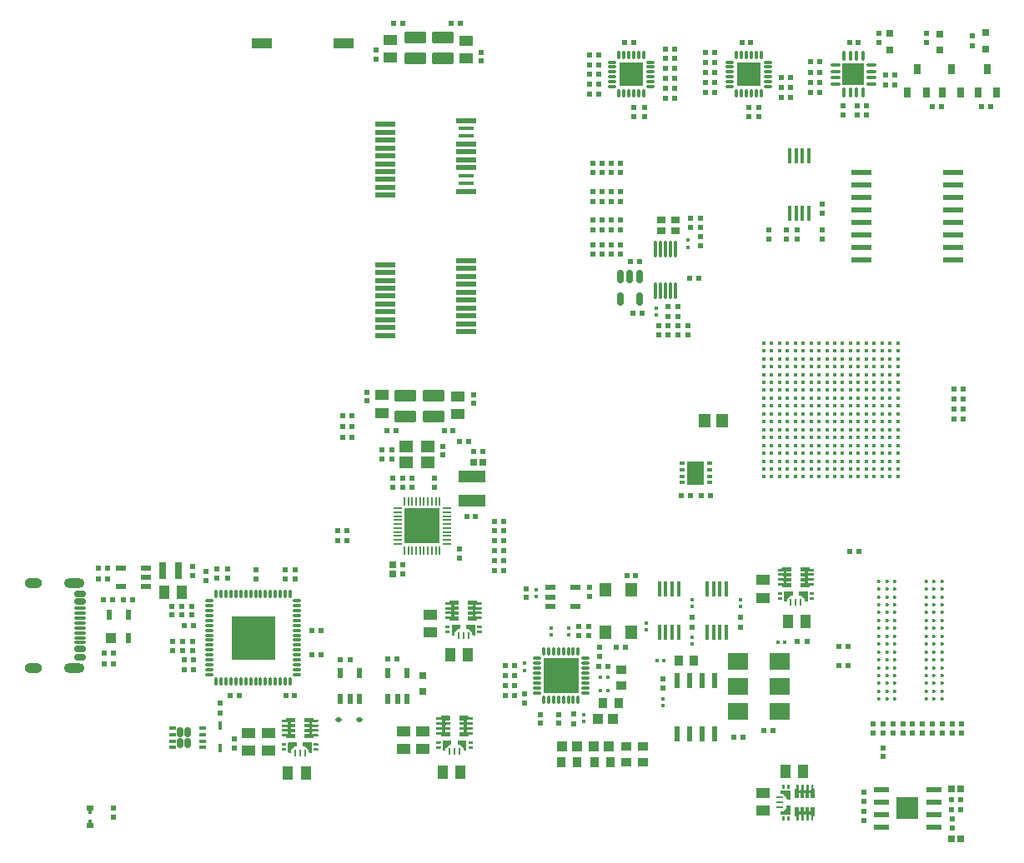
<source format=gbr>
%TF.GenerationSoftware,KiCad,Pcbnew,9.0.1*%
%TF.CreationDate,2025-05-15T18:24:47+02:00*%
%TF.ProjectId,Marble_Tiny,4d617262-6c65-45f5-9469-6e792e6b6963,rev?*%
%TF.SameCoordinates,Original*%
%TF.FileFunction,Paste,Top*%
%TF.FilePolarity,Positive*%
%FSLAX46Y46*%
G04 Gerber Fmt 4.6, Leading zero omitted, Abs format (unit mm)*
G04 Created by KiCad (PCBNEW 9.0.1) date 2025-05-15 18:24:47*
%MOMM*%
%LPD*%
G01*
G04 APERTURE LIST*
G04 Aperture macros list*
%AMRoundRect*
0 Rectangle with rounded corners*
0 $1 Rounding radius*
0 $2 $3 $4 $5 $6 $7 $8 $9 X,Y pos of 4 corners*
0 Add a 4 corners polygon primitive as box body*
4,1,4,$2,$3,$4,$5,$6,$7,$8,$9,$2,$3,0*
0 Add four circle primitives for the rounded corners*
1,1,$1+$1,$2,$3*
1,1,$1+$1,$4,$5*
1,1,$1+$1,$6,$7*
1,1,$1+$1,$8,$9*
0 Add four rect primitives between the rounded corners*
20,1,$1+$1,$2,$3,$4,$5,0*
20,1,$1+$1,$4,$5,$6,$7,0*
20,1,$1+$1,$6,$7,$8,$9,0*
20,1,$1+$1,$8,$9,$2,$3,0*%
G04 Aperture macros list end*
%ADD10C,0.000000*%
%ADD11R,0.580000X0.620000*%
%ADD12R,0.620000X0.620000*%
%ADD13R,0.620000X0.580000*%
%ADD14RoundRect,0.087500X-0.087500X0.725000X-0.087500X-0.725000X0.087500X-0.725000X0.087500X0.725000X0*%
%ADD15R,1.100000X0.600000*%
%ADD16R,1.400000X1.050000*%
%ADD17RoundRect,0.150000X-0.300000X-0.000010X0.300000X-0.000010X0.300000X0.000010X-0.300000X0.000010X0*%
%ADD18RoundRect,0.150000X0.000010X-0.300000X0.000010X0.300000X-0.000010X0.300000X-0.000010X-0.300000X0*%
%ADD19R,3.550000X3.550000*%
%ADD20R,0.400000X0.450000*%
%ADD21R,1.000000X1.000000*%
%ADD22R,1.050000X0.950000*%
%ADD23RoundRect,0.250000X-0.850000X0.375000X-0.850000X-0.375000X0.850000X-0.375000X0.850000X0.375000X0*%
%ADD24RoundRect,0.150000X-0.150000X0.512500X-0.150000X-0.512500X0.150000X-0.512500X0.150000X0.512500X0*%
%ADD25RoundRect,0.055000X0.245000X-0.055000X0.245000X0.055000X-0.245000X0.055000X-0.245000X-0.055000X0*%
%ADD26RoundRect,0.150000X-0.275000X-0.000010X0.275000X-0.000010X0.275000X0.000010X-0.275000X0.000010X0*%
%ADD27RoundRect,0.150000X0.000010X-0.275000X0.000010X0.275000X-0.000010X0.275000X-0.000010X-0.275000X0*%
%ADD28R,2.450000X2.450000*%
%ADD29R,0.650000X1.050000*%
%ADD30R,1.250000X1.350000*%
%ADD31R,1.100000X1.450000*%
%ADD32R,0.450000X0.400000*%
%ADD33RoundRect,0.150000X-0.425000X0.150000X-0.425000X-0.150000X0.425000X-0.150000X0.425000X0.150000X0*%
%ADD34RoundRect,0.075000X-0.500000X0.075000X-0.500000X-0.075000X0.500000X-0.075000X0.500000X0.075000X0*%
%ADD35O,2.100000X1.000000*%
%ADD36O,1.800000X1.000000*%
%ADD37R,0.600000X1.000000*%
%ADD38RoundRect,0.250000X0.850000X-0.375000X0.850000X0.375000X-0.850000X0.375000X-0.850000X-0.375000X0*%
%ADD39R,0.720000X0.710000*%
%ADD40R,0.900000X0.800000*%
%ADD41R,1.150000X1.450000*%
%ADD42R,0.600000X1.100000*%
%ADD43R,0.800000X0.500000*%
%ADD44R,0.350000X0.300000*%
%ADD45R,4.450000X4.450000*%
%ADD46RoundRect,0.055000X0.055000X0.245000X-0.055000X0.245000X-0.055000X-0.245000X0.055000X-0.245000X0*%
%ADD47R,0.460000X0.820000*%
%ADD48R,0.450000X1.500000*%
%ADD49R,0.710000X0.720000*%
%ADD50RoundRect,0.150000X0.150000X0.350000X-0.150000X0.350000X-0.150000X-0.350000X0.150000X-0.350000X0*%
%ADD51RoundRect,0.105000X0.245000X0.105000X-0.245000X0.105000X-0.245000X-0.105000X0.245000X-0.105000X0*%
%ADD52R,1.050000X1.400000*%
%ADD53R,0.950000X1.050000*%
%ADD54R,2.000000X0.500000*%
%ADD55R,2.000000X1.800000*%
%ADD56R,1.450000X1.100000*%
%ADD57RoundRect,0.175000X-0.350000X-0.000010X0.350000X-0.000010X0.350000X0.000010X-0.350000X0.000010X0*%
%ADD58RoundRect,0.175000X0.000010X-0.350000X0.000010X0.350000X-0.000010X0.350000X-0.000010X-0.350000X0*%
%ADD59R,2.250000X2.250000*%
%ADD60C,0.360000*%
%ADD61R,0.600000X1.550000*%
%ADD62R,0.620000X0.600000*%
%ADD63R,0.800000X0.800000*%
%ADD64R,0.800000X1.800000*%
%ADD65R,2.150000X1.100000*%
%ADD66R,0.600000X0.300000*%
%ADD67R,1.700000X2.450000*%
%ADD68RoundRect,0.112500X-0.187500X-0.112500X0.187500X-0.112500X0.187500X0.112500X-0.187500X0.112500X0*%
%ADD69C,0.400000*%
%ADD70R,1.400000X1.150000*%
%ADD71R,2.000000X0.600000*%
%ADD72R,1.550000X0.600000*%
%ADD73R,2.300000X2.300000*%
%ADD74R,2.800000X1.250000*%
%ADD75RoundRect,0.100000X-0.325000X-0.000010X0.325000X-0.000010X0.325000X0.000010X-0.325000X0.000010X0*%
%ADD76RoundRect,0.100000X0.000010X-0.325000X0.000010X0.325000X-0.000010X0.325000X-0.000010X-0.325000X0*%
%ADD77R,3.600000X3.600000*%
%ADD78R,0.600000X0.620000*%
%ADD79R,1.500000X0.400000*%
G04 APERTURE END LIST*
D10*
%TO.C,U11*%
G36*
X181783000Y-132751000D02*
G01*
X181785000Y-132751000D01*
X181788000Y-132752000D01*
X181790000Y-132752000D01*
X181793000Y-132753000D01*
X181795000Y-132754000D01*
X181798000Y-132755000D01*
X181800000Y-132757000D01*
X181802000Y-132758000D01*
X181804000Y-132760000D01*
X181806000Y-132761000D01*
X181808000Y-132763000D01*
X181810000Y-132765000D01*
X181812000Y-132767000D01*
X181814000Y-132769000D01*
X181815000Y-132771000D01*
X181817000Y-132773000D01*
X181818000Y-132775000D01*
X181820000Y-132777000D01*
X181821000Y-132780000D01*
X181822000Y-132782000D01*
X181823000Y-132785000D01*
X181823000Y-132787000D01*
X181824000Y-132790000D01*
X181824000Y-132792000D01*
X181825000Y-132795000D01*
X181825000Y-133155000D01*
X181824000Y-133158000D01*
X181824000Y-133160000D01*
X181823000Y-133163000D01*
X181823000Y-133165000D01*
X181822000Y-133168000D01*
X181821000Y-133170000D01*
X181820000Y-133173000D01*
X181818000Y-133175000D01*
X181817000Y-133177000D01*
X181815000Y-133179000D01*
X181814000Y-133181000D01*
X181812000Y-133183000D01*
X181810000Y-133185000D01*
X181808000Y-133187000D01*
X181806000Y-133189000D01*
X181804000Y-133190000D01*
X181802000Y-133192000D01*
X181800000Y-133193000D01*
X181798000Y-133195000D01*
X181795000Y-133196000D01*
X181793000Y-133197000D01*
X181790000Y-133198000D01*
X181788000Y-133198000D01*
X181785000Y-133199000D01*
X181783000Y-133199000D01*
X181780000Y-133200000D01*
X181778000Y-133200000D01*
X181775000Y-133200000D01*
X181625000Y-133200000D01*
X181622000Y-133200000D01*
X181620000Y-133200000D01*
X181617000Y-133199000D01*
X181615000Y-133199000D01*
X181612000Y-133198000D01*
X181610000Y-133198000D01*
X181607000Y-133197000D01*
X181605000Y-133196000D01*
X181602000Y-133195000D01*
X181600000Y-133193000D01*
X181598000Y-133192000D01*
X181596000Y-133190000D01*
X181594000Y-133189000D01*
X181592000Y-133187000D01*
X181590000Y-133185000D01*
X181588000Y-133183000D01*
X181586000Y-133181000D01*
X181585000Y-133179000D01*
X181583000Y-133177000D01*
X181582000Y-133175000D01*
X181580000Y-133173000D01*
X181579000Y-133170000D01*
X181578000Y-133168000D01*
X181577000Y-133165000D01*
X181577000Y-133163000D01*
X181576000Y-133160000D01*
X181576000Y-133158000D01*
X181575000Y-133155000D01*
X181575000Y-132795000D01*
X181576000Y-132792000D01*
X181576000Y-132790000D01*
X181577000Y-132787000D01*
X181577000Y-132785000D01*
X181578000Y-132782000D01*
X181579000Y-132780000D01*
X181580000Y-132777000D01*
X181582000Y-132775000D01*
X181583000Y-132773000D01*
X181585000Y-132771000D01*
X181586000Y-132769000D01*
X181588000Y-132767000D01*
X181590000Y-132765000D01*
X181592000Y-132763000D01*
X181594000Y-132761000D01*
X181596000Y-132760000D01*
X181598000Y-132758000D01*
X181600000Y-132757000D01*
X181602000Y-132755000D01*
X181605000Y-132754000D01*
X181607000Y-132753000D01*
X181610000Y-132752000D01*
X181612000Y-132752000D01*
X181615000Y-132751000D01*
X181617000Y-132751000D01*
X181620000Y-132750000D01*
X181622000Y-132750000D01*
X181625000Y-132750000D01*
X181775000Y-132750000D01*
X181778000Y-132750000D01*
X181780000Y-132750000D01*
X181783000Y-132751000D01*
G37*
G36*
X181783000Y-136001000D02*
G01*
X181785000Y-136001000D01*
X181788000Y-136002000D01*
X181790000Y-136002000D01*
X181793000Y-136003000D01*
X181795000Y-136004000D01*
X181798000Y-136005000D01*
X181800000Y-136007000D01*
X181802000Y-136008000D01*
X181804000Y-136010000D01*
X181806000Y-136011000D01*
X181808000Y-136013000D01*
X181810000Y-136015000D01*
X181812000Y-136017000D01*
X181814000Y-136019000D01*
X181815000Y-136021000D01*
X181817000Y-136023000D01*
X181818000Y-136025000D01*
X181820000Y-136027000D01*
X181821000Y-136030000D01*
X181822000Y-136032000D01*
X181823000Y-136035000D01*
X181823000Y-136037000D01*
X181824000Y-136040000D01*
X181824000Y-136042000D01*
X181825000Y-136045000D01*
X181825000Y-136405000D01*
X181824000Y-136408000D01*
X181824000Y-136410000D01*
X181823000Y-136413000D01*
X181823000Y-136415000D01*
X181822000Y-136418000D01*
X181821000Y-136420000D01*
X181820000Y-136423000D01*
X181818000Y-136425000D01*
X181817000Y-136427000D01*
X181815000Y-136429000D01*
X181814000Y-136431000D01*
X181812000Y-136433000D01*
X181810000Y-136435000D01*
X181808000Y-136437000D01*
X181806000Y-136439000D01*
X181804000Y-136440000D01*
X181802000Y-136442000D01*
X181800000Y-136443000D01*
X181798000Y-136445000D01*
X181795000Y-136446000D01*
X181793000Y-136447000D01*
X181790000Y-136448000D01*
X181788000Y-136448000D01*
X181785000Y-136449000D01*
X181783000Y-136449000D01*
X181780000Y-136450000D01*
X181778000Y-136450000D01*
X181775000Y-136450000D01*
X181625000Y-136450000D01*
X181622000Y-136450000D01*
X181620000Y-136450000D01*
X181617000Y-136449000D01*
X181615000Y-136449000D01*
X181612000Y-136448000D01*
X181610000Y-136448000D01*
X181607000Y-136447000D01*
X181605000Y-136446000D01*
X181602000Y-136445000D01*
X181600000Y-136443000D01*
X181598000Y-136442000D01*
X181596000Y-136440000D01*
X181594000Y-136439000D01*
X181592000Y-136437000D01*
X181590000Y-136435000D01*
X181588000Y-136433000D01*
X181586000Y-136431000D01*
X181585000Y-136429000D01*
X181583000Y-136427000D01*
X181582000Y-136425000D01*
X181580000Y-136423000D01*
X181579000Y-136420000D01*
X181578000Y-136418000D01*
X181577000Y-136415000D01*
X181577000Y-136413000D01*
X181576000Y-136410000D01*
X181576000Y-136408000D01*
X181575000Y-136405000D01*
X181575000Y-136045000D01*
X181576000Y-136042000D01*
X181576000Y-136040000D01*
X181577000Y-136037000D01*
X181577000Y-136035000D01*
X181578000Y-136032000D01*
X181579000Y-136030000D01*
X181580000Y-136027000D01*
X181582000Y-136025000D01*
X181583000Y-136023000D01*
X181585000Y-136021000D01*
X181586000Y-136019000D01*
X181588000Y-136017000D01*
X181590000Y-136015000D01*
X181592000Y-136013000D01*
X181594000Y-136011000D01*
X181596000Y-136010000D01*
X181598000Y-136008000D01*
X181600000Y-136007000D01*
X181602000Y-136005000D01*
X181605000Y-136004000D01*
X181607000Y-136003000D01*
X181610000Y-136002000D01*
X181612000Y-136002000D01*
X181615000Y-136001000D01*
X181617000Y-136001000D01*
X181620000Y-136000000D01*
X181622000Y-136000000D01*
X181625000Y-136000000D01*
X181775000Y-136000000D01*
X181778000Y-136000000D01*
X181780000Y-136000000D01*
X181783000Y-136001000D01*
G37*
G36*
X182283000Y-132751000D02*
G01*
X182285000Y-132751000D01*
X182288000Y-132752000D01*
X182290000Y-132752000D01*
X182293000Y-132753000D01*
X182295000Y-132754000D01*
X182298000Y-132755000D01*
X182300000Y-132757000D01*
X182302000Y-132758000D01*
X182304000Y-132760000D01*
X182306000Y-132761000D01*
X182308000Y-132763000D01*
X182310000Y-132765000D01*
X182312000Y-132767000D01*
X182314000Y-132769000D01*
X182315000Y-132771000D01*
X182317000Y-132773000D01*
X182318000Y-132775000D01*
X182320000Y-132777000D01*
X182321000Y-132780000D01*
X182322000Y-132782000D01*
X182323000Y-132785000D01*
X182323000Y-132787000D01*
X182324000Y-132790000D01*
X182324000Y-132792000D01*
X182325000Y-132795000D01*
X182325000Y-133155000D01*
X182324000Y-133158000D01*
X182324000Y-133160000D01*
X182323000Y-133163000D01*
X182323000Y-133165000D01*
X182322000Y-133168000D01*
X182321000Y-133170000D01*
X182320000Y-133173000D01*
X182318000Y-133175000D01*
X182317000Y-133177000D01*
X182315000Y-133179000D01*
X182314000Y-133181000D01*
X182312000Y-133183000D01*
X182310000Y-133185000D01*
X182308000Y-133187000D01*
X182306000Y-133189000D01*
X182304000Y-133190000D01*
X182302000Y-133192000D01*
X182300000Y-133193000D01*
X182298000Y-133195000D01*
X182295000Y-133196000D01*
X182293000Y-133197000D01*
X182290000Y-133198000D01*
X182288000Y-133198000D01*
X182285000Y-133199000D01*
X182283000Y-133199000D01*
X182280000Y-133200000D01*
X182278000Y-133200000D01*
X182275000Y-133200000D01*
X182125000Y-133200000D01*
X182122000Y-133200000D01*
X182120000Y-133200000D01*
X182117000Y-133199000D01*
X182115000Y-133199000D01*
X182112000Y-133198000D01*
X182110000Y-133198000D01*
X182107000Y-133197000D01*
X182105000Y-133196000D01*
X182102000Y-133195000D01*
X182100000Y-133193000D01*
X182098000Y-133192000D01*
X182096000Y-133190000D01*
X182094000Y-133189000D01*
X182092000Y-133187000D01*
X182090000Y-133185000D01*
X182088000Y-133183000D01*
X182086000Y-133181000D01*
X182085000Y-133179000D01*
X182083000Y-133177000D01*
X182082000Y-133175000D01*
X182080000Y-133173000D01*
X182079000Y-133170000D01*
X182078000Y-133168000D01*
X182077000Y-133165000D01*
X182077000Y-133163000D01*
X182076000Y-133160000D01*
X182076000Y-133158000D01*
X182075000Y-133155000D01*
X182075000Y-132795000D01*
X182076000Y-132792000D01*
X182076000Y-132790000D01*
X182077000Y-132787000D01*
X182077000Y-132785000D01*
X182078000Y-132782000D01*
X182079000Y-132780000D01*
X182080000Y-132777000D01*
X182082000Y-132775000D01*
X182083000Y-132773000D01*
X182085000Y-132771000D01*
X182086000Y-132769000D01*
X182088000Y-132767000D01*
X182090000Y-132765000D01*
X182092000Y-132763000D01*
X182094000Y-132761000D01*
X182096000Y-132760000D01*
X182098000Y-132758000D01*
X182100000Y-132757000D01*
X182102000Y-132755000D01*
X182105000Y-132754000D01*
X182107000Y-132753000D01*
X182110000Y-132752000D01*
X182112000Y-132752000D01*
X182115000Y-132751000D01*
X182117000Y-132751000D01*
X182120000Y-132750000D01*
X182122000Y-132750000D01*
X182125000Y-132750000D01*
X182275000Y-132750000D01*
X182278000Y-132750000D01*
X182280000Y-132750000D01*
X182283000Y-132751000D01*
G37*
G36*
X182283000Y-136001000D02*
G01*
X182285000Y-136001000D01*
X182288000Y-136002000D01*
X182290000Y-136002000D01*
X182293000Y-136003000D01*
X182295000Y-136004000D01*
X182298000Y-136005000D01*
X182300000Y-136007000D01*
X182302000Y-136008000D01*
X182304000Y-136010000D01*
X182306000Y-136011000D01*
X182308000Y-136013000D01*
X182310000Y-136015000D01*
X182312000Y-136017000D01*
X182314000Y-136019000D01*
X182315000Y-136021000D01*
X182317000Y-136023000D01*
X182318000Y-136025000D01*
X182320000Y-136027000D01*
X182321000Y-136030000D01*
X182322000Y-136032000D01*
X182323000Y-136035000D01*
X182323000Y-136037000D01*
X182324000Y-136040000D01*
X182324000Y-136042000D01*
X182325000Y-136045000D01*
X182325000Y-136405000D01*
X182324000Y-136408000D01*
X182324000Y-136410000D01*
X182323000Y-136413000D01*
X182323000Y-136415000D01*
X182322000Y-136418000D01*
X182321000Y-136420000D01*
X182320000Y-136423000D01*
X182318000Y-136425000D01*
X182317000Y-136427000D01*
X182315000Y-136429000D01*
X182314000Y-136431000D01*
X182312000Y-136433000D01*
X182310000Y-136435000D01*
X182308000Y-136437000D01*
X182306000Y-136439000D01*
X182304000Y-136440000D01*
X182302000Y-136442000D01*
X182300000Y-136443000D01*
X182298000Y-136445000D01*
X182295000Y-136446000D01*
X182293000Y-136447000D01*
X182290000Y-136448000D01*
X182288000Y-136448000D01*
X182285000Y-136449000D01*
X182283000Y-136449000D01*
X182280000Y-136450000D01*
X182278000Y-136450000D01*
X182275000Y-136450000D01*
X182125000Y-136450000D01*
X182122000Y-136450000D01*
X182120000Y-136450000D01*
X182117000Y-136449000D01*
X182115000Y-136449000D01*
X182112000Y-136448000D01*
X182110000Y-136448000D01*
X182107000Y-136447000D01*
X182105000Y-136446000D01*
X182102000Y-136445000D01*
X182100000Y-136443000D01*
X182098000Y-136442000D01*
X182096000Y-136440000D01*
X182094000Y-136439000D01*
X182092000Y-136437000D01*
X182090000Y-136435000D01*
X182088000Y-136433000D01*
X182086000Y-136431000D01*
X182085000Y-136429000D01*
X182083000Y-136427000D01*
X182082000Y-136425000D01*
X182080000Y-136423000D01*
X182079000Y-136420000D01*
X182078000Y-136418000D01*
X182077000Y-136415000D01*
X182077000Y-136413000D01*
X182076000Y-136410000D01*
X182076000Y-136408000D01*
X182075000Y-136405000D01*
X182075000Y-136045000D01*
X182076000Y-136042000D01*
X182076000Y-136040000D01*
X182077000Y-136037000D01*
X182077000Y-136035000D01*
X182078000Y-136032000D01*
X182079000Y-136030000D01*
X182080000Y-136027000D01*
X182082000Y-136025000D01*
X182083000Y-136023000D01*
X182085000Y-136021000D01*
X182086000Y-136019000D01*
X182088000Y-136017000D01*
X182090000Y-136015000D01*
X182092000Y-136013000D01*
X182094000Y-136011000D01*
X182096000Y-136010000D01*
X182098000Y-136008000D01*
X182100000Y-136007000D01*
X182102000Y-136005000D01*
X182105000Y-136004000D01*
X182107000Y-136003000D01*
X182110000Y-136002000D01*
X182112000Y-136002000D01*
X182115000Y-136001000D01*
X182117000Y-136001000D01*
X182120000Y-136000000D01*
X182122000Y-136000000D01*
X182125000Y-136000000D01*
X182275000Y-136000000D01*
X182278000Y-136000000D01*
X182280000Y-136000000D01*
X182283000Y-136001000D01*
G37*
G36*
X182373000Y-133401000D02*
G01*
X182375000Y-133401000D01*
X182378000Y-133402000D01*
X182380000Y-133402000D01*
X182383000Y-133403000D01*
X182385000Y-133404000D01*
X182388000Y-133405000D01*
X182390000Y-133407000D01*
X182392000Y-133408000D01*
X182394000Y-133410000D01*
X182396000Y-133411000D01*
X182398000Y-133413000D01*
X182400000Y-133415000D01*
X182402000Y-133417000D01*
X182404000Y-133419000D01*
X182405000Y-133421000D01*
X182407000Y-133423000D01*
X182408000Y-133425000D01*
X182410000Y-133427000D01*
X182411000Y-133430000D01*
X182412000Y-133432000D01*
X182413000Y-133435000D01*
X182413000Y-133437000D01*
X182414000Y-133440000D01*
X182414000Y-133442000D01*
X182415000Y-133445000D01*
X182415000Y-134240000D01*
X182414000Y-134243000D01*
X182414000Y-134245000D01*
X182413000Y-134248000D01*
X182413000Y-134250000D01*
X182412000Y-134253000D01*
X182411000Y-134255000D01*
X182410000Y-134258000D01*
X182408000Y-134260000D01*
X182407000Y-134262000D01*
X182405000Y-134264000D01*
X182404000Y-134266000D01*
X182402000Y-134268000D01*
X182400000Y-134270000D01*
X182398000Y-134272000D01*
X182396000Y-134274000D01*
X182394000Y-134275000D01*
X182392000Y-134277000D01*
X182390000Y-134278000D01*
X182388000Y-134280000D01*
X182385000Y-134281000D01*
X182383000Y-134282000D01*
X182380000Y-134283000D01*
X182378000Y-134283000D01*
X182375000Y-134284000D01*
X182373000Y-134284000D01*
X182370000Y-134285000D01*
X182368000Y-134285000D01*
X182365000Y-134285000D01*
X182065000Y-134285000D01*
X182062000Y-134285000D01*
X182060000Y-134285000D01*
X182057000Y-134284000D01*
X182055000Y-134284000D01*
X182052000Y-134283000D01*
X182050000Y-134283000D01*
X182047000Y-134282000D01*
X182045000Y-134281000D01*
X182042000Y-134280000D01*
X182040000Y-134278000D01*
X182038000Y-134277000D01*
X182036000Y-134275000D01*
X182034000Y-134274000D01*
X182032000Y-134272000D01*
X182030000Y-134270000D01*
X182028000Y-134268000D01*
X182026000Y-134266000D01*
X182025000Y-134264000D01*
X182023000Y-134262000D01*
X182022000Y-134260000D01*
X182020000Y-134258000D01*
X182019000Y-134255000D01*
X182018000Y-134253000D01*
X182017000Y-134250000D01*
X182017000Y-134248000D01*
X182016000Y-134245000D01*
X182016000Y-134243000D01*
X182015000Y-134240000D01*
X182015000Y-134104000D01*
X182014000Y-134103000D01*
X182014000Y-134099000D01*
X182013000Y-134098000D01*
X182013000Y-134095000D01*
X182012000Y-134094000D01*
X182012000Y-134093000D01*
X182011000Y-134092000D01*
X182011000Y-134090000D01*
X182010000Y-134089000D01*
X182010000Y-134088000D01*
X182009000Y-134087000D01*
X182008000Y-134086000D01*
X182008000Y-134085000D01*
X182007000Y-134083000D01*
X182006000Y-134082000D01*
X182005000Y-134081000D01*
X182005000Y-134080000D01*
X182004000Y-134079000D01*
X182003000Y-134078000D01*
X182002000Y-134077000D01*
X182001000Y-134076000D01*
X182000000Y-134075000D01*
X181640000Y-133715000D01*
X181639000Y-133714000D01*
X181638000Y-133713000D01*
X181637000Y-133712000D01*
X181636000Y-133711000D01*
X181635000Y-133710000D01*
X181634000Y-133710000D01*
X181633000Y-133709000D01*
X181632000Y-133708000D01*
X181630000Y-133707000D01*
X181629000Y-133707000D01*
X181628000Y-133706000D01*
X181627000Y-133705000D01*
X181626000Y-133705000D01*
X181625000Y-133704000D01*
X181623000Y-133704000D01*
X181622000Y-133703000D01*
X181621000Y-133703000D01*
X181620000Y-133702000D01*
X181618000Y-133702000D01*
X181617000Y-133702000D01*
X181616000Y-133701000D01*
X181615000Y-133701000D01*
X181613000Y-133701000D01*
X181612000Y-133701000D01*
X181611000Y-133700000D01*
X181610000Y-133700000D01*
X181608000Y-133700000D01*
X181607000Y-133700000D01*
X181606000Y-133700000D01*
X181604000Y-133700000D01*
X181410000Y-133700000D01*
X181407000Y-133700000D01*
X181405000Y-133700000D01*
X181402000Y-133699000D01*
X181400000Y-133699000D01*
X181397000Y-133698000D01*
X181395000Y-133698000D01*
X181392000Y-133697000D01*
X181390000Y-133696000D01*
X181387000Y-133695000D01*
X181385000Y-133693000D01*
X181383000Y-133692000D01*
X181381000Y-133690000D01*
X181379000Y-133689000D01*
X181377000Y-133687000D01*
X181375000Y-133685000D01*
X181373000Y-133683000D01*
X181371000Y-133681000D01*
X181370000Y-133679000D01*
X181368000Y-133677000D01*
X181367000Y-133675000D01*
X181365000Y-133673000D01*
X181364000Y-133670000D01*
X181363000Y-133668000D01*
X181362000Y-133665000D01*
X181362000Y-133663000D01*
X181361000Y-133660000D01*
X181361000Y-133658000D01*
X181360000Y-133655000D01*
X181360000Y-133445000D01*
X181361000Y-133442000D01*
X181361000Y-133440000D01*
X181362000Y-133437000D01*
X181362000Y-133435000D01*
X181363000Y-133432000D01*
X181364000Y-133430000D01*
X181365000Y-133427000D01*
X181367000Y-133425000D01*
X181368000Y-133423000D01*
X181370000Y-133421000D01*
X181371000Y-133419000D01*
X181373000Y-133417000D01*
X181375000Y-133415000D01*
X181377000Y-133413000D01*
X181379000Y-133411000D01*
X181381000Y-133410000D01*
X181383000Y-133408000D01*
X181385000Y-133407000D01*
X181387000Y-133405000D01*
X181390000Y-133404000D01*
X181392000Y-133403000D01*
X181395000Y-133402000D01*
X181397000Y-133402000D01*
X181400000Y-133401000D01*
X181402000Y-133401000D01*
X181405000Y-133400000D01*
X181407000Y-133400000D01*
X181410000Y-133400000D01*
X182365000Y-133400000D01*
X182368000Y-133400000D01*
X182370000Y-133400000D01*
X182373000Y-133401000D01*
G37*
G36*
X182373000Y-134916000D02*
G01*
X182375000Y-134916000D01*
X182378000Y-134917000D01*
X182380000Y-134917000D01*
X182383000Y-134918000D01*
X182385000Y-134919000D01*
X182388000Y-134920000D01*
X182390000Y-134922000D01*
X182392000Y-134923000D01*
X182394000Y-134925000D01*
X182396000Y-134926000D01*
X182398000Y-134928000D01*
X182400000Y-134930000D01*
X182402000Y-134932000D01*
X182404000Y-134934000D01*
X182405000Y-134936000D01*
X182407000Y-134938000D01*
X182408000Y-134940000D01*
X182410000Y-134942000D01*
X182411000Y-134945000D01*
X182412000Y-134947000D01*
X182413000Y-134950000D01*
X182413000Y-134952000D01*
X182414000Y-134955000D01*
X182414000Y-134957000D01*
X182415000Y-134960000D01*
X182415000Y-135755000D01*
X182414000Y-135758000D01*
X182414000Y-135760000D01*
X182413000Y-135763000D01*
X182413000Y-135765000D01*
X182412000Y-135768000D01*
X182411000Y-135770000D01*
X182410000Y-135773000D01*
X182408000Y-135775000D01*
X182407000Y-135777000D01*
X182405000Y-135779000D01*
X182404000Y-135781000D01*
X182402000Y-135783000D01*
X182400000Y-135785000D01*
X182398000Y-135787000D01*
X182396000Y-135789000D01*
X182394000Y-135790000D01*
X182392000Y-135792000D01*
X182390000Y-135793000D01*
X182388000Y-135795000D01*
X182385000Y-135796000D01*
X182383000Y-135797000D01*
X182380000Y-135798000D01*
X182378000Y-135798000D01*
X182375000Y-135799000D01*
X182373000Y-135799000D01*
X182370000Y-135800000D01*
X182368000Y-135800000D01*
X182365000Y-135800000D01*
X181410000Y-135800000D01*
X181407000Y-135800000D01*
X181405000Y-135800000D01*
X181402000Y-135799000D01*
X181400000Y-135799000D01*
X181397000Y-135798000D01*
X181395000Y-135798000D01*
X181392000Y-135797000D01*
X181390000Y-135796000D01*
X181387000Y-135795000D01*
X181385000Y-135793000D01*
X181383000Y-135792000D01*
X181381000Y-135790000D01*
X181379000Y-135789000D01*
X181377000Y-135787000D01*
X181375000Y-135785000D01*
X181373000Y-135783000D01*
X181371000Y-135781000D01*
X181370000Y-135779000D01*
X181368000Y-135777000D01*
X181367000Y-135775000D01*
X181365000Y-135773000D01*
X181364000Y-135770000D01*
X181363000Y-135768000D01*
X181362000Y-135765000D01*
X181362000Y-135763000D01*
X181361000Y-135760000D01*
X181361000Y-135758000D01*
X181360000Y-135755000D01*
X181360000Y-135545000D01*
X181361000Y-135542000D01*
X181361000Y-135540000D01*
X181362000Y-135537000D01*
X181362000Y-135535000D01*
X181363000Y-135532000D01*
X181364000Y-135530000D01*
X181365000Y-135527000D01*
X181367000Y-135525000D01*
X181368000Y-135523000D01*
X181370000Y-135521000D01*
X181371000Y-135519000D01*
X181373000Y-135517000D01*
X181375000Y-135515000D01*
X181377000Y-135513000D01*
X181379000Y-135511000D01*
X181381000Y-135510000D01*
X181383000Y-135508000D01*
X181385000Y-135507000D01*
X181387000Y-135505000D01*
X181390000Y-135504000D01*
X181392000Y-135503000D01*
X181395000Y-135502000D01*
X181397000Y-135502000D01*
X181400000Y-135501000D01*
X181402000Y-135501000D01*
X181405000Y-135500000D01*
X181407000Y-135500000D01*
X181410000Y-135500000D01*
X181604000Y-135500000D01*
X181606000Y-135500000D01*
X181607000Y-135500000D01*
X181608000Y-135500000D01*
X181610000Y-135500000D01*
X181611000Y-135500000D01*
X181612000Y-135499000D01*
X181613000Y-135499000D01*
X181615000Y-135499000D01*
X181616000Y-135499000D01*
X181617000Y-135498000D01*
X181618000Y-135498000D01*
X181620000Y-135498000D01*
X181621000Y-135497000D01*
X181622000Y-135497000D01*
X181623000Y-135496000D01*
X181625000Y-135496000D01*
X181626000Y-135495000D01*
X181627000Y-135495000D01*
X181628000Y-135494000D01*
X181629000Y-135493000D01*
X181630000Y-135493000D01*
X181632000Y-135492000D01*
X181633000Y-135491000D01*
X181634000Y-135490000D01*
X181635000Y-135490000D01*
X181636000Y-135489000D01*
X181637000Y-135488000D01*
X181638000Y-135487000D01*
X181639000Y-135486000D01*
X181640000Y-135485000D01*
X182000000Y-135125000D01*
X182001000Y-135124000D01*
X182002000Y-135123000D01*
X182003000Y-135122000D01*
X182004000Y-135121000D01*
X182005000Y-135120000D01*
X182005000Y-135119000D01*
X182006000Y-135118000D01*
X182007000Y-135117000D01*
X182008000Y-135115000D01*
X182008000Y-135114000D01*
X182009000Y-135113000D01*
X182010000Y-135112000D01*
X182010000Y-135111000D01*
X182011000Y-135110000D01*
X182011000Y-135108000D01*
X182012000Y-135107000D01*
X182012000Y-135106000D01*
X182013000Y-135105000D01*
X182013000Y-135102000D01*
X182014000Y-135101000D01*
X182014000Y-135097000D01*
X182015000Y-135096000D01*
X182015000Y-134960000D01*
X182016000Y-134957000D01*
X182016000Y-134955000D01*
X182017000Y-134952000D01*
X182017000Y-134950000D01*
X182018000Y-134947000D01*
X182019000Y-134945000D01*
X182020000Y-134942000D01*
X182022000Y-134940000D01*
X182023000Y-134938000D01*
X182025000Y-134936000D01*
X182026000Y-134934000D01*
X182028000Y-134932000D01*
X182030000Y-134930000D01*
X182032000Y-134928000D01*
X182034000Y-134926000D01*
X182036000Y-134925000D01*
X182038000Y-134923000D01*
X182040000Y-134922000D01*
X182042000Y-134920000D01*
X182045000Y-134919000D01*
X182047000Y-134918000D01*
X182050000Y-134917000D01*
X182052000Y-134917000D01*
X182055000Y-134916000D01*
X182057000Y-134916000D01*
X182060000Y-134915000D01*
X182062000Y-134915000D01*
X182065000Y-134915000D01*
X182365000Y-134915000D01*
X182368000Y-134915000D01*
X182370000Y-134915000D01*
X182373000Y-134916000D01*
G37*
G36*
X183198000Y-132751000D02*
G01*
X183200000Y-132751000D01*
X183203000Y-132752000D01*
X183205000Y-132752000D01*
X183208000Y-132753000D01*
X183210000Y-132754000D01*
X183213000Y-132755000D01*
X183215000Y-132757000D01*
X183217000Y-132758000D01*
X183219000Y-132760000D01*
X183221000Y-132761000D01*
X183223000Y-132763000D01*
X183225000Y-132765000D01*
X183227000Y-132767000D01*
X183229000Y-132769000D01*
X183230000Y-132771000D01*
X183232000Y-132773000D01*
X183233000Y-132775000D01*
X183235000Y-132777000D01*
X183236000Y-132780000D01*
X183237000Y-132782000D01*
X183238000Y-132785000D01*
X183238000Y-132787000D01*
X183239000Y-132790000D01*
X183239000Y-132792000D01*
X183240000Y-132795000D01*
X183240000Y-133305000D01*
X183241000Y-133308000D01*
X183241000Y-133310000D01*
X183242000Y-133313000D01*
X183242000Y-133315000D01*
X183243000Y-133318000D01*
X183244000Y-133320000D01*
X183245000Y-133323000D01*
X183247000Y-133325000D01*
X183248000Y-133327000D01*
X183250000Y-133329000D01*
X183251000Y-133331000D01*
X183253000Y-133333000D01*
X183255000Y-133335000D01*
X183257000Y-133337000D01*
X183259000Y-133339000D01*
X183261000Y-133340000D01*
X183263000Y-133342000D01*
X183265000Y-133343000D01*
X183267000Y-133345000D01*
X183270000Y-133346000D01*
X183272000Y-133347000D01*
X183275000Y-133348000D01*
X183277000Y-133348000D01*
X183280000Y-133349000D01*
X183282000Y-133349000D01*
X183285000Y-133350000D01*
X183287000Y-133350000D01*
X183290000Y-133350000D01*
X183440000Y-133350000D01*
X183443000Y-133350000D01*
X183445000Y-133350000D01*
X183448000Y-133349000D01*
X183450000Y-133349000D01*
X183453000Y-133348000D01*
X183455000Y-133348000D01*
X183458000Y-133347000D01*
X183460000Y-133346000D01*
X183463000Y-133345000D01*
X183465000Y-133343000D01*
X183467000Y-133342000D01*
X183469000Y-133340000D01*
X183471000Y-133339000D01*
X183473000Y-133337000D01*
X183475000Y-133335000D01*
X183477000Y-133333000D01*
X183479000Y-133331000D01*
X183480000Y-133329000D01*
X183482000Y-133327000D01*
X183483000Y-133325000D01*
X183485000Y-133323000D01*
X183486000Y-133320000D01*
X183487000Y-133318000D01*
X183488000Y-133315000D01*
X183488000Y-133313000D01*
X183489000Y-133310000D01*
X183489000Y-133308000D01*
X183490000Y-133305000D01*
X183490000Y-132795000D01*
X183491000Y-132792000D01*
X183491000Y-132790000D01*
X183492000Y-132787000D01*
X183492000Y-132785000D01*
X183493000Y-132782000D01*
X183494000Y-132780000D01*
X183495000Y-132777000D01*
X183497000Y-132775000D01*
X183498000Y-132773000D01*
X183500000Y-132771000D01*
X183501000Y-132769000D01*
X183503000Y-132767000D01*
X183505000Y-132765000D01*
X183507000Y-132763000D01*
X183509000Y-132761000D01*
X183511000Y-132760000D01*
X183513000Y-132758000D01*
X183515000Y-132757000D01*
X183517000Y-132755000D01*
X183520000Y-132754000D01*
X183522000Y-132753000D01*
X183525000Y-132752000D01*
X183527000Y-132752000D01*
X183530000Y-132751000D01*
X183532000Y-132751000D01*
X183535000Y-132750000D01*
X183537000Y-132750000D01*
X183540000Y-132750000D01*
X183690000Y-132750000D01*
X183693000Y-132750000D01*
X183695000Y-132750000D01*
X183698000Y-132751000D01*
X183700000Y-132751000D01*
X183703000Y-132752000D01*
X183705000Y-132752000D01*
X183708000Y-132753000D01*
X183710000Y-132754000D01*
X183713000Y-132755000D01*
X183715000Y-132757000D01*
X183717000Y-132758000D01*
X183719000Y-132760000D01*
X183721000Y-132761000D01*
X183723000Y-132763000D01*
X183725000Y-132765000D01*
X183727000Y-132767000D01*
X183729000Y-132769000D01*
X183730000Y-132771000D01*
X183732000Y-132773000D01*
X183733000Y-132775000D01*
X183735000Y-132777000D01*
X183736000Y-132780000D01*
X183737000Y-132782000D01*
X183738000Y-132785000D01*
X183738000Y-132787000D01*
X183739000Y-132790000D01*
X183739000Y-132792000D01*
X183740000Y-132795000D01*
X183740000Y-133305000D01*
X183741000Y-133308000D01*
X183741000Y-133310000D01*
X183742000Y-133313000D01*
X183742000Y-133315000D01*
X183743000Y-133318000D01*
X183744000Y-133320000D01*
X183745000Y-133323000D01*
X183747000Y-133325000D01*
X183748000Y-133327000D01*
X183750000Y-133329000D01*
X183751000Y-133331000D01*
X183753000Y-133333000D01*
X183755000Y-133335000D01*
X183757000Y-133337000D01*
X183759000Y-133339000D01*
X183761000Y-133340000D01*
X183763000Y-133342000D01*
X183765000Y-133343000D01*
X183767000Y-133345000D01*
X183770000Y-133346000D01*
X183772000Y-133347000D01*
X183775000Y-133348000D01*
X183777000Y-133348000D01*
X183780000Y-133349000D01*
X183782000Y-133349000D01*
X183785000Y-133350000D01*
X183787000Y-133350000D01*
X183790000Y-133350000D01*
X183940000Y-133350000D01*
X183943000Y-133350000D01*
X183945000Y-133350000D01*
X183948000Y-133349000D01*
X183950000Y-133349000D01*
X183953000Y-133348000D01*
X183955000Y-133348000D01*
X183958000Y-133347000D01*
X183960000Y-133346000D01*
X183963000Y-133345000D01*
X183965000Y-133343000D01*
X183967000Y-133342000D01*
X183969000Y-133340000D01*
X183971000Y-133339000D01*
X183973000Y-133337000D01*
X183975000Y-133335000D01*
X183977000Y-133333000D01*
X183979000Y-133331000D01*
X183980000Y-133329000D01*
X183982000Y-133327000D01*
X183983000Y-133325000D01*
X183985000Y-133323000D01*
X183986000Y-133320000D01*
X183987000Y-133318000D01*
X183988000Y-133315000D01*
X183988000Y-133313000D01*
X183989000Y-133310000D01*
X183989000Y-133308000D01*
X183990000Y-133305000D01*
X183990000Y-132795000D01*
X183991000Y-132792000D01*
X183991000Y-132790000D01*
X183992000Y-132787000D01*
X183992000Y-132785000D01*
X183993000Y-132782000D01*
X183994000Y-132780000D01*
X183995000Y-132777000D01*
X183997000Y-132775000D01*
X183998000Y-132773000D01*
X184000000Y-132771000D01*
X184001000Y-132769000D01*
X184003000Y-132767000D01*
X184005000Y-132765000D01*
X184007000Y-132763000D01*
X184009000Y-132761000D01*
X184011000Y-132760000D01*
X184013000Y-132758000D01*
X184015000Y-132757000D01*
X184017000Y-132755000D01*
X184020000Y-132754000D01*
X184022000Y-132753000D01*
X184025000Y-132752000D01*
X184027000Y-132752000D01*
X184030000Y-132751000D01*
X184032000Y-132751000D01*
X184035000Y-132750000D01*
X184037000Y-132750000D01*
X184040000Y-132750000D01*
X184190000Y-132750000D01*
X184193000Y-132750000D01*
X184195000Y-132750000D01*
X184198000Y-132751000D01*
X184200000Y-132751000D01*
X184203000Y-132752000D01*
X184205000Y-132752000D01*
X184208000Y-132753000D01*
X184210000Y-132754000D01*
X184213000Y-132755000D01*
X184215000Y-132757000D01*
X184217000Y-132758000D01*
X184219000Y-132760000D01*
X184221000Y-132761000D01*
X184223000Y-132763000D01*
X184225000Y-132765000D01*
X184227000Y-132767000D01*
X184229000Y-132769000D01*
X184230000Y-132771000D01*
X184232000Y-132773000D01*
X184233000Y-132775000D01*
X184235000Y-132777000D01*
X184236000Y-132780000D01*
X184237000Y-132782000D01*
X184238000Y-132785000D01*
X184238000Y-132787000D01*
X184239000Y-132790000D01*
X184239000Y-132792000D01*
X184240000Y-132795000D01*
X184240000Y-133305000D01*
X184241000Y-133308000D01*
X184241000Y-133310000D01*
X184242000Y-133313000D01*
X184242000Y-133315000D01*
X184243000Y-133318000D01*
X184244000Y-133320000D01*
X184245000Y-133323000D01*
X184247000Y-133325000D01*
X184248000Y-133327000D01*
X184250000Y-133329000D01*
X184251000Y-133331000D01*
X184253000Y-133333000D01*
X184255000Y-133335000D01*
X184257000Y-133337000D01*
X184259000Y-133339000D01*
X184261000Y-133340000D01*
X184263000Y-133342000D01*
X184265000Y-133343000D01*
X184267000Y-133345000D01*
X184270000Y-133346000D01*
X184272000Y-133347000D01*
X184275000Y-133348000D01*
X184277000Y-133348000D01*
X184280000Y-133349000D01*
X184282000Y-133349000D01*
X184285000Y-133350000D01*
X184287000Y-133350000D01*
X184290000Y-133350000D01*
X184440000Y-133350000D01*
X184443000Y-133350000D01*
X184445000Y-133350000D01*
X184448000Y-133349000D01*
X184450000Y-133349000D01*
X184453000Y-133348000D01*
X184455000Y-133348000D01*
X184458000Y-133347000D01*
X184460000Y-133346000D01*
X184463000Y-133345000D01*
X184465000Y-133343000D01*
X184467000Y-133342000D01*
X184469000Y-133340000D01*
X184471000Y-133339000D01*
X184473000Y-133337000D01*
X184475000Y-133335000D01*
X184477000Y-133333000D01*
X184479000Y-133331000D01*
X184480000Y-133329000D01*
X184482000Y-133327000D01*
X184483000Y-133325000D01*
X184485000Y-133323000D01*
X184486000Y-133320000D01*
X184487000Y-133318000D01*
X184488000Y-133315000D01*
X184488000Y-133313000D01*
X184489000Y-133310000D01*
X184489000Y-133308000D01*
X184490000Y-133305000D01*
X184490000Y-132795000D01*
X184491000Y-132792000D01*
X184491000Y-132790000D01*
X184492000Y-132787000D01*
X184492000Y-132785000D01*
X184493000Y-132782000D01*
X184494000Y-132780000D01*
X184495000Y-132777000D01*
X184497000Y-132775000D01*
X184498000Y-132773000D01*
X184500000Y-132771000D01*
X184501000Y-132769000D01*
X184503000Y-132767000D01*
X184505000Y-132765000D01*
X184507000Y-132763000D01*
X184509000Y-132761000D01*
X184511000Y-132760000D01*
X184513000Y-132758000D01*
X184515000Y-132757000D01*
X184517000Y-132755000D01*
X184520000Y-132754000D01*
X184522000Y-132753000D01*
X184525000Y-132752000D01*
X184527000Y-132752000D01*
X184530000Y-132751000D01*
X184532000Y-132751000D01*
X184535000Y-132750000D01*
X184537000Y-132750000D01*
X184540000Y-132750000D01*
X184690000Y-132750000D01*
X184693000Y-132750000D01*
X184695000Y-132750000D01*
X184698000Y-132751000D01*
X184700000Y-132751000D01*
X184703000Y-132752000D01*
X184705000Y-132752000D01*
X184708000Y-132753000D01*
X184710000Y-132754000D01*
X184713000Y-132755000D01*
X184715000Y-132757000D01*
X184717000Y-132758000D01*
X184719000Y-132760000D01*
X184721000Y-132761000D01*
X184723000Y-132763000D01*
X184725000Y-132765000D01*
X184727000Y-132767000D01*
X184729000Y-132769000D01*
X184730000Y-132771000D01*
X184732000Y-132773000D01*
X184733000Y-132775000D01*
X184735000Y-132777000D01*
X184736000Y-132780000D01*
X184737000Y-132782000D01*
X184738000Y-132785000D01*
X184738000Y-132787000D01*
X184739000Y-132790000D01*
X184739000Y-132792000D01*
X184740000Y-132795000D01*
X184740000Y-133155000D01*
X184741000Y-133158000D01*
X184741000Y-133160000D01*
X184742000Y-133163000D01*
X184742000Y-133165000D01*
X184743000Y-133168000D01*
X184744000Y-133170000D01*
X184745000Y-133173000D01*
X184747000Y-133175000D01*
X184748000Y-133177000D01*
X184750000Y-133179000D01*
X184751000Y-133181000D01*
X184753000Y-133183000D01*
X184755000Y-133185000D01*
X184757000Y-133187000D01*
X184759000Y-133189000D01*
X184761000Y-133190000D01*
X184763000Y-133192000D01*
X184765000Y-133193000D01*
X184767000Y-133195000D01*
X184770000Y-133196000D01*
X184772000Y-133197000D01*
X184775000Y-133198000D01*
X184777000Y-133198000D01*
X184780000Y-133199000D01*
X184782000Y-133199000D01*
X184785000Y-133200000D01*
X184787000Y-133200000D01*
X184790000Y-133200000D01*
X184855000Y-133200000D01*
X184858000Y-133200000D01*
X184860000Y-133200000D01*
X184863000Y-133201000D01*
X184865000Y-133201000D01*
X184868000Y-133202000D01*
X184870000Y-133202000D01*
X184873000Y-133203000D01*
X184875000Y-133204000D01*
X184878000Y-133205000D01*
X184880000Y-133207000D01*
X184882000Y-133208000D01*
X184884000Y-133210000D01*
X184886000Y-133211000D01*
X184888000Y-133213000D01*
X184890000Y-133215000D01*
X184892000Y-133217000D01*
X184894000Y-133219000D01*
X184895000Y-133221000D01*
X184897000Y-133223000D01*
X184898000Y-133225000D01*
X184900000Y-133227000D01*
X184901000Y-133230000D01*
X184902000Y-133232000D01*
X184903000Y-133235000D01*
X184903000Y-133237000D01*
X184904000Y-133240000D01*
X184904000Y-133242000D01*
X184905000Y-133245000D01*
X184905000Y-134095000D01*
X184904000Y-134098000D01*
X184904000Y-134100000D01*
X184903000Y-134103000D01*
X184903000Y-134105000D01*
X184902000Y-134108000D01*
X184901000Y-134110000D01*
X184900000Y-134113000D01*
X184898000Y-134115000D01*
X184897000Y-134117000D01*
X184895000Y-134119000D01*
X184894000Y-134121000D01*
X184892000Y-134123000D01*
X184890000Y-134125000D01*
X184888000Y-134127000D01*
X184886000Y-134129000D01*
X184884000Y-134130000D01*
X184882000Y-134132000D01*
X184880000Y-134133000D01*
X184878000Y-134135000D01*
X184875000Y-134136000D01*
X184873000Y-134137000D01*
X184870000Y-134138000D01*
X184868000Y-134138000D01*
X184865000Y-134139000D01*
X184863000Y-134139000D01*
X184860000Y-134140000D01*
X184858000Y-134140000D01*
X184855000Y-134140000D01*
X184515000Y-134140000D01*
X184512000Y-134140000D01*
X184510000Y-134140000D01*
X184507000Y-134139000D01*
X184505000Y-134139000D01*
X184502000Y-134138000D01*
X184500000Y-134138000D01*
X184497000Y-134137000D01*
X184495000Y-134136000D01*
X184492000Y-134135000D01*
X184490000Y-134133000D01*
X184488000Y-134132000D01*
X184486000Y-134130000D01*
X184484000Y-134129000D01*
X184482000Y-134127000D01*
X184480000Y-134125000D01*
X184478000Y-134123000D01*
X184476000Y-134121000D01*
X184475000Y-134119000D01*
X184473000Y-134117000D01*
X184472000Y-134115000D01*
X184470000Y-134113000D01*
X184469000Y-134110000D01*
X184468000Y-134108000D01*
X184467000Y-134105000D01*
X184467000Y-134103000D01*
X184466000Y-134100000D01*
X184466000Y-134098000D01*
X184465000Y-134095000D01*
X184465000Y-133715000D01*
X184464000Y-133712000D01*
X184464000Y-133710000D01*
X184463000Y-133707000D01*
X184463000Y-133705000D01*
X184462000Y-133702000D01*
X184461000Y-133700000D01*
X184460000Y-133697000D01*
X184458000Y-133695000D01*
X184457000Y-133693000D01*
X184455000Y-133691000D01*
X184454000Y-133689000D01*
X184452000Y-133687000D01*
X184450000Y-133685000D01*
X184448000Y-133683000D01*
X184446000Y-133681000D01*
X184444000Y-133680000D01*
X184442000Y-133678000D01*
X184440000Y-133677000D01*
X184438000Y-133675000D01*
X184435000Y-133674000D01*
X184433000Y-133673000D01*
X184430000Y-133672000D01*
X184428000Y-133672000D01*
X184425000Y-133671000D01*
X184423000Y-133671000D01*
X184420000Y-133670000D01*
X184418000Y-133670000D01*
X184415000Y-133670000D01*
X184315000Y-133670000D01*
X184312000Y-133670000D01*
X184310000Y-133670000D01*
X184307000Y-133671000D01*
X184305000Y-133671000D01*
X184302000Y-133672000D01*
X184300000Y-133672000D01*
X184297000Y-133673000D01*
X184295000Y-133674000D01*
X184292000Y-133675000D01*
X184290000Y-133677000D01*
X184288000Y-133678000D01*
X184286000Y-133680000D01*
X184284000Y-133681000D01*
X184282000Y-133683000D01*
X184280000Y-133685000D01*
X184278000Y-133687000D01*
X184276000Y-133689000D01*
X184275000Y-133691000D01*
X184273000Y-133693000D01*
X184272000Y-133695000D01*
X184270000Y-133697000D01*
X184269000Y-133700000D01*
X184268000Y-133702000D01*
X184267000Y-133705000D01*
X184267000Y-133707000D01*
X184266000Y-133710000D01*
X184266000Y-133712000D01*
X184265000Y-133715000D01*
X184265000Y-134095000D01*
X184264000Y-134098000D01*
X184264000Y-134100000D01*
X184263000Y-134103000D01*
X184263000Y-134105000D01*
X184262000Y-134108000D01*
X184261000Y-134110000D01*
X184260000Y-134113000D01*
X184258000Y-134115000D01*
X184257000Y-134117000D01*
X184255000Y-134119000D01*
X184254000Y-134121000D01*
X184252000Y-134123000D01*
X184250000Y-134125000D01*
X184248000Y-134127000D01*
X184246000Y-134129000D01*
X184244000Y-134130000D01*
X184242000Y-134132000D01*
X184240000Y-134133000D01*
X184238000Y-134135000D01*
X184235000Y-134136000D01*
X184233000Y-134137000D01*
X184230000Y-134138000D01*
X184228000Y-134138000D01*
X184225000Y-134139000D01*
X184223000Y-134139000D01*
X184220000Y-134140000D01*
X184218000Y-134140000D01*
X184215000Y-134140000D01*
X184015000Y-134140000D01*
X184012000Y-134140000D01*
X184010000Y-134140000D01*
X184007000Y-134139000D01*
X184005000Y-134139000D01*
X184002000Y-134138000D01*
X184000000Y-134138000D01*
X183997000Y-134137000D01*
X183995000Y-134136000D01*
X183992000Y-134135000D01*
X183990000Y-134133000D01*
X183988000Y-134132000D01*
X183986000Y-134130000D01*
X183984000Y-134129000D01*
X183982000Y-134127000D01*
X183980000Y-134125000D01*
X183978000Y-134123000D01*
X183976000Y-134121000D01*
X183975000Y-134119000D01*
X183973000Y-134117000D01*
X183972000Y-134115000D01*
X183970000Y-134113000D01*
X183969000Y-134110000D01*
X183968000Y-134108000D01*
X183967000Y-134105000D01*
X183967000Y-134103000D01*
X183966000Y-134100000D01*
X183966000Y-134098000D01*
X183965000Y-134095000D01*
X183965000Y-133715000D01*
X183964000Y-133712000D01*
X183964000Y-133710000D01*
X183963000Y-133707000D01*
X183963000Y-133705000D01*
X183962000Y-133702000D01*
X183961000Y-133700000D01*
X183960000Y-133697000D01*
X183958000Y-133695000D01*
X183957000Y-133693000D01*
X183955000Y-133691000D01*
X183954000Y-133689000D01*
X183952000Y-133687000D01*
X183950000Y-133685000D01*
X183948000Y-133683000D01*
X183946000Y-133681000D01*
X183944000Y-133680000D01*
X183942000Y-133678000D01*
X183940000Y-133677000D01*
X183938000Y-133675000D01*
X183935000Y-133674000D01*
X183933000Y-133673000D01*
X183930000Y-133672000D01*
X183928000Y-133672000D01*
X183925000Y-133671000D01*
X183923000Y-133671000D01*
X183920000Y-133670000D01*
X183918000Y-133670000D01*
X183915000Y-133670000D01*
X183815000Y-133670000D01*
X183812000Y-133670000D01*
X183810000Y-133670000D01*
X183807000Y-133671000D01*
X183805000Y-133671000D01*
X183802000Y-133672000D01*
X183800000Y-133672000D01*
X183797000Y-133673000D01*
X183795000Y-133674000D01*
X183792000Y-133675000D01*
X183790000Y-133677000D01*
X183788000Y-133678000D01*
X183786000Y-133680000D01*
X183784000Y-133681000D01*
X183782000Y-133683000D01*
X183780000Y-133685000D01*
X183778000Y-133687000D01*
X183776000Y-133689000D01*
X183775000Y-133691000D01*
X183773000Y-133693000D01*
X183772000Y-133695000D01*
X183770000Y-133697000D01*
X183769000Y-133700000D01*
X183768000Y-133702000D01*
X183767000Y-133705000D01*
X183767000Y-133707000D01*
X183766000Y-133710000D01*
X183766000Y-133712000D01*
X183765000Y-133715000D01*
X183765000Y-134095000D01*
X183764000Y-134098000D01*
X183764000Y-134100000D01*
X183763000Y-134103000D01*
X183763000Y-134105000D01*
X183762000Y-134108000D01*
X183761000Y-134110000D01*
X183760000Y-134113000D01*
X183758000Y-134115000D01*
X183757000Y-134117000D01*
X183755000Y-134119000D01*
X183754000Y-134121000D01*
X183752000Y-134123000D01*
X183750000Y-134125000D01*
X183748000Y-134127000D01*
X183746000Y-134129000D01*
X183744000Y-134130000D01*
X183742000Y-134132000D01*
X183740000Y-134133000D01*
X183738000Y-134135000D01*
X183735000Y-134136000D01*
X183733000Y-134137000D01*
X183730000Y-134138000D01*
X183728000Y-134138000D01*
X183725000Y-134139000D01*
X183723000Y-134139000D01*
X183720000Y-134140000D01*
X183718000Y-134140000D01*
X183715000Y-134140000D01*
X183515000Y-134140000D01*
X183512000Y-134140000D01*
X183510000Y-134140000D01*
X183507000Y-134139000D01*
X183505000Y-134139000D01*
X183502000Y-134138000D01*
X183500000Y-134138000D01*
X183497000Y-134137000D01*
X183495000Y-134136000D01*
X183492000Y-134135000D01*
X183490000Y-134133000D01*
X183488000Y-134132000D01*
X183486000Y-134130000D01*
X183484000Y-134129000D01*
X183482000Y-134127000D01*
X183480000Y-134125000D01*
X183478000Y-134123000D01*
X183476000Y-134121000D01*
X183475000Y-134119000D01*
X183473000Y-134117000D01*
X183472000Y-134115000D01*
X183470000Y-134113000D01*
X183469000Y-134110000D01*
X183468000Y-134108000D01*
X183467000Y-134105000D01*
X183467000Y-134103000D01*
X183466000Y-134100000D01*
X183466000Y-134098000D01*
X183465000Y-134095000D01*
X183465000Y-133715000D01*
X183464000Y-133712000D01*
X183464000Y-133710000D01*
X183463000Y-133707000D01*
X183463000Y-133705000D01*
X183462000Y-133702000D01*
X183461000Y-133700000D01*
X183460000Y-133697000D01*
X183458000Y-133695000D01*
X183457000Y-133693000D01*
X183455000Y-133691000D01*
X183454000Y-133689000D01*
X183452000Y-133687000D01*
X183450000Y-133685000D01*
X183448000Y-133683000D01*
X183446000Y-133681000D01*
X183444000Y-133680000D01*
X183442000Y-133678000D01*
X183440000Y-133677000D01*
X183438000Y-133675000D01*
X183435000Y-133674000D01*
X183433000Y-133673000D01*
X183430000Y-133672000D01*
X183428000Y-133672000D01*
X183425000Y-133671000D01*
X183423000Y-133671000D01*
X183420000Y-133670000D01*
X183418000Y-133670000D01*
X183415000Y-133670000D01*
X183315000Y-133670000D01*
X183312000Y-133670000D01*
X183310000Y-133670000D01*
X183307000Y-133671000D01*
X183305000Y-133671000D01*
X183302000Y-133672000D01*
X183300000Y-133672000D01*
X183297000Y-133673000D01*
X183295000Y-133674000D01*
X183292000Y-133675000D01*
X183290000Y-133677000D01*
X183288000Y-133678000D01*
X183286000Y-133680000D01*
X183284000Y-133681000D01*
X183282000Y-133683000D01*
X183280000Y-133685000D01*
X183278000Y-133687000D01*
X183276000Y-133689000D01*
X183275000Y-133691000D01*
X183273000Y-133693000D01*
X183272000Y-133695000D01*
X183270000Y-133697000D01*
X183269000Y-133700000D01*
X183268000Y-133702000D01*
X183267000Y-133705000D01*
X183267000Y-133707000D01*
X183266000Y-133710000D01*
X183266000Y-133712000D01*
X183265000Y-133715000D01*
X183265000Y-134095000D01*
X183264000Y-134098000D01*
X183264000Y-134100000D01*
X183263000Y-134103000D01*
X183263000Y-134105000D01*
X183262000Y-134108000D01*
X183261000Y-134110000D01*
X183260000Y-134113000D01*
X183258000Y-134115000D01*
X183257000Y-134117000D01*
X183255000Y-134119000D01*
X183254000Y-134121000D01*
X183252000Y-134123000D01*
X183250000Y-134125000D01*
X183248000Y-134127000D01*
X183246000Y-134129000D01*
X183244000Y-134130000D01*
X183242000Y-134132000D01*
X183240000Y-134133000D01*
X183238000Y-134135000D01*
X183235000Y-134136000D01*
X183233000Y-134137000D01*
X183230000Y-134138000D01*
X183228000Y-134138000D01*
X183225000Y-134139000D01*
X183223000Y-134139000D01*
X183220000Y-134140000D01*
X183218000Y-134140000D01*
X183215000Y-134140000D01*
X182875000Y-134140000D01*
X182872000Y-134140000D01*
X182870000Y-134140000D01*
X182867000Y-134139000D01*
X182865000Y-134139000D01*
X182862000Y-134138000D01*
X182860000Y-134138000D01*
X182857000Y-134137000D01*
X182855000Y-134136000D01*
X182852000Y-134135000D01*
X182850000Y-134133000D01*
X182848000Y-134132000D01*
X182846000Y-134130000D01*
X182844000Y-134129000D01*
X182842000Y-134127000D01*
X182840000Y-134125000D01*
X182838000Y-134123000D01*
X182836000Y-134121000D01*
X182835000Y-134119000D01*
X182833000Y-134117000D01*
X182832000Y-134115000D01*
X182830000Y-134113000D01*
X182829000Y-134110000D01*
X182828000Y-134108000D01*
X182827000Y-134105000D01*
X182827000Y-134103000D01*
X182826000Y-134100000D01*
X182826000Y-134098000D01*
X182825000Y-134095000D01*
X182825000Y-133245000D01*
X182826000Y-133242000D01*
X182826000Y-133240000D01*
X182827000Y-133237000D01*
X182827000Y-133235000D01*
X182828000Y-133232000D01*
X182829000Y-133230000D01*
X182830000Y-133227000D01*
X182832000Y-133225000D01*
X182833000Y-133223000D01*
X182835000Y-133221000D01*
X182836000Y-133219000D01*
X182838000Y-133217000D01*
X182840000Y-133215000D01*
X182842000Y-133213000D01*
X182844000Y-133211000D01*
X182846000Y-133210000D01*
X182848000Y-133208000D01*
X182850000Y-133207000D01*
X182852000Y-133205000D01*
X182855000Y-133204000D01*
X182857000Y-133203000D01*
X182860000Y-133202000D01*
X182862000Y-133202000D01*
X182865000Y-133201000D01*
X182867000Y-133201000D01*
X182870000Y-133200000D01*
X182872000Y-133200000D01*
X182875000Y-133200000D01*
X182940000Y-133200000D01*
X182943000Y-133200000D01*
X182945000Y-133200000D01*
X182948000Y-133199000D01*
X182950000Y-133199000D01*
X182953000Y-133198000D01*
X182955000Y-133198000D01*
X182958000Y-133197000D01*
X182960000Y-133196000D01*
X182963000Y-133195000D01*
X182965000Y-133193000D01*
X182967000Y-133192000D01*
X182969000Y-133190000D01*
X182971000Y-133189000D01*
X182973000Y-133187000D01*
X182975000Y-133185000D01*
X182977000Y-133183000D01*
X182979000Y-133181000D01*
X182980000Y-133179000D01*
X182982000Y-133177000D01*
X182983000Y-133175000D01*
X182985000Y-133173000D01*
X182986000Y-133170000D01*
X182987000Y-133168000D01*
X182988000Y-133165000D01*
X182988000Y-133163000D01*
X182989000Y-133160000D01*
X182989000Y-133158000D01*
X182990000Y-133155000D01*
X182990000Y-132795000D01*
X182991000Y-132792000D01*
X182991000Y-132790000D01*
X182992000Y-132787000D01*
X182992000Y-132785000D01*
X182993000Y-132782000D01*
X182994000Y-132780000D01*
X182995000Y-132777000D01*
X182997000Y-132775000D01*
X182998000Y-132773000D01*
X183000000Y-132771000D01*
X183001000Y-132769000D01*
X183003000Y-132767000D01*
X183005000Y-132765000D01*
X183007000Y-132763000D01*
X183009000Y-132761000D01*
X183011000Y-132760000D01*
X183013000Y-132758000D01*
X183015000Y-132757000D01*
X183017000Y-132755000D01*
X183020000Y-132754000D01*
X183022000Y-132753000D01*
X183025000Y-132752000D01*
X183027000Y-132752000D01*
X183030000Y-132751000D01*
X183032000Y-132751000D01*
X183035000Y-132750000D01*
X183037000Y-132750000D01*
X183040000Y-132750000D01*
X183190000Y-132750000D01*
X183193000Y-132750000D01*
X183195000Y-132750000D01*
X183198000Y-132751000D01*
G37*
G36*
X183223000Y-135061000D02*
G01*
X183225000Y-135061000D01*
X183228000Y-135062000D01*
X183230000Y-135062000D01*
X183233000Y-135063000D01*
X183235000Y-135064000D01*
X183238000Y-135065000D01*
X183240000Y-135067000D01*
X183242000Y-135068000D01*
X183244000Y-135070000D01*
X183246000Y-135071000D01*
X183248000Y-135073000D01*
X183250000Y-135075000D01*
X183252000Y-135077000D01*
X183254000Y-135079000D01*
X183255000Y-135081000D01*
X183257000Y-135083000D01*
X183258000Y-135085000D01*
X183260000Y-135087000D01*
X183261000Y-135090000D01*
X183262000Y-135092000D01*
X183263000Y-135095000D01*
X183263000Y-135097000D01*
X183264000Y-135100000D01*
X183264000Y-135102000D01*
X183265000Y-135105000D01*
X183265000Y-135485000D01*
X183266000Y-135488000D01*
X183266000Y-135490000D01*
X183267000Y-135493000D01*
X183267000Y-135495000D01*
X183268000Y-135498000D01*
X183269000Y-135500000D01*
X183270000Y-135503000D01*
X183272000Y-135505000D01*
X183273000Y-135507000D01*
X183275000Y-135509000D01*
X183276000Y-135511000D01*
X183278000Y-135513000D01*
X183280000Y-135515000D01*
X183282000Y-135517000D01*
X183284000Y-135519000D01*
X183286000Y-135520000D01*
X183288000Y-135522000D01*
X183290000Y-135523000D01*
X183292000Y-135525000D01*
X183295000Y-135526000D01*
X183297000Y-135527000D01*
X183300000Y-135528000D01*
X183302000Y-135528000D01*
X183305000Y-135529000D01*
X183307000Y-135529000D01*
X183310000Y-135530000D01*
X183312000Y-135530000D01*
X183315000Y-135530000D01*
X183415000Y-135530000D01*
X183418000Y-135530000D01*
X183420000Y-135530000D01*
X183423000Y-135529000D01*
X183425000Y-135529000D01*
X183428000Y-135528000D01*
X183430000Y-135528000D01*
X183433000Y-135527000D01*
X183435000Y-135526000D01*
X183438000Y-135525000D01*
X183440000Y-135523000D01*
X183442000Y-135522000D01*
X183444000Y-135520000D01*
X183446000Y-135519000D01*
X183448000Y-135517000D01*
X183450000Y-135515000D01*
X183452000Y-135513000D01*
X183454000Y-135511000D01*
X183455000Y-135509000D01*
X183457000Y-135507000D01*
X183458000Y-135505000D01*
X183460000Y-135503000D01*
X183461000Y-135500000D01*
X183462000Y-135498000D01*
X183463000Y-135495000D01*
X183463000Y-135493000D01*
X183464000Y-135490000D01*
X183464000Y-135488000D01*
X183465000Y-135485000D01*
X183465000Y-135105000D01*
X183466000Y-135102000D01*
X183466000Y-135100000D01*
X183467000Y-135097000D01*
X183467000Y-135095000D01*
X183468000Y-135092000D01*
X183469000Y-135090000D01*
X183470000Y-135087000D01*
X183472000Y-135085000D01*
X183473000Y-135083000D01*
X183475000Y-135081000D01*
X183476000Y-135079000D01*
X183478000Y-135077000D01*
X183480000Y-135075000D01*
X183482000Y-135073000D01*
X183484000Y-135071000D01*
X183486000Y-135070000D01*
X183488000Y-135068000D01*
X183490000Y-135067000D01*
X183492000Y-135065000D01*
X183495000Y-135064000D01*
X183497000Y-135063000D01*
X183500000Y-135062000D01*
X183502000Y-135062000D01*
X183505000Y-135061000D01*
X183507000Y-135061000D01*
X183510000Y-135060000D01*
X183512000Y-135060000D01*
X183515000Y-135060000D01*
X183715000Y-135060000D01*
X183718000Y-135060000D01*
X183720000Y-135060000D01*
X183723000Y-135061000D01*
X183725000Y-135061000D01*
X183728000Y-135062000D01*
X183730000Y-135062000D01*
X183733000Y-135063000D01*
X183735000Y-135064000D01*
X183738000Y-135065000D01*
X183740000Y-135067000D01*
X183742000Y-135068000D01*
X183744000Y-135070000D01*
X183746000Y-135071000D01*
X183748000Y-135073000D01*
X183750000Y-135075000D01*
X183752000Y-135077000D01*
X183754000Y-135079000D01*
X183755000Y-135081000D01*
X183757000Y-135083000D01*
X183758000Y-135085000D01*
X183760000Y-135087000D01*
X183761000Y-135090000D01*
X183762000Y-135092000D01*
X183763000Y-135095000D01*
X183763000Y-135097000D01*
X183764000Y-135100000D01*
X183764000Y-135102000D01*
X183765000Y-135105000D01*
X183765000Y-135485000D01*
X183766000Y-135488000D01*
X183766000Y-135490000D01*
X183767000Y-135493000D01*
X183767000Y-135495000D01*
X183768000Y-135498000D01*
X183769000Y-135500000D01*
X183770000Y-135503000D01*
X183772000Y-135505000D01*
X183773000Y-135507000D01*
X183775000Y-135509000D01*
X183776000Y-135511000D01*
X183778000Y-135513000D01*
X183780000Y-135515000D01*
X183782000Y-135517000D01*
X183784000Y-135519000D01*
X183786000Y-135520000D01*
X183788000Y-135522000D01*
X183790000Y-135523000D01*
X183792000Y-135525000D01*
X183795000Y-135526000D01*
X183797000Y-135527000D01*
X183800000Y-135528000D01*
X183802000Y-135528000D01*
X183805000Y-135529000D01*
X183807000Y-135529000D01*
X183810000Y-135530000D01*
X183812000Y-135530000D01*
X183815000Y-135530000D01*
X183915000Y-135530000D01*
X183918000Y-135530000D01*
X183920000Y-135530000D01*
X183923000Y-135529000D01*
X183925000Y-135529000D01*
X183928000Y-135528000D01*
X183930000Y-135528000D01*
X183933000Y-135527000D01*
X183935000Y-135526000D01*
X183938000Y-135525000D01*
X183940000Y-135523000D01*
X183942000Y-135522000D01*
X183944000Y-135520000D01*
X183946000Y-135519000D01*
X183948000Y-135517000D01*
X183950000Y-135515000D01*
X183952000Y-135513000D01*
X183954000Y-135511000D01*
X183955000Y-135509000D01*
X183957000Y-135507000D01*
X183958000Y-135505000D01*
X183960000Y-135503000D01*
X183961000Y-135500000D01*
X183962000Y-135498000D01*
X183963000Y-135495000D01*
X183963000Y-135493000D01*
X183964000Y-135490000D01*
X183964000Y-135488000D01*
X183965000Y-135485000D01*
X183965000Y-135105000D01*
X183966000Y-135102000D01*
X183966000Y-135100000D01*
X183967000Y-135097000D01*
X183967000Y-135095000D01*
X183968000Y-135092000D01*
X183969000Y-135090000D01*
X183970000Y-135087000D01*
X183972000Y-135085000D01*
X183973000Y-135083000D01*
X183975000Y-135081000D01*
X183976000Y-135079000D01*
X183978000Y-135077000D01*
X183980000Y-135075000D01*
X183982000Y-135073000D01*
X183984000Y-135071000D01*
X183986000Y-135070000D01*
X183988000Y-135068000D01*
X183990000Y-135067000D01*
X183992000Y-135065000D01*
X183995000Y-135064000D01*
X183997000Y-135063000D01*
X184000000Y-135062000D01*
X184002000Y-135062000D01*
X184005000Y-135061000D01*
X184007000Y-135061000D01*
X184010000Y-135060000D01*
X184012000Y-135060000D01*
X184015000Y-135060000D01*
X184215000Y-135060000D01*
X184218000Y-135060000D01*
X184220000Y-135060000D01*
X184223000Y-135061000D01*
X184225000Y-135061000D01*
X184228000Y-135062000D01*
X184230000Y-135062000D01*
X184233000Y-135063000D01*
X184235000Y-135064000D01*
X184238000Y-135065000D01*
X184240000Y-135067000D01*
X184242000Y-135068000D01*
X184244000Y-135070000D01*
X184246000Y-135071000D01*
X184248000Y-135073000D01*
X184250000Y-135075000D01*
X184252000Y-135077000D01*
X184254000Y-135079000D01*
X184255000Y-135081000D01*
X184257000Y-135083000D01*
X184258000Y-135085000D01*
X184260000Y-135087000D01*
X184261000Y-135090000D01*
X184262000Y-135092000D01*
X184263000Y-135095000D01*
X184263000Y-135097000D01*
X184264000Y-135100000D01*
X184264000Y-135102000D01*
X184265000Y-135105000D01*
X184265000Y-135485000D01*
X184266000Y-135488000D01*
X184266000Y-135490000D01*
X184267000Y-135493000D01*
X184267000Y-135495000D01*
X184268000Y-135498000D01*
X184269000Y-135500000D01*
X184270000Y-135503000D01*
X184272000Y-135505000D01*
X184273000Y-135507000D01*
X184275000Y-135509000D01*
X184276000Y-135511000D01*
X184278000Y-135513000D01*
X184280000Y-135515000D01*
X184282000Y-135517000D01*
X184284000Y-135519000D01*
X184286000Y-135520000D01*
X184288000Y-135522000D01*
X184290000Y-135523000D01*
X184292000Y-135525000D01*
X184295000Y-135526000D01*
X184297000Y-135527000D01*
X184300000Y-135528000D01*
X184302000Y-135528000D01*
X184305000Y-135529000D01*
X184307000Y-135529000D01*
X184310000Y-135530000D01*
X184312000Y-135530000D01*
X184315000Y-135530000D01*
X184415000Y-135530000D01*
X184418000Y-135530000D01*
X184420000Y-135530000D01*
X184423000Y-135529000D01*
X184425000Y-135529000D01*
X184428000Y-135528000D01*
X184430000Y-135528000D01*
X184433000Y-135527000D01*
X184435000Y-135526000D01*
X184438000Y-135525000D01*
X184440000Y-135523000D01*
X184442000Y-135522000D01*
X184444000Y-135520000D01*
X184446000Y-135519000D01*
X184448000Y-135517000D01*
X184450000Y-135515000D01*
X184452000Y-135513000D01*
X184454000Y-135511000D01*
X184455000Y-135509000D01*
X184457000Y-135507000D01*
X184458000Y-135505000D01*
X184460000Y-135503000D01*
X184461000Y-135500000D01*
X184462000Y-135498000D01*
X184463000Y-135495000D01*
X184463000Y-135493000D01*
X184464000Y-135490000D01*
X184464000Y-135488000D01*
X184465000Y-135485000D01*
X184465000Y-135105000D01*
X184466000Y-135102000D01*
X184466000Y-135100000D01*
X184467000Y-135097000D01*
X184467000Y-135095000D01*
X184468000Y-135092000D01*
X184469000Y-135090000D01*
X184470000Y-135087000D01*
X184472000Y-135085000D01*
X184473000Y-135083000D01*
X184475000Y-135081000D01*
X184476000Y-135079000D01*
X184478000Y-135077000D01*
X184480000Y-135075000D01*
X184482000Y-135073000D01*
X184484000Y-135071000D01*
X184486000Y-135070000D01*
X184488000Y-135068000D01*
X184490000Y-135067000D01*
X184492000Y-135065000D01*
X184495000Y-135064000D01*
X184497000Y-135063000D01*
X184500000Y-135062000D01*
X184502000Y-135062000D01*
X184505000Y-135061000D01*
X184507000Y-135061000D01*
X184510000Y-135060000D01*
X184512000Y-135060000D01*
X184515000Y-135060000D01*
X184855000Y-135060000D01*
X184858000Y-135060000D01*
X184860000Y-135060000D01*
X184863000Y-135061000D01*
X184865000Y-135061000D01*
X184868000Y-135062000D01*
X184870000Y-135062000D01*
X184873000Y-135063000D01*
X184875000Y-135064000D01*
X184878000Y-135065000D01*
X184880000Y-135067000D01*
X184882000Y-135068000D01*
X184884000Y-135070000D01*
X184886000Y-135071000D01*
X184888000Y-135073000D01*
X184890000Y-135075000D01*
X184892000Y-135077000D01*
X184894000Y-135079000D01*
X184895000Y-135081000D01*
X184897000Y-135083000D01*
X184898000Y-135085000D01*
X184900000Y-135087000D01*
X184901000Y-135090000D01*
X184902000Y-135092000D01*
X184903000Y-135095000D01*
X184903000Y-135097000D01*
X184904000Y-135100000D01*
X184904000Y-135102000D01*
X184905000Y-135105000D01*
X184905000Y-135955000D01*
X184904000Y-135958000D01*
X184904000Y-135960000D01*
X184903000Y-135963000D01*
X184903000Y-135965000D01*
X184902000Y-135968000D01*
X184901000Y-135970000D01*
X184900000Y-135973000D01*
X184898000Y-135975000D01*
X184897000Y-135977000D01*
X184895000Y-135979000D01*
X184894000Y-135981000D01*
X184892000Y-135983000D01*
X184890000Y-135985000D01*
X184888000Y-135987000D01*
X184886000Y-135989000D01*
X184884000Y-135990000D01*
X184882000Y-135992000D01*
X184880000Y-135993000D01*
X184878000Y-135995000D01*
X184875000Y-135996000D01*
X184873000Y-135997000D01*
X184870000Y-135998000D01*
X184868000Y-135998000D01*
X184865000Y-135999000D01*
X184863000Y-135999000D01*
X184860000Y-136000000D01*
X184858000Y-136000000D01*
X184855000Y-136000000D01*
X184790000Y-136000000D01*
X184787000Y-136000000D01*
X184785000Y-136000000D01*
X184782000Y-136001000D01*
X184780000Y-136001000D01*
X184777000Y-136002000D01*
X184775000Y-136002000D01*
X184772000Y-136003000D01*
X184770000Y-136004000D01*
X184767000Y-136005000D01*
X184765000Y-136007000D01*
X184763000Y-136008000D01*
X184761000Y-136010000D01*
X184759000Y-136011000D01*
X184757000Y-136013000D01*
X184755000Y-136015000D01*
X184753000Y-136017000D01*
X184751000Y-136019000D01*
X184750000Y-136021000D01*
X184748000Y-136023000D01*
X184747000Y-136025000D01*
X184745000Y-136027000D01*
X184744000Y-136030000D01*
X184743000Y-136032000D01*
X184742000Y-136035000D01*
X184742000Y-136037000D01*
X184741000Y-136040000D01*
X184741000Y-136042000D01*
X184740000Y-136045000D01*
X184740000Y-136405000D01*
X184739000Y-136408000D01*
X184739000Y-136410000D01*
X184738000Y-136413000D01*
X184738000Y-136415000D01*
X184737000Y-136418000D01*
X184736000Y-136420000D01*
X184735000Y-136423000D01*
X184733000Y-136425000D01*
X184732000Y-136427000D01*
X184730000Y-136429000D01*
X184729000Y-136431000D01*
X184727000Y-136433000D01*
X184725000Y-136435000D01*
X184723000Y-136437000D01*
X184721000Y-136439000D01*
X184719000Y-136440000D01*
X184717000Y-136442000D01*
X184715000Y-136443000D01*
X184713000Y-136445000D01*
X184710000Y-136446000D01*
X184708000Y-136447000D01*
X184705000Y-136448000D01*
X184703000Y-136448000D01*
X184700000Y-136449000D01*
X184698000Y-136449000D01*
X184695000Y-136450000D01*
X184693000Y-136450000D01*
X184690000Y-136450000D01*
X184540000Y-136450000D01*
X184537000Y-136450000D01*
X184535000Y-136450000D01*
X184532000Y-136449000D01*
X184530000Y-136449000D01*
X184527000Y-136448000D01*
X184525000Y-136448000D01*
X184522000Y-136447000D01*
X184520000Y-136446000D01*
X184517000Y-136445000D01*
X184515000Y-136443000D01*
X184513000Y-136442000D01*
X184511000Y-136440000D01*
X184509000Y-136439000D01*
X184507000Y-136437000D01*
X184505000Y-136435000D01*
X184503000Y-136433000D01*
X184501000Y-136431000D01*
X184500000Y-136429000D01*
X184498000Y-136427000D01*
X184497000Y-136425000D01*
X184495000Y-136423000D01*
X184494000Y-136420000D01*
X184493000Y-136418000D01*
X184492000Y-136415000D01*
X184492000Y-136413000D01*
X184491000Y-136410000D01*
X184491000Y-136408000D01*
X184490000Y-136405000D01*
X184490000Y-135895000D01*
X184489000Y-135892000D01*
X184489000Y-135890000D01*
X184488000Y-135887000D01*
X184488000Y-135885000D01*
X184487000Y-135882000D01*
X184486000Y-135880000D01*
X184485000Y-135877000D01*
X184483000Y-135875000D01*
X184482000Y-135873000D01*
X184480000Y-135871000D01*
X184479000Y-135869000D01*
X184477000Y-135867000D01*
X184475000Y-135865000D01*
X184473000Y-135863000D01*
X184471000Y-135861000D01*
X184469000Y-135860000D01*
X184467000Y-135858000D01*
X184465000Y-135857000D01*
X184463000Y-135855000D01*
X184460000Y-135854000D01*
X184458000Y-135853000D01*
X184455000Y-135852000D01*
X184453000Y-135852000D01*
X184450000Y-135851000D01*
X184448000Y-135851000D01*
X184445000Y-135850000D01*
X184443000Y-135850000D01*
X184440000Y-135850000D01*
X184290000Y-135850000D01*
X184287000Y-135850000D01*
X184285000Y-135850000D01*
X184282000Y-135851000D01*
X184280000Y-135851000D01*
X184277000Y-135852000D01*
X184275000Y-135852000D01*
X184272000Y-135853000D01*
X184270000Y-135854000D01*
X184267000Y-135855000D01*
X184265000Y-135857000D01*
X184263000Y-135858000D01*
X184261000Y-135860000D01*
X184259000Y-135861000D01*
X184257000Y-135863000D01*
X184255000Y-135865000D01*
X184253000Y-135867000D01*
X184251000Y-135869000D01*
X184250000Y-135871000D01*
X184248000Y-135873000D01*
X184247000Y-135875000D01*
X184245000Y-135877000D01*
X184244000Y-135880000D01*
X184243000Y-135882000D01*
X184242000Y-135885000D01*
X184242000Y-135887000D01*
X184241000Y-135890000D01*
X184241000Y-135892000D01*
X184240000Y-135895000D01*
X184240000Y-136405000D01*
X184239000Y-136408000D01*
X184239000Y-136410000D01*
X184238000Y-136413000D01*
X184238000Y-136415000D01*
X184237000Y-136418000D01*
X184236000Y-136420000D01*
X184235000Y-136423000D01*
X184233000Y-136425000D01*
X184232000Y-136427000D01*
X184230000Y-136429000D01*
X184229000Y-136431000D01*
X184227000Y-136433000D01*
X184225000Y-136435000D01*
X184223000Y-136437000D01*
X184221000Y-136439000D01*
X184219000Y-136440000D01*
X184217000Y-136442000D01*
X184215000Y-136443000D01*
X184213000Y-136445000D01*
X184210000Y-136446000D01*
X184208000Y-136447000D01*
X184205000Y-136448000D01*
X184203000Y-136448000D01*
X184200000Y-136449000D01*
X184198000Y-136449000D01*
X184195000Y-136450000D01*
X184193000Y-136450000D01*
X184190000Y-136450000D01*
X184040000Y-136450000D01*
X184037000Y-136450000D01*
X184035000Y-136450000D01*
X184032000Y-136449000D01*
X184030000Y-136449000D01*
X184027000Y-136448000D01*
X184025000Y-136448000D01*
X184022000Y-136447000D01*
X184020000Y-136446000D01*
X184017000Y-136445000D01*
X184015000Y-136443000D01*
X184013000Y-136442000D01*
X184011000Y-136440000D01*
X184009000Y-136439000D01*
X184007000Y-136437000D01*
X184005000Y-136435000D01*
X184003000Y-136433000D01*
X184001000Y-136431000D01*
X184000000Y-136429000D01*
X183998000Y-136427000D01*
X183997000Y-136425000D01*
X183995000Y-136423000D01*
X183994000Y-136420000D01*
X183993000Y-136418000D01*
X183992000Y-136415000D01*
X183992000Y-136413000D01*
X183991000Y-136410000D01*
X183991000Y-136408000D01*
X183990000Y-136405000D01*
X183990000Y-135895000D01*
X183989000Y-135892000D01*
X183989000Y-135890000D01*
X183988000Y-135887000D01*
X183988000Y-135885000D01*
X183987000Y-135882000D01*
X183986000Y-135880000D01*
X183985000Y-135877000D01*
X183983000Y-135875000D01*
X183982000Y-135873000D01*
X183980000Y-135871000D01*
X183979000Y-135869000D01*
X183977000Y-135867000D01*
X183975000Y-135865000D01*
X183973000Y-135863000D01*
X183971000Y-135861000D01*
X183969000Y-135860000D01*
X183967000Y-135858000D01*
X183965000Y-135857000D01*
X183963000Y-135855000D01*
X183960000Y-135854000D01*
X183958000Y-135853000D01*
X183955000Y-135852000D01*
X183953000Y-135852000D01*
X183950000Y-135851000D01*
X183948000Y-135851000D01*
X183945000Y-135850000D01*
X183943000Y-135850000D01*
X183940000Y-135850000D01*
X183790000Y-135850000D01*
X183787000Y-135850000D01*
X183785000Y-135850000D01*
X183782000Y-135851000D01*
X183780000Y-135851000D01*
X183777000Y-135852000D01*
X183775000Y-135852000D01*
X183772000Y-135853000D01*
X183770000Y-135854000D01*
X183767000Y-135855000D01*
X183765000Y-135857000D01*
X183763000Y-135858000D01*
X183761000Y-135860000D01*
X183759000Y-135861000D01*
X183757000Y-135863000D01*
X183755000Y-135865000D01*
X183753000Y-135867000D01*
X183751000Y-135869000D01*
X183750000Y-135871000D01*
X183748000Y-135873000D01*
X183747000Y-135875000D01*
X183745000Y-135877000D01*
X183744000Y-135880000D01*
X183743000Y-135882000D01*
X183742000Y-135885000D01*
X183742000Y-135887000D01*
X183741000Y-135890000D01*
X183741000Y-135892000D01*
X183740000Y-135895000D01*
X183740000Y-136405000D01*
X183739000Y-136408000D01*
X183739000Y-136410000D01*
X183738000Y-136413000D01*
X183738000Y-136415000D01*
X183737000Y-136418000D01*
X183736000Y-136420000D01*
X183735000Y-136423000D01*
X183733000Y-136425000D01*
X183732000Y-136427000D01*
X183730000Y-136429000D01*
X183729000Y-136431000D01*
X183727000Y-136433000D01*
X183725000Y-136435000D01*
X183723000Y-136437000D01*
X183721000Y-136439000D01*
X183719000Y-136440000D01*
X183717000Y-136442000D01*
X183715000Y-136443000D01*
X183713000Y-136445000D01*
X183710000Y-136446000D01*
X183708000Y-136447000D01*
X183705000Y-136448000D01*
X183703000Y-136448000D01*
X183700000Y-136449000D01*
X183698000Y-136449000D01*
X183695000Y-136450000D01*
X183693000Y-136450000D01*
X183690000Y-136450000D01*
X183540000Y-136450000D01*
X183537000Y-136450000D01*
X183535000Y-136450000D01*
X183532000Y-136449000D01*
X183530000Y-136449000D01*
X183527000Y-136448000D01*
X183525000Y-136448000D01*
X183522000Y-136447000D01*
X183520000Y-136446000D01*
X183517000Y-136445000D01*
X183515000Y-136443000D01*
X183513000Y-136442000D01*
X183511000Y-136440000D01*
X183509000Y-136439000D01*
X183507000Y-136437000D01*
X183505000Y-136435000D01*
X183503000Y-136433000D01*
X183501000Y-136431000D01*
X183500000Y-136429000D01*
X183498000Y-136427000D01*
X183497000Y-136425000D01*
X183495000Y-136423000D01*
X183494000Y-136420000D01*
X183493000Y-136418000D01*
X183492000Y-136415000D01*
X183492000Y-136413000D01*
X183491000Y-136410000D01*
X183491000Y-136408000D01*
X183490000Y-136405000D01*
X183490000Y-135895000D01*
X183489000Y-135892000D01*
X183489000Y-135890000D01*
X183488000Y-135887000D01*
X183488000Y-135885000D01*
X183487000Y-135882000D01*
X183486000Y-135880000D01*
X183485000Y-135877000D01*
X183483000Y-135875000D01*
X183482000Y-135873000D01*
X183480000Y-135871000D01*
X183479000Y-135869000D01*
X183477000Y-135867000D01*
X183475000Y-135865000D01*
X183473000Y-135863000D01*
X183471000Y-135861000D01*
X183469000Y-135860000D01*
X183467000Y-135858000D01*
X183465000Y-135857000D01*
X183463000Y-135855000D01*
X183460000Y-135854000D01*
X183458000Y-135853000D01*
X183455000Y-135852000D01*
X183453000Y-135852000D01*
X183450000Y-135851000D01*
X183448000Y-135851000D01*
X183445000Y-135850000D01*
X183443000Y-135850000D01*
X183440000Y-135850000D01*
X183290000Y-135850000D01*
X183287000Y-135850000D01*
X183285000Y-135850000D01*
X183282000Y-135851000D01*
X183280000Y-135851000D01*
X183277000Y-135852000D01*
X183275000Y-135852000D01*
X183272000Y-135853000D01*
X183270000Y-135854000D01*
X183267000Y-135855000D01*
X183265000Y-135857000D01*
X183263000Y-135858000D01*
X183261000Y-135860000D01*
X183259000Y-135861000D01*
X183257000Y-135863000D01*
X183255000Y-135865000D01*
X183253000Y-135867000D01*
X183251000Y-135869000D01*
X183250000Y-135871000D01*
X183248000Y-135873000D01*
X183247000Y-135875000D01*
X183245000Y-135877000D01*
X183244000Y-135880000D01*
X183243000Y-135882000D01*
X183242000Y-135885000D01*
X183242000Y-135887000D01*
X183241000Y-135890000D01*
X183241000Y-135892000D01*
X183240000Y-135895000D01*
X183240000Y-136405000D01*
X183239000Y-136408000D01*
X183239000Y-136410000D01*
X183238000Y-136413000D01*
X183238000Y-136415000D01*
X183237000Y-136418000D01*
X183236000Y-136420000D01*
X183235000Y-136423000D01*
X183233000Y-136425000D01*
X183232000Y-136427000D01*
X183230000Y-136429000D01*
X183229000Y-136431000D01*
X183227000Y-136433000D01*
X183225000Y-136435000D01*
X183223000Y-136437000D01*
X183221000Y-136439000D01*
X183219000Y-136440000D01*
X183217000Y-136442000D01*
X183215000Y-136443000D01*
X183213000Y-136445000D01*
X183210000Y-136446000D01*
X183208000Y-136447000D01*
X183205000Y-136448000D01*
X183203000Y-136448000D01*
X183200000Y-136449000D01*
X183198000Y-136449000D01*
X183195000Y-136450000D01*
X183193000Y-136450000D01*
X183190000Y-136450000D01*
X183040000Y-136450000D01*
X183037000Y-136450000D01*
X183035000Y-136450000D01*
X183032000Y-136449000D01*
X183030000Y-136449000D01*
X183027000Y-136448000D01*
X183025000Y-136448000D01*
X183022000Y-136447000D01*
X183020000Y-136446000D01*
X183017000Y-136445000D01*
X183015000Y-136443000D01*
X183013000Y-136442000D01*
X183011000Y-136440000D01*
X183009000Y-136439000D01*
X183007000Y-136437000D01*
X183005000Y-136435000D01*
X183003000Y-136433000D01*
X183001000Y-136431000D01*
X183000000Y-136429000D01*
X182998000Y-136427000D01*
X182997000Y-136425000D01*
X182995000Y-136423000D01*
X182994000Y-136420000D01*
X182993000Y-136418000D01*
X182992000Y-136415000D01*
X182992000Y-136413000D01*
X182991000Y-136410000D01*
X182991000Y-136408000D01*
X182990000Y-136405000D01*
X182990000Y-136045000D01*
X182989000Y-136042000D01*
X182989000Y-136040000D01*
X182988000Y-136037000D01*
X182988000Y-136035000D01*
X182987000Y-136032000D01*
X182986000Y-136030000D01*
X182985000Y-136027000D01*
X182983000Y-136025000D01*
X182982000Y-136023000D01*
X182980000Y-136021000D01*
X182979000Y-136019000D01*
X182977000Y-136017000D01*
X182975000Y-136015000D01*
X182973000Y-136013000D01*
X182971000Y-136011000D01*
X182969000Y-136010000D01*
X182967000Y-136008000D01*
X182965000Y-136007000D01*
X182963000Y-136005000D01*
X182960000Y-136004000D01*
X182958000Y-136003000D01*
X182955000Y-136002000D01*
X182953000Y-136002000D01*
X182950000Y-136001000D01*
X182948000Y-136001000D01*
X182945000Y-136000000D01*
X182943000Y-136000000D01*
X182940000Y-136000000D01*
X182875000Y-136000000D01*
X182872000Y-136000000D01*
X182870000Y-136000000D01*
X182867000Y-135999000D01*
X182865000Y-135999000D01*
X182862000Y-135998000D01*
X182860000Y-135998000D01*
X182857000Y-135997000D01*
X182855000Y-135996000D01*
X182852000Y-135995000D01*
X182850000Y-135993000D01*
X182848000Y-135992000D01*
X182846000Y-135990000D01*
X182844000Y-135989000D01*
X182842000Y-135987000D01*
X182840000Y-135985000D01*
X182838000Y-135983000D01*
X182836000Y-135981000D01*
X182835000Y-135979000D01*
X182833000Y-135977000D01*
X182832000Y-135975000D01*
X182830000Y-135973000D01*
X182829000Y-135970000D01*
X182828000Y-135968000D01*
X182827000Y-135965000D01*
X182827000Y-135963000D01*
X182826000Y-135960000D01*
X182826000Y-135958000D01*
X182825000Y-135955000D01*
X182825000Y-135105000D01*
X182826000Y-135102000D01*
X182826000Y-135100000D01*
X182827000Y-135097000D01*
X182827000Y-135095000D01*
X182828000Y-135092000D01*
X182829000Y-135090000D01*
X182830000Y-135087000D01*
X182832000Y-135085000D01*
X182833000Y-135083000D01*
X182835000Y-135081000D01*
X182836000Y-135079000D01*
X182838000Y-135077000D01*
X182840000Y-135075000D01*
X182842000Y-135073000D01*
X182844000Y-135071000D01*
X182846000Y-135070000D01*
X182848000Y-135068000D01*
X182850000Y-135067000D01*
X182852000Y-135065000D01*
X182855000Y-135064000D01*
X182857000Y-135063000D01*
X182860000Y-135062000D01*
X182862000Y-135062000D01*
X182865000Y-135061000D01*
X182867000Y-135061000D01*
X182870000Y-135060000D01*
X182872000Y-135060000D01*
X182875000Y-135060000D01*
X183215000Y-135060000D01*
X183218000Y-135060000D01*
X183220000Y-135060000D01*
X183223000Y-135061000D01*
G37*
%TO.C,U4*%
G36*
X181508000Y-113241000D02*
G01*
X181510000Y-113241000D01*
X181513000Y-113242000D01*
X181515000Y-113242000D01*
X181518000Y-113243000D01*
X181520000Y-113244000D01*
X181523000Y-113245000D01*
X181525000Y-113247000D01*
X181527000Y-113248000D01*
X181529000Y-113250000D01*
X181531000Y-113251000D01*
X181533000Y-113253000D01*
X181535000Y-113255000D01*
X181537000Y-113257000D01*
X181539000Y-113259000D01*
X181540000Y-113261000D01*
X181542000Y-113263000D01*
X181543000Y-113265000D01*
X181545000Y-113267000D01*
X181546000Y-113270000D01*
X181547000Y-113272000D01*
X181548000Y-113275000D01*
X181548000Y-113277000D01*
X181549000Y-113280000D01*
X181549000Y-113282000D01*
X181550000Y-113285000D01*
X181550000Y-113287000D01*
X181550000Y-113290000D01*
X181550000Y-113440000D01*
X181550000Y-113443000D01*
X181550000Y-113445000D01*
X181549000Y-113448000D01*
X181549000Y-113450000D01*
X181548000Y-113453000D01*
X181548000Y-113455000D01*
X181547000Y-113458000D01*
X181546000Y-113460000D01*
X181545000Y-113463000D01*
X181543000Y-113465000D01*
X181542000Y-113467000D01*
X181540000Y-113469000D01*
X181539000Y-113471000D01*
X181537000Y-113473000D01*
X181535000Y-113475000D01*
X181533000Y-113477000D01*
X181531000Y-113479000D01*
X181529000Y-113480000D01*
X181527000Y-113482000D01*
X181525000Y-113483000D01*
X181523000Y-113485000D01*
X181520000Y-113486000D01*
X181518000Y-113487000D01*
X181515000Y-113488000D01*
X181513000Y-113488000D01*
X181510000Y-113489000D01*
X181508000Y-113489000D01*
X181505000Y-113490000D01*
X181145000Y-113490000D01*
X181142000Y-113489000D01*
X181140000Y-113489000D01*
X181137000Y-113488000D01*
X181135000Y-113488000D01*
X181132000Y-113487000D01*
X181130000Y-113486000D01*
X181127000Y-113485000D01*
X181125000Y-113483000D01*
X181123000Y-113482000D01*
X181121000Y-113480000D01*
X181119000Y-113479000D01*
X181117000Y-113477000D01*
X181115000Y-113475000D01*
X181113000Y-113473000D01*
X181111000Y-113471000D01*
X181110000Y-113469000D01*
X181108000Y-113467000D01*
X181107000Y-113465000D01*
X181105000Y-113463000D01*
X181104000Y-113460000D01*
X181103000Y-113458000D01*
X181102000Y-113455000D01*
X181102000Y-113453000D01*
X181101000Y-113450000D01*
X181101000Y-113448000D01*
X181100000Y-113445000D01*
X181100000Y-113443000D01*
X181100000Y-113440000D01*
X181100000Y-113290000D01*
X181100000Y-113287000D01*
X181100000Y-113285000D01*
X181101000Y-113282000D01*
X181101000Y-113280000D01*
X181102000Y-113277000D01*
X181102000Y-113275000D01*
X181103000Y-113272000D01*
X181104000Y-113270000D01*
X181105000Y-113267000D01*
X181107000Y-113265000D01*
X181108000Y-113263000D01*
X181110000Y-113261000D01*
X181111000Y-113259000D01*
X181113000Y-113257000D01*
X181115000Y-113255000D01*
X181117000Y-113253000D01*
X181119000Y-113251000D01*
X181121000Y-113250000D01*
X181123000Y-113248000D01*
X181125000Y-113247000D01*
X181127000Y-113245000D01*
X181130000Y-113244000D01*
X181132000Y-113243000D01*
X181135000Y-113242000D01*
X181137000Y-113242000D01*
X181140000Y-113241000D01*
X181142000Y-113241000D01*
X181145000Y-113240000D01*
X181505000Y-113240000D01*
X181508000Y-113241000D01*
G37*
G36*
X181508000Y-113741000D02*
G01*
X181510000Y-113741000D01*
X181513000Y-113742000D01*
X181515000Y-113742000D01*
X181518000Y-113743000D01*
X181520000Y-113744000D01*
X181523000Y-113745000D01*
X181525000Y-113747000D01*
X181527000Y-113748000D01*
X181529000Y-113750000D01*
X181531000Y-113751000D01*
X181533000Y-113753000D01*
X181535000Y-113755000D01*
X181537000Y-113757000D01*
X181539000Y-113759000D01*
X181540000Y-113761000D01*
X181542000Y-113763000D01*
X181543000Y-113765000D01*
X181545000Y-113767000D01*
X181546000Y-113770000D01*
X181547000Y-113772000D01*
X181548000Y-113775000D01*
X181548000Y-113777000D01*
X181549000Y-113780000D01*
X181549000Y-113782000D01*
X181550000Y-113785000D01*
X181550000Y-113787000D01*
X181550000Y-113790000D01*
X181550000Y-113940000D01*
X181550000Y-113943000D01*
X181550000Y-113945000D01*
X181549000Y-113948000D01*
X181549000Y-113950000D01*
X181548000Y-113953000D01*
X181548000Y-113955000D01*
X181547000Y-113958000D01*
X181546000Y-113960000D01*
X181545000Y-113963000D01*
X181543000Y-113965000D01*
X181542000Y-113967000D01*
X181540000Y-113969000D01*
X181539000Y-113971000D01*
X181537000Y-113973000D01*
X181535000Y-113975000D01*
X181533000Y-113977000D01*
X181531000Y-113979000D01*
X181529000Y-113980000D01*
X181527000Y-113982000D01*
X181525000Y-113983000D01*
X181523000Y-113985000D01*
X181520000Y-113986000D01*
X181518000Y-113987000D01*
X181515000Y-113988000D01*
X181513000Y-113988000D01*
X181510000Y-113989000D01*
X181508000Y-113989000D01*
X181505000Y-113990000D01*
X181145000Y-113990000D01*
X181142000Y-113989000D01*
X181140000Y-113989000D01*
X181137000Y-113988000D01*
X181135000Y-113988000D01*
X181132000Y-113987000D01*
X181130000Y-113986000D01*
X181127000Y-113985000D01*
X181125000Y-113983000D01*
X181123000Y-113982000D01*
X181121000Y-113980000D01*
X181119000Y-113979000D01*
X181117000Y-113977000D01*
X181115000Y-113975000D01*
X181113000Y-113973000D01*
X181111000Y-113971000D01*
X181110000Y-113969000D01*
X181108000Y-113967000D01*
X181107000Y-113965000D01*
X181105000Y-113963000D01*
X181104000Y-113960000D01*
X181103000Y-113958000D01*
X181102000Y-113955000D01*
X181102000Y-113953000D01*
X181101000Y-113950000D01*
X181101000Y-113948000D01*
X181100000Y-113945000D01*
X181100000Y-113943000D01*
X181100000Y-113940000D01*
X181100000Y-113790000D01*
X181100000Y-113787000D01*
X181100000Y-113785000D01*
X181101000Y-113782000D01*
X181101000Y-113780000D01*
X181102000Y-113777000D01*
X181102000Y-113775000D01*
X181103000Y-113772000D01*
X181104000Y-113770000D01*
X181105000Y-113767000D01*
X181107000Y-113765000D01*
X181108000Y-113763000D01*
X181110000Y-113761000D01*
X181111000Y-113759000D01*
X181113000Y-113757000D01*
X181115000Y-113755000D01*
X181117000Y-113753000D01*
X181119000Y-113751000D01*
X181121000Y-113750000D01*
X181123000Y-113748000D01*
X181125000Y-113747000D01*
X181127000Y-113745000D01*
X181130000Y-113744000D01*
X181132000Y-113743000D01*
X181135000Y-113742000D01*
X181137000Y-113742000D01*
X181140000Y-113741000D01*
X181142000Y-113741000D01*
X181145000Y-113740000D01*
X181505000Y-113740000D01*
X181508000Y-113741000D01*
G37*
G36*
X184758000Y-113241000D02*
G01*
X184760000Y-113241000D01*
X184763000Y-113242000D01*
X184765000Y-113242000D01*
X184768000Y-113243000D01*
X184770000Y-113244000D01*
X184773000Y-113245000D01*
X184775000Y-113247000D01*
X184777000Y-113248000D01*
X184779000Y-113250000D01*
X184781000Y-113251000D01*
X184783000Y-113253000D01*
X184785000Y-113255000D01*
X184787000Y-113257000D01*
X184789000Y-113259000D01*
X184790000Y-113261000D01*
X184792000Y-113263000D01*
X184793000Y-113265000D01*
X184795000Y-113267000D01*
X184796000Y-113270000D01*
X184797000Y-113272000D01*
X184798000Y-113275000D01*
X184798000Y-113277000D01*
X184799000Y-113280000D01*
X184799000Y-113282000D01*
X184800000Y-113285000D01*
X184800000Y-113287000D01*
X184800000Y-113290000D01*
X184800000Y-113440000D01*
X184800000Y-113443000D01*
X184800000Y-113445000D01*
X184799000Y-113448000D01*
X184799000Y-113450000D01*
X184798000Y-113453000D01*
X184798000Y-113455000D01*
X184797000Y-113458000D01*
X184796000Y-113460000D01*
X184795000Y-113463000D01*
X184793000Y-113465000D01*
X184792000Y-113467000D01*
X184790000Y-113469000D01*
X184789000Y-113471000D01*
X184787000Y-113473000D01*
X184785000Y-113475000D01*
X184783000Y-113477000D01*
X184781000Y-113479000D01*
X184779000Y-113480000D01*
X184777000Y-113482000D01*
X184775000Y-113483000D01*
X184773000Y-113485000D01*
X184770000Y-113486000D01*
X184768000Y-113487000D01*
X184765000Y-113488000D01*
X184763000Y-113488000D01*
X184760000Y-113489000D01*
X184758000Y-113489000D01*
X184755000Y-113490000D01*
X184395000Y-113490000D01*
X184392000Y-113489000D01*
X184390000Y-113489000D01*
X184387000Y-113488000D01*
X184385000Y-113488000D01*
X184382000Y-113487000D01*
X184380000Y-113486000D01*
X184377000Y-113485000D01*
X184375000Y-113483000D01*
X184373000Y-113482000D01*
X184371000Y-113480000D01*
X184369000Y-113479000D01*
X184367000Y-113477000D01*
X184365000Y-113475000D01*
X184363000Y-113473000D01*
X184361000Y-113471000D01*
X184360000Y-113469000D01*
X184358000Y-113467000D01*
X184357000Y-113465000D01*
X184355000Y-113463000D01*
X184354000Y-113460000D01*
X184353000Y-113458000D01*
X184352000Y-113455000D01*
X184352000Y-113453000D01*
X184351000Y-113450000D01*
X184351000Y-113448000D01*
X184350000Y-113445000D01*
X184350000Y-113443000D01*
X184350000Y-113440000D01*
X184350000Y-113290000D01*
X184350000Y-113287000D01*
X184350000Y-113285000D01*
X184351000Y-113282000D01*
X184351000Y-113280000D01*
X184352000Y-113277000D01*
X184352000Y-113275000D01*
X184353000Y-113272000D01*
X184354000Y-113270000D01*
X184355000Y-113267000D01*
X184357000Y-113265000D01*
X184358000Y-113263000D01*
X184360000Y-113261000D01*
X184361000Y-113259000D01*
X184363000Y-113257000D01*
X184365000Y-113255000D01*
X184367000Y-113253000D01*
X184369000Y-113251000D01*
X184371000Y-113250000D01*
X184373000Y-113248000D01*
X184375000Y-113247000D01*
X184377000Y-113245000D01*
X184380000Y-113244000D01*
X184382000Y-113243000D01*
X184385000Y-113242000D01*
X184387000Y-113242000D01*
X184390000Y-113241000D01*
X184392000Y-113241000D01*
X184395000Y-113240000D01*
X184755000Y-113240000D01*
X184758000Y-113241000D01*
G37*
G36*
X184758000Y-113741000D02*
G01*
X184760000Y-113741000D01*
X184763000Y-113742000D01*
X184765000Y-113742000D01*
X184768000Y-113743000D01*
X184770000Y-113744000D01*
X184773000Y-113745000D01*
X184775000Y-113747000D01*
X184777000Y-113748000D01*
X184779000Y-113750000D01*
X184781000Y-113751000D01*
X184783000Y-113753000D01*
X184785000Y-113755000D01*
X184787000Y-113757000D01*
X184789000Y-113759000D01*
X184790000Y-113761000D01*
X184792000Y-113763000D01*
X184793000Y-113765000D01*
X184795000Y-113767000D01*
X184796000Y-113770000D01*
X184797000Y-113772000D01*
X184798000Y-113775000D01*
X184798000Y-113777000D01*
X184799000Y-113780000D01*
X184799000Y-113782000D01*
X184800000Y-113785000D01*
X184800000Y-113787000D01*
X184800000Y-113790000D01*
X184800000Y-113940000D01*
X184800000Y-113943000D01*
X184800000Y-113945000D01*
X184799000Y-113948000D01*
X184799000Y-113950000D01*
X184798000Y-113953000D01*
X184798000Y-113955000D01*
X184797000Y-113958000D01*
X184796000Y-113960000D01*
X184795000Y-113963000D01*
X184793000Y-113965000D01*
X184792000Y-113967000D01*
X184790000Y-113969000D01*
X184789000Y-113971000D01*
X184787000Y-113973000D01*
X184785000Y-113975000D01*
X184783000Y-113977000D01*
X184781000Y-113979000D01*
X184779000Y-113980000D01*
X184777000Y-113982000D01*
X184775000Y-113983000D01*
X184773000Y-113985000D01*
X184770000Y-113986000D01*
X184768000Y-113987000D01*
X184765000Y-113988000D01*
X184763000Y-113988000D01*
X184760000Y-113989000D01*
X184758000Y-113989000D01*
X184755000Y-113990000D01*
X184395000Y-113990000D01*
X184392000Y-113989000D01*
X184390000Y-113989000D01*
X184387000Y-113988000D01*
X184385000Y-113988000D01*
X184382000Y-113987000D01*
X184380000Y-113986000D01*
X184377000Y-113985000D01*
X184375000Y-113983000D01*
X184373000Y-113982000D01*
X184371000Y-113980000D01*
X184369000Y-113979000D01*
X184367000Y-113977000D01*
X184365000Y-113975000D01*
X184363000Y-113973000D01*
X184361000Y-113971000D01*
X184360000Y-113969000D01*
X184358000Y-113967000D01*
X184357000Y-113965000D01*
X184355000Y-113963000D01*
X184354000Y-113960000D01*
X184353000Y-113958000D01*
X184352000Y-113955000D01*
X184352000Y-113953000D01*
X184351000Y-113950000D01*
X184351000Y-113948000D01*
X184350000Y-113945000D01*
X184350000Y-113943000D01*
X184350000Y-113940000D01*
X184350000Y-113790000D01*
X184350000Y-113787000D01*
X184350000Y-113785000D01*
X184351000Y-113782000D01*
X184351000Y-113780000D01*
X184352000Y-113777000D01*
X184352000Y-113775000D01*
X184353000Y-113772000D01*
X184354000Y-113770000D01*
X184355000Y-113767000D01*
X184357000Y-113765000D01*
X184358000Y-113763000D01*
X184360000Y-113761000D01*
X184361000Y-113759000D01*
X184363000Y-113757000D01*
X184365000Y-113755000D01*
X184367000Y-113753000D01*
X184369000Y-113751000D01*
X184371000Y-113750000D01*
X184373000Y-113748000D01*
X184375000Y-113747000D01*
X184377000Y-113745000D01*
X184380000Y-113744000D01*
X184382000Y-113743000D01*
X184385000Y-113742000D01*
X184387000Y-113742000D01*
X184390000Y-113741000D01*
X184392000Y-113741000D01*
X184395000Y-113740000D01*
X184755000Y-113740000D01*
X184758000Y-113741000D01*
G37*
G36*
X182593000Y-113151000D02*
G01*
X182595000Y-113151000D01*
X182598000Y-113152000D01*
X182600000Y-113152000D01*
X182603000Y-113153000D01*
X182605000Y-113154000D01*
X182608000Y-113155000D01*
X182610000Y-113157000D01*
X182612000Y-113158000D01*
X182614000Y-113160000D01*
X182616000Y-113161000D01*
X182618000Y-113163000D01*
X182620000Y-113165000D01*
X182622000Y-113167000D01*
X182624000Y-113169000D01*
X182625000Y-113171000D01*
X182627000Y-113173000D01*
X182628000Y-113175000D01*
X182630000Y-113177000D01*
X182631000Y-113180000D01*
X182632000Y-113182000D01*
X182633000Y-113185000D01*
X182633000Y-113187000D01*
X182634000Y-113190000D01*
X182634000Y-113192000D01*
X182635000Y-113195000D01*
X182635000Y-113197000D01*
X182635000Y-113200000D01*
X182635000Y-113500000D01*
X182635000Y-113503000D01*
X182635000Y-113505000D01*
X182634000Y-113508000D01*
X182634000Y-113510000D01*
X182633000Y-113513000D01*
X182633000Y-113515000D01*
X182632000Y-113518000D01*
X182631000Y-113520000D01*
X182630000Y-113523000D01*
X182628000Y-113525000D01*
X182627000Y-113527000D01*
X182625000Y-113529000D01*
X182624000Y-113531000D01*
X182622000Y-113533000D01*
X182620000Y-113535000D01*
X182618000Y-113537000D01*
X182616000Y-113539000D01*
X182614000Y-113540000D01*
X182612000Y-113542000D01*
X182610000Y-113543000D01*
X182608000Y-113545000D01*
X182605000Y-113546000D01*
X182603000Y-113547000D01*
X182600000Y-113548000D01*
X182598000Y-113548000D01*
X182595000Y-113549000D01*
X182593000Y-113549000D01*
X182590000Y-113550000D01*
X182454000Y-113550000D01*
X182453000Y-113551000D01*
X182449000Y-113551000D01*
X182448000Y-113552000D01*
X182445000Y-113552000D01*
X182444000Y-113553000D01*
X182443000Y-113553000D01*
X182442000Y-113554000D01*
X182440000Y-113554000D01*
X182439000Y-113555000D01*
X182438000Y-113555000D01*
X182437000Y-113556000D01*
X182436000Y-113557000D01*
X182435000Y-113557000D01*
X182433000Y-113558000D01*
X182432000Y-113559000D01*
X182431000Y-113560000D01*
X182430000Y-113560000D01*
X182429000Y-113561000D01*
X182428000Y-113562000D01*
X182427000Y-113563000D01*
X182426000Y-113564000D01*
X182425000Y-113565000D01*
X182065000Y-113925000D01*
X182064000Y-113926000D01*
X182063000Y-113927000D01*
X182062000Y-113928000D01*
X182061000Y-113929000D01*
X182060000Y-113930000D01*
X182060000Y-113931000D01*
X182059000Y-113932000D01*
X182058000Y-113933000D01*
X182057000Y-113935000D01*
X182057000Y-113936000D01*
X182056000Y-113937000D01*
X182055000Y-113938000D01*
X182055000Y-113939000D01*
X182054000Y-113940000D01*
X182054000Y-113942000D01*
X182053000Y-113943000D01*
X182053000Y-113944000D01*
X182052000Y-113945000D01*
X182052000Y-113947000D01*
X182052000Y-113948000D01*
X182051000Y-113949000D01*
X182051000Y-113950000D01*
X182051000Y-113952000D01*
X182051000Y-113953000D01*
X182050000Y-113954000D01*
X182050000Y-113955000D01*
X182050000Y-113957000D01*
X182050000Y-113958000D01*
X182050000Y-113959000D01*
X182050000Y-113961000D01*
X182050000Y-114155000D01*
X182050000Y-114158000D01*
X182050000Y-114160000D01*
X182049000Y-114163000D01*
X182049000Y-114165000D01*
X182048000Y-114168000D01*
X182048000Y-114170000D01*
X182047000Y-114173000D01*
X182046000Y-114175000D01*
X182045000Y-114178000D01*
X182043000Y-114180000D01*
X182042000Y-114182000D01*
X182040000Y-114184000D01*
X182039000Y-114186000D01*
X182037000Y-114188000D01*
X182035000Y-114190000D01*
X182033000Y-114192000D01*
X182031000Y-114194000D01*
X182029000Y-114195000D01*
X182027000Y-114197000D01*
X182025000Y-114198000D01*
X182023000Y-114200000D01*
X182020000Y-114201000D01*
X182018000Y-114202000D01*
X182015000Y-114203000D01*
X182013000Y-114203000D01*
X182010000Y-114204000D01*
X182008000Y-114204000D01*
X182005000Y-114205000D01*
X181795000Y-114205000D01*
X181792000Y-114204000D01*
X181790000Y-114204000D01*
X181787000Y-114203000D01*
X181785000Y-114203000D01*
X181782000Y-114202000D01*
X181780000Y-114201000D01*
X181777000Y-114200000D01*
X181775000Y-114198000D01*
X181773000Y-114197000D01*
X181771000Y-114195000D01*
X181769000Y-114194000D01*
X181767000Y-114192000D01*
X181765000Y-114190000D01*
X181763000Y-114188000D01*
X181761000Y-114186000D01*
X181760000Y-114184000D01*
X181758000Y-114182000D01*
X181757000Y-114180000D01*
X181755000Y-114178000D01*
X181754000Y-114175000D01*
X181753000Y-114173000D01*
X181752000Y-114170000D01*
X181752000Y-114168000D01*
X181751000Y-114165000D01*
X181751000Y-114163000D01*
X181750000Y-114160000D01*
X181750000Y-114158000D01*
X181750000Y-114155000D01*
X181750000Y-113200000D01*
X181750000Y-113197000D01*
X181750000Y-113195000D01*
X181751000Y-113192000D01*
X181751000Y-113190000D01*
X181752000Y-113187000D01*
X181752000Y-113185000D01*
X181753000Y-113182000D01*
X181754000Y-113180000D01*
X181755000Y-113177000D01*
X181757000Y-113175000D01*
X181758000Y-113173000D01*
X181760000Y-113171000D01*
X181761000Y-113169000D01*
X181763000Y-113167000D01*
X181765000Y-113165000D01*
X181767000Y-113163000D01*
X181769000Y-113161000D01*
X181771000Y-113160000D01*
X181773000Y-113158000D01*
X181775000Y-113157000D01*
X181777000Y-113155000D01*
X181780000Y-113154000D01*
X181782000Y-113153000D01*
X181785000Y-113152000D01*
X181787000Y-113152000D01*
X181790000Y-113151000D01*
X181792000Y-113151000D01*
X181795000Y-113150000D01*
X182590000Y-113150000D01*
X182593000Y-113151000D01*
G37*
G36*
X184108000Y-113151000D02*
G01*
X184110000Y-113151000D01*
X184113000Y-113152000D01*
X184115000Y-113152000D01*
X184118000Y-113153000D01*
X184120000Y-113154000D01*
X184123000Y-113155000D01*
X184125000Y-113157000D01*
X184127000Y-113158000D01*
X184129000Y-113160000D01*
X184131000Y-113161000D01*
X184133000Y-113163000D01*
X184135000Y-113165000D01*
X184137000Y-113167000D01*
X184139000Y-113169000D01*
X184140000Y-113171000D01*
X184142000Y-113173000D01*
X184143000Y-113175000D01*
X184145000Y-113177000D01*
X184146000Y-113180000D01*
X184147000Y-113182000D01*
X184148000Y-113185000D01*
X184148000Y-113187000D01*
X184149000Y-113190000D01*
X184149000Y-113192000D01*
X184150000Y-113195000D01*
X184150000Y-113197000D01*
X184150000Y-113200000D01*
X184150000Y-114155000D01*
X184150000Y-114158000D01*
X184150000Y-114160000D01*
X184149000Y-114163000D01*
X184149000Y-114165000D01*
X184148000Y-114168000D01*
X184148000Y-114170000D01*
X184147000Y-114173000D01*
X184146000Y-114175000D01*
X184145000Y-114178000D01*
X184143000Y-114180000D01*
X184142000Y-114182000D01*
X184140000Y-114184000D01*
X184139000Y-114186000D01*
X184137000Y-114188000D01*
X184135000Y-114190000D01*
X184133000Y-114192000D01*
X184131000Y-114194000D01*
X184129000Y-114195000D01*
X184127000Y-114197000D01*
X184125000Y-114198000D01*
X184123000Y-114200000D01*
X184120000Y-114201000D01*
X184118000Y-114202000D01*
X184115000Y-114203000D01*
X184113000Y-114203000D01*
X184110000Y-114204000D01*
X184108000Y-114204000D01*
X184105000Y-114205000D01*
X183895000Y-114205000D01*
X183892000Y-114204000D01*
X183890000Y-114204000D01*
X183887000Y-114203000D01*
X183885000Y-114203000D01*
X183882000Y-114202000D01*
X183880000Y-114201000D01*
X183877000Y-114200000D01*
X183875000Y-114198000D01*
X183873000Y-114197000D01*
X183871000Y-114195000D01*
X183869000Y-114194000D01*
X183867000Y-114192000D01*
X183865000Y-114190000D01*
X183863000Y-114188000D01*
X183861000Y-114186000D01*
X183860000Y-114184000D01*
X183858000Y-114182000D01*
X183857000Y-114180000D01*
X183855000Y-114178000D01*
X183854000Y-114175000D01*
X183853000Y-114173000D01*
X183852000Y-114170000D01*
X183852000Y-114168000D01*
X183851000Y-114165000D01*
X183851000Y-114163000D01*
X183850000Y-114160000D01*
X183850000Y-114158000D01*
X183850000Y-114155000D01*
X183850000Y-113961000D01*
X183850000Y-113959000D01*
X183850000Y-113958000D01*
X183850000Y-113957000D01*
X183850000Y-113955000D01*
X183850000Y-113954000D01*
X183849000Y-113953000D01*
X183849000Y-113952000D01*
X183849000Y-113950000D01*
X183849000Y-113949000D01*
X183848000Y-113948000D01*
X183848000Y-113947000D01*
X183848000Y-113945000D01*
X183847000Y-113944000D01*
X183847000Y-113943000D01*
X183846000Y-113942000D01*
X183846000Y-113940000D01*
X183845000Y-113939000D01*
X183845000Y-113938000D01*
X183844000Y-113937000D01*
X183843000Y-113936000D01*
X183843000Y-113935000D01*
X183842000Y-113933000D01*
X183841000Y-113932000D01*
X183840000Y-113931000D01*
X183840000Y-113930000D01*
X183839000Y-113929000D01*
X183838000Y-113928000D01*
X183837000Y-113927000D01*
X183836000Y-113926000D01*
X183835000Y-113925000D01*
X183475000Y-113565000D01*
X183474000Y-113564000D01*
X183473000Y-113563000D01*
X183472000Y-113562000D01*
X183471000Y-113561000D01*
X183470000Y-113560000D01*
X183469000Y-113560000D01*
X183468000Y-113559000D01*
X183467000Y-113558000D01*
X183465000Y-113557000D01*
X183464000Y-113557000D01*
X183463000Y-113556000D01*
X183462000Y-113555000D01*
X183461000Y-113555000D01*
X183460000Y-113554000D01*
X183458000Y-113554000D01*
X183457000Y-113553000D01*
X183456000Y-113553000D01*
X183455000Y-113552000D01*
X183452000Y-113552000D01*
X183451000Y-113551000D01*
X183447000Y-113551000D01*
X183446000Y-113550000D01*
X183310000Y-113550000D01*
X183307000Y-113549000D01*
X183305000Y-113549000D01*
X183302000Y-113548000D01*
X183300000Y-113548000D01*
X183297000Y-113547000D01*
X183295000Y-113546000D01*
X183292000Y-113545000D01*
X183290000Y-113543000D01*
X183288000Y-113542000D01*
X183286000Y-113540000D01*
X183284000Y-113539000D01*
X183282000Y-113537000D01*
X183280000Y-113535000D01*
X183278000Y-113533000D01*
X183276000Y-113531000D01*
X183275000Y-113529000D01*
X183273000Y-113527000D01*
X183272000Y-113525000D01*
X183270000Y-113523000D01*
X183269000Y-113520000D01*
X183268000Y-113518000D01*
X183267000Y-113515000D01*
X183267000Y-113513000D01*
X183266000Y-113510000D01*
X183266000Y-113508000D01*
X183265000Y-113505000D01*
X183265000Y-113503000D01*
X183265000Y-113500000D01*
X183265000Y-113200000D01*
X183265000Y-113197000D01*
X183265000Y-113195000D01*
X183266000Y-113192000D01*
X183266000Y-113190000D01*
X183267000Y-113187000D01*
X183267000Y-113185000D01*
X183268000Y-113182000D01*
X183269000Y-113180000D01*
X183270000Y-113177000D01*
X183272000Y-113175000D01*
X183273000Y-113173000D01*
X183275000Y-113171000D01*
X183276000Y-113169000D01*
X183278000Y-113167000D01*
X183280000Y-113165000D01*
X183282000Y-113163000D01*
X183284000Y-113161000D01*
X183286000Y-113160000D01*
X183288000Y-113158000D01*
X183290000Y-113157000D01*
X183292000Y-113155000D01*
X183295000Y-113154000D01*
X183297000Y-113153000D01*
X183300000Y-113152000D01*
X183302000Y-113152000D01*
X183305000Y-113151000D01*
X183307000Y-113151000D01*
X183310000Y-113150000D01*
X184105000Y-113150000D01*
X184108000Y-113151000D01*
G37*
G36*
X182448000Y-110661000D02*
G01*
X182450000Y-110661000D01*
X182453000Y-110662000D01*
X182455000Y-110662000D01*
X182458000Y-110663000D01*
X182460000Y-110664000D01*
X182463000Y-110665000D01*
X182465000Y-110667000D01*
X182467000Y-110668000D01*
X182469000Y-110670000D01*
X182471000Y-110671000D01*
X182473000Y-110673000D01*
X182475000Y-110675000D01*
X182477000Y-110677000D01*
X182479000Y-110679000D01*
X182480000Y-110681000D01*
X182482000Y-110683000D01*
X182483000Y-110685000D01*
X182485000Y-110687000D01*
X182486000Y-110690000D01*
X182487000Y-110692000D01*
X182488000Y-110695000D01*
X182488000Y-110697000D01*
X182489000Y-110700000D01*
X182489000Y-110702000D01*
X182490000Y-110705000D01*
X182490000Y-110707000D01*
X182490000Y-110710000D01*
X182490000Y-111050000D01*
X182490000Y-111053000D01*
X182490000Y-111055000D01*
X182489000Y-111058000D01*
X182489000Y-111060000D01*
X182488000Y-111063000D01*
X182488000Y-111065000D01*
X182487000Y-111068000D01*
X182486000Y-111070000D01*
X182485000Y-111073000D01*
X182483000Y-111075000D01*
X182482000Y-111077000D01*
X182480000Y-111079000D01*
X182479000Y-111081000D01*
X182477000Y-111083000D01*
X182475000Y-111085000D01*
X182473000Y-111087000D01*
X182471000Y-111089000D01*
X182469000Y-111090000D01*
X182467000Y-111092000D01*
X182465000Y-111093000D01*
X182463000Y-111095000D01*
X182460000Y-111096000D01*
X182458000Y-111097000D01*
X182455000Y-111098000D01*
X182453000Y-111098000D01*
X182450000Y-111099000D01*
X182448000Y-111099000D01*
X182445000Y-111100000D01*
X182065000Y-111100000D01*
X182062000Y-111101000D01*
X182060000Y-111101000D01*
X182057000Y-111102000D01*
X182055000Y-111102000D01*
X182052000Y-111103000D01*
X182050000Y-111104000D01*
X182047000Y-111105000D01*
X182045000Y-111107000D01*
X182043000Y-111108000D01*
X182041000Y-111110000D01*
X182039000Y-111111000D01*
X182037000Y-111113000D01*
X182035000Y-111115000D01*
X182033000Y-111117000D01*
X182031000Y-111119000D01*
X182030000Y-111121000D01*
X182028000Y-111123000D01*
X182027000Y-111125000D01*
X182025000Y-111127000D01*
X182024000Y-111130000D01*
X182023000Y-111132000D01*
X182022000Y-111135000D01*
X182022000Y-111137000D01*
X182021000Y-111140000D01*
X182021000Y-111142000D01*
X182020000Y-111145000D01*
X182020000Y-111147000D01*
X182020000Y-111150000D01*
X182020000Y-111250000D01*
X182020000Y-111253000D01*
X182020000Y-111255000D01*
X182021000Y-111258000D01*
X182021000Y-111260000D01*
X182022000Y-111263000D01*
X182022000Y-111265000D01*
X182023000Y-111268000D01*
X182024000Y-111270000D01*
X182025000Y-111273000D01*
X182027000Y-111275000D01*
X182028000Y-111277000D01*
X182030000Y-111279000D01*
X182031000Y-111281000D01*
X182033000Y-111283000D01*
X182035000Y-111285000D01*
X182037000Y-111287000D01*
X182039000Y-111289000D01*
X182041000Y-111290000D01*
X182043000Y-111292000D01*
X182045000Y-111293000D01*
X182047000Y-111295000D01*
X182050000Y-111296000D01*
X182052000Y-111297000D01*
X182055000Y-111298000D01*
X182057000Y-111298000D01*
X182060000Y-111299000D01*
X182062000Y-111299000D01*
X182065000Y-111300000D01*
X182445000Y-111300000D01*
X182448000Y-111301000D01*
X182450000Y-111301000D01*
X182453000Y-111302000D01*
X182455000Y-111302000D01*
X182458000Y-111303000D01*
X182460000Y-111304000D01*
X182463000Y-111305000D01*
X182465000Y-111307000D01*
X182467000Y-111308000D01*
X182469000Y-111310000D01*
X182471000Y-111311000D01*
X182473000Y-111313000D01*
X182475000Y-111315000D01*
X182477000Y-111317000D01*
X182479000Y-111319000D01*
X182480000Y-111321000D01*
X182482000Y-111323000D01*
X182483000Y-111325000D01*
X182485000Y-111327000D01*
X182486000Y-111330000D01*
X182487000Y-111332000D01*
X182488000Y-111335000D01*
X182488000Y-111337000D01*
X182489000Y-111340000D01*
X182489000Y-111342000D01*
X182490000Y-111345000D01*
X182490000Y-111347000D01*
X182490000Y-111350000D01*
X182490000Y-111550000D01*
X182490000Y-111553000D01*
X182490000Y-111555000D01*
X182489000Y-111558000D01*
X182489000Y-111560000D01*
X182488000Y-111563000D01*
X182488000Y-111565000D01*
X182487000Y-111568000D01*
X182486000Y-111570000D01*
X182485000Y-111573000D01*
X182483000Y-111575000D01*
X182482000Y-111577000D01*
X182480000Y-111579000D01*
X182479000Y-111581000D01*
X182477000Y-111583000D01*
X182475000Y-111585000D01*
X182473000Y-111587000D01*
X182471000Y-111589000D01*
X182469000Y-111590000D01*
X182467000Y-111592000D01*
X182465000Y-111593000D01*
X182463000Y-111595000D01*
X182460000Y-111596000D01*
X182458000Y-111597000D01*
X182455000Y-111598000D01*
X182453000Y-111598000D01*
X182450000Y-111599000D01*
X182448000Y-111599000D01*
X182445000Y-111600000D01*
X182065000Y-111600000D01*
X182062000Y-111601000D01*
X182060000Y-111601000D01*
X182057000Y-111602000D01*
X182055000Y-111602000D01*
X182052000Y-111603000D01*
X182050000Y-111604000D01*
X182047000Y-111605000D01*
X182045000Y-111607000D01*
X182043000Y-111608000D01*
X182041000Y-111610000D01*
X182039000Y-111611000D01*
X182037000Y-111613000D01*
X182035000Y-111615000D01*
X182033000Y-111617000D01*
X182031000Y-111619000D01*
X182030000Y-111621000D01*
X182028000Y-111623000D01*
X182027000Y-111625000D01*
X182025000Y-111627000D01*
X182024000Y-111630000D01*
X182023000Y-111632000D01*
X182022000Y-111635000D01*
X182022000Y-111637000D01*
X182021000Y-111640000D01*
X182021000Y-111642000D01*
X182020000Y-111645000D01*
X182020000Y-111647000D01*
X182020000Y-111650000D01*
X182020000Y-111750000D01*
X182020000Y-111753000D01*
X182020000Y-111755000D01*
X182021000Y-111758000D01*
X182021000Y-111760000D01*
X182022000Y-111763000D01*
X182022000Y-111765000D01*
X182023000Y-111768000D01*
X182024000Y-111770000D01*
X182025000Y-111773000D01*
X182027000Y-111775000D01*
X182028000Y-111777000D01*
X182030000Y-111779000D01*
X182031000Y-111781000D01*
X182033000Y-111783000D01*
X182035000Y-111785000D01*
X182037000Y-111787000D01*
X182039000Y-111789000D01*
X182041000Y-111790000D01*
X182043000Y-111792000D01*
X182045000Y-111793000D01*
X182047000Y-111795000D01*
X182050000Y-111796000D01*
X182052000Y-111797000D01*
X182055000Y-111798000D01*
X182057000Y-111798000D01*
X182060000Y-111799000D01*
X182062000Y-111799000D01*
X182065000Y-111800000D01*
X182445000Y-111800000D01*
X182448000Y-111801000D01*
X182450000Y-111801000D01*
X182453000Y-111802000D01*
X182455000Y-111802000D01*
X182458000Y-111803000D01*
X182460000Y-111804000D01*
X182463000Y-111805000D01*
X182465000Y-111807000D01*
X182467000Y-111808000D01*
X182469000Y-111810000D01*
X182471000Y-111811000D01*
X182473000Y-111813000D01*
X182475000Y-111815000D01*
X182477000Y-111817000D01*
X182479000Y-111819000D01*
X182480000Y-111821000D01*
X182482000Y-111823000D01*
X182483000Y-111825000D01*
X182485000Y-111827000D01*
X182486000Y-111830000D01*
X182487000Y-111832000D01*
X182488000Y-111835000D01*
X182488000Y-111837000D01*
X182489000Y-111840000D01*
X182489000Y-111842000D01*
X182490000Y-111845000D01*
X182490000Y-111847000D01*
X182490000Y-111850000D01*
X182490000Y-112050000D01*
X182490000Y-112053000D01*
X182490000Y-112055000D01*
X182489000Y-112058000D01*
X182489000Y-112060000D01*
X182488000Y-112063000D01*
X182488000Y-112065000D01*
X182487000Y-112068000D01*
X182486000Y-112070000D01*
X182485000Y-112073000D01*
X182483000Y-112075000D01*
X182482000Y-112077000D01*
X182480000Y-112079000D01*
X182479000Y-112081000D01*
X182477000Y-112083000D01*
X182475000Y-112085000D01*
X182473000Y-112087000D01*
X182471000Y-112089000D01*
X182469000Y-112090000D01*
X182467000Y-112092000D01*
X182465000Y-112093000D01*
X182463000Y-112095000D01*
X182460000Y-112096000D01*
X182458000Y-112097000D01*
X182455000Y-112098000D01*
X182453000Y-112098000D01*
X182450000Y-112099000D01*
X182448000Y-112099000D01*
X182445000Y-112100000D01*
X182065000Y-112100000D01*
X182062000Y-112101000D01*
X182060000Y-112101000D01*
X182057000Y-112102000D01*
X182055000Y-112102000D01*
X182052000Y-112103000D01*
X182050000Y-112104000D01*
X182047000Y-112105000D01*
X182045000Y-112107000D01*
X182043000Y-112108000D01*
X182041000Y-112110000D01*
X182039000Y-112111000D01*
X182037000Y-112113000D01*
X182035000Y-112115000D01*
X182033000Y-112117000D01*
X182031000Y-112119000D01*
X182030000Y-112121000D01*
X182028000Y-112123000D01*
X182027000Y-112125000D01*
X182025000Y-112127000D01*
X182024000Y-112130000D01*
X182023000Y-112132000D01*
X182022000Y-112135000D01*
X182022000Y-112137000D01*
X182021000Y-112140000D01*
X182021000Y-112142000D01*
X182020000Y-112145000D01*
X182020000Y-112147000D01*
X182020000Y-112150000D01*
X182020000Y-112250000D01*
X182020000Y-112253000D01*
X182020000Y-112255000D01*
X182021000Y-112258000D01*
X182021000Y-112260000D01*
X182022000Y-112263000D01*
X182022000Y-112265000D01*
X182023000Y-112268000D01*
X182024000Y-112270000D01*
X182025000Y-112273000D01*
X182027000Y-112275000D01*
X182028000Y-112277000D01*
X182030000Y-112279000D01*
X182031000Y-112281000D01*
X182033000Y-112283000D01*
X182035000Y-112285000D01*
X182037000Y-112287000D01*
X182039000Y-112289000D01*
X182041000Y-112290000D01*
X182043000Y-112292000D01*
X182045000Y-112293000D01*
X182047000Y-112295000D01*
X182050000Y-112296000D01*
X182052000Y-112297000D01*
X182055000Y-112298000D01*
X182057000Y-112298000D01*
X182060000Y-112299000D01*
X182062000Y-112299000D01*
X182065000Y-112300000D01*
X182445000Y-112300000D01*
X182448000Y-112301000D01*
X182450000Y-112301000D01*
X182453000Y-112302000D01*
X182455000Y-112302000D01*
X182458000Y-112303000D01*
X182460000Y-112304000D01*
X182463000Y-112305000D01*
X182465000Y-112307000D01*
X182467000Y-112308000D01*
X182469000Y-112310000D01*
X182471000Y-112311000D01*
X182473000Y-112313000D01*
X182475000Y-112315000D01*
X182477000Y-112317000D01*
X182479000Y-112319000D01*
X182480000Y-112321000D01*
X182482000Y-112323000D01*
X182483000Y-112325000D01*
X182485000Y-112327000D01*
X182486000Y-112330000D01*
X182487000Y-112332000D01*
X182488000Y-112335000D01*
X182488000Y-112337000D01*
X182489000Y-112340000D01*
X182489000Y-112342000D01*
X182490000Y-112345000D01*
X182490000Y-112347000D01*
X182490000Y-112350000D01*
X182490000Y-112690000D01*
X182490000Y-112693000D01*
X182490000Y-112695000D01*
X182489000Y-112698000D01*
X182489000Y-112700000D01*
X182488000Y-112703000D01*
X182488000Y-112705000D01*
X182487000Y-112708000D01*
X182486000Y-112710000D01*
X182485000Y-112713000D01*
X182483000Y-112715000D01*
X182482000Y-112717000D01*
X182480000Y-112719000D01*
X182479000Y-112721000D01*
X182477000Y-112723000D01*
X182475000Y-112725000D01*
X182473000Y-112727000D01*
X182471000Y-112729000D01*
X182469000Y-112730000D01*
X182467000Y-112732000D01*
X182465000Y-112733000D01*
X182463000Y-112735000D01*
X182460000Y-112736000D01*
X182458000Y-112737000D01*
X182455000Y-112738000D01*
X182453000Y-112738000D01*
X182450000Y-112739000D01*
X182448000Y-112739000D01*
X182445000Y-112740000D01*
X181595000Y-112740000D01*
X181592000Y-112739000D01*
X181590000Y-112739000D01*
X181587000Y-112738000D01*
X181585000Y-112738000D01*
X181582000Y-112737000D01*
X181580000Y-112736000D01*
X181577000Y-112735000D01*
X181575000Y-112733000D01*
X181573000Y-112732000D01*
X181571000Y-112730000D01*
X181569000Y-112729000D01*
X181567000Y-112727000D01*
X181565000Y-112725000D01*
X181563000Y-112723000D01*
X181561000Y-112721000D01*
X181560000Y-112719000D01*
X181558000Y-112717000D01*
X181557000Y-112715000D01*
X181555000Y-112713000D01*
X181554000Y-112710000D01*
X181553000Y-112708000D01*
X181552000Y-112705000D01*
X181552000Y-112703000D01*
X181551000Y-112700000D01*
X181551000Y-112698000D01*
X181550000Y-112695000D01*
X181550000Y-112693000D01*
X181550000Y-112690000D01*
X181550000Y-112625000D01*
X181550000Y-112622000D01*
X181550000Y-112620000D01*
X181549000Y-112617000D01*
X181549000Y-112615000D01*
X181548000Y-112612000D01*
X181548000Y-112610000D01*
X181547000Y-112607000D01*
X181546000Y-112605000D01*
X181545000Y-112602000D01*
X181543000Y-112600000D01*
X181542000Y-112598000D01*
X181540000Y-112596000D01*
X181539000Y-112594000D01*
X181537000Y-112592000D01*
X181535000Y-112590000D01*
X181533000Y-112588000D01*
X181531000Y-112586000D01*
X181529000Y-112585000D01*
X181527000Y-112583000D01*
X181525000Y-112582000D01*
X181523000Y-112580000D01*
X181520000Y-112579000D01*
X181518000Y-112578000D01*
X181515000Y-112577000D01*
X181513000Y-112577000D01*
X181510000Y-112576000D01*
X181508000Y-112576000D01*
X181505000Y-112575000D01*
X181145000Y-112575000D01*
X181142000Y-112574000D01*
X181140000Y-112574000D01*
X181137000Y-112573000D01*
X181135000Y-112573000D01*
X181132000Y-112572000D01*
X181130000Y-112571000D01*
X181127000Y-112570000D01*
X181125000Y-112568000D01*
X181123000Y-112567000D01*
X181121000Y-112565000D01*
X181119000Y-112564000D01*
X181117000Y-112562000D01*
X181115000Y-112560000D01*
X181113000Y-112558000D01*
X181111000Y-112556000D01*
X181110000Y-112554000D01*
X181108000Y-112552000D01*
X181107000Y-112550000D01*
X181105000Y-112548000D01*
X181104000Y-112545000D01*
X181103000Y-112543000D01*
X181102000Y-112540000D01*
X181102000Y-112538000D01*
X181101000Y-112535000D01*
X181101000Y-112533000D01*
X181100000Y-112530000D01*
X181100000Y-112528000D01*
X181100000Y-112525000D01*
X181100000Y-112375000D01*
X181100000Y-112372000D01*
X181100000Y-112370000D01*
X181101000Y-112367000D01*
X181101000Y-112365000D01*
X181102000Y-112362000D01*
X181102000Y-112360000D01*
X181103000Y-112357000D01*
X181104000Y-112355000D01*
X181105000Y-112352000D01*
X181107000Y-112350000D01*
X181108000Y-112348000D01*
X181110000Y-112346000D01*
X181111000Y-112344000D01*
X181113000Y-112342000D01*
X181115000Y-112340000D01*
X181117000Y-112338000D01*
X181119000Y-112336000D01*
X181121000Y-112335000D01*
X181123000Y-112333000D01*
X181125000Y-112332000D01*
X181127000Y-112330000D01*
X181130000Y-112329000D01*
X181132000Y-112328000D01*
X181135000Y-112327000D01*
X181137000Y-112327000D01*
X181140000Y-112326000D01*
X181142000Y-112326000D01*
X181145000Y-112325000D01*
X181655000Y-112325000D01*
X181658000Y-112324000D01*
X181660000Y-112324000D01*
X181663000Y-112323000D01*
X181665000Y-112323000D01*
X181668000Y-112322000D01*
X181670000Y-112321000D01*
X181673000Y-112320000D01*
X181675000Y-112318000D01*
X181677000Y-112317000D01*
X181679000Y-112315000D01*
X181681000Y-112314000D01*
X181683000Y-112312000D01*
X181685000Y-112310000D01*
X181687000Y-112308000D01*
X181689000Y-112306000D01*
X181690000Y-112304000D01*
X181692000Y-112302000D01*
X181693000Y-112300000D01*
X181695000Y-112298000D01*
X181696000Y-112295000D01*
X181697000Y-112293000D01*
X181698000Y-112290000D01*
X181698000Y-112288000D01*
X181699000Y-112285000D01*
X181699000Y-112283000D01*
X181700000Y-112280000D01*
X181700000Y-112278000D01*
X181700000Y-112275000D01*
X181700000Y-112125000D01*
X181700000Y-112122000D01*
X181700000Y-112120000D01*
X181699000Y-112117000D01*
X181699000Y-112115000D01*
X181698000Y-112112000D01*
X181698000Y-112110000D01*
X181697000Y-112107000D01*
X181696000Y-112105000D01*
X181695000Y-112102000D01*
X181693000Y-112100000D01*
X181692000Y-112098000D01*
X181690000Y-112096000D01*
X181689000Y-112094000D01*
X181687000Y-112092000D01*
X181685000Y-112090000D01*
X181683000Y-112088000D01*
X181681000Y-112086000D01*
X181679000Y-112085000D01*
X181677000Y-112083000D01*
X181675000Y-112082000D01*
X181673000Y-112080000D01*
X181670000Y-112079000D01*
X181668000Y-112078000D01*
X181665000Y-112077000D01*
X181663000Y-112077000D01*
X181660000Y-112076000D01*
X181658000Y-112076000D01*
X181655000Y-112075000D01*
X181145000Y-112075000D01*
X181142000Y-112074000D01*
X181140000Y-112074000D01*
X181137000Y-112073000D01*
X181135000Y-112073000D01*
X181132000Y-112072000D01*
X181130000Y-112071000D01*
X181127000Y-112070000D01*
X181125000Y-112068000D01*
X181123000Y-112067000D01*
X181121000Y-112065000D01*
X181119000Y-112064000D01*
X181117000Y-112062000D01*
X181115000Y-112060000D01*
X181113000Y-112058000D01*
X181111000Y-112056000D01*
X181110000Y-112054000D01*
X181108000Y-112052000D01*
X181107000Y-112050000D01*
X181105000Y-112048000D01*
X181104000Y-112045000D01*
X181103000Y-112043000D01*
X181102000Y-112040000D01*
X181102000Y-112038000D01*
X181101000Y-112035000D01*
X181101000Y-112033000D01*
X181100000Y-112030000D01*
X181100000Y-112028000D01*
X181100000Y-112025000D01*
X181100000Y-111875000D01*
X181100000Y-111872000D01*
X181100000Y-111870000D01*
X181101000Y-111867000D01*
X181101000Y-111865000D01*
X181102000Y-111862000D01*
X181102000Y-111860000D01*
X181103000Y-111857000D01*
X181104000Y-111855000D01*
X181105000Y-111852000D01*
X181107000Y-111850000D01*
X181108000Y-111848000D01*
X181110000Y-111846000D01*
X181111000Y-111844000D01*
X181113000Y-111842000D01*
X181115000Y-111840000D01*
X181117000Y-111838000D01*
X181119000Y-111836000D01*
X181121000Y-111835000D01*
X181123000Y-111833000D01*
X181125000Y-111832000D01*
X181127000Y-111830000D01*
X181130000Y-111829000D01*
X181132000Y-111828000D01*
X181135000Y-111827000D01*
X181137000Y-111827000D01*
X181140000Y-111826000D01*
X181142000Y-111826000D01*
X181145000Y-111825000D01*
X181655000Y-111825000D01*
X181658000Y-111824000D01*
X181660000Y-111824000D01*
X181663000Y-111823000D01*
X181665000Y-111823000D01*
X181668000Y-111822000D01*
X181670000Y-111821000D01*
X181673000Y-111820000D01*
X181675000Y-111818000D01*
X181677000Y-111817000D01*
X181679000Y-111815000D01*
X181681000Y-111814000D01*
X181683000Y-111812000D01*
X181685000Y-111810000D01*
X181687000Y-111808000D01*
X181689000Y-111806000D01*
X181690000Y-111804000D01*
X181692000Y-111802000D01*
X181693000Y-111800000D01*
X181695000Y-111798000D01*
X181696000Y-111795000D01*
X181697000Y-111793000D01*
X181698000Y-111790000D01*
X181698000Y-111788000D01*
X181699000Y-111785000D01*
X181699000Y-111783000D01*
X181700000Y-111780000D01*
X181700000Y-111778000D01*
X181700000Y-111775000D01*
X181700000Y-111625000D01*
X181700000Y-111622000D01*
X181700000Y-111620000D01*
X181699000Y-111617000D01*
X181699000Y-111615000D01*
X181698000Y-111612000D01*
X181698000Y-111610000D01*
X181697000Y-111607000D01*
X181696000Y-111605000D01*
X181695000Y-111602000D01*
X181693000Y-111600000D01*
X181692000Y-111598000D01*
X181690000Y-111596000D01*
X181689000Y-111594000D01*
X181687000Y-111592000D01*
X181685000Y-111590000D01*
X181683000Y-111588000D01*
X181681000Y-111586000D01*
X181679000Y-111585000D01*
X181677000Y-111583000D01*
X181675000Y-111582000D01*
X181673000Y-111580000D01*
X181670000Y-111579000D01*
X181668000Y-111578000D01*
X181665000Y-111577000D01*
X181663000Y-111577000D01*
X181660000Y-111576000D01*
X181658000Y-111576000D01*
X181655000Y-111575000D01*
X181145000Y-111575000D01*
X181142000Y-111574000D01*
X181140000Y-111574000D01*
X181137000Y-111573000D01*
X181135000Y-111573000D01*
X181132000Y-111572000D01*
X181130000Y-111571000D01*
X181127000Y-111570000D01*
X181125000Y-111568000D01*
X181123000Y-111567000D01*
X181121000Y-111565000D01*
X181119000Y-111564000D01*
X181117000Y-111562000D01*
X181115000Y-111560000D01*
X181113000Y-111558000D01*
X181111000Y-111556000D01*
X181110000Y-111554000D01*
X181108000Y-111552000D01*
X181107000Y-111550000D01*
X181105000Y-111548000D01*
X181104000Y-111545000D01*
X181103000Y-111543000D01*
X181102000Y-111540000D01*
X181102000Y-111538000D01*
X181101000Y-111535000D01*
X181101000Y-111533000D01*
X181100000Y-111530000D01*
X181100000Y-111528000D01*
X181100000Y-111525000D01*
X181100000Y-111375000D01*
X181100000Y-111372000D01*
X181100000Y-111370000D01*
X181101000Y-111367000D01*
X181101000Y-111365000D01*
X181102000Y-111362000D01*
X181102000Y-111360000D01*
X181103000Y-111357000D01*
X181104000Y-111355000D01*
X181105000Y-111352000D01*
X181107000Y-111350000D01*
X181108000Y-111348000D01*
X181110000Y-111346000D01*
X181111000Y-111344000D01*
X181113000Y-111342000D01*
X181115000Y-111340000D01*
X181117000Y-111338000D01*
X181119000Y-111336000D01*
X181121000Y-111335000D01*
X181123000Y-111333000D01*
X181125000Y-111332000D01*
X181127000Y-111330000D01*
X181130000Y-111329000D01*
X181132000Y-111328000D01*
X181135000Y-111327000D01*
X181137000Y-111327000D01*
X181140000Y-111326000D01*
X181142000Y-111326000D01*
X181145000Y-111325000D01*
X181655000Y-111325000D01*
X181658000Y-111324000D01*
X181660000Y-111324000D01*
X181663000Y-111323000D01*
X181665000Y-111323000D01*
X181668000Y-111322000D01*
X181670000Y-111321000D01*
X181673000Y-111320000D01*
X181675000Y-111318000D01*
X181677000Y-111317000D01*
X181679000Y-111315000D01*
X181681000Y-111314000D01*
X181683000Y-111312000D01*
X181685000Y-111310000D01*
X181687000Y-111308000D01*
X181689000Y-111306000D01*
X181690000Y-111304000D01*
X181692000Y-111302000D01*
X181693000Y-111300000D01*
X181695000Y-111298000D01*
X181696000Y-111295000D01*
X181697000Y-111293000D01*
X181698000Y-111290000D01*
X181698000Y-111288000D01*
X181699000Y-111285000D01*
X181699000Y-111283000D01*
X181700000Y-111280000D01*
X181700000Y-111278000D01*
X181700000Y-111275000D01*
X181700000Y-111125000D01*
X181700000Y-111122000D01*
X181700000Y-111120000D01*
X181699000Y-111117000D01*
X181699000Y-111115000D01*
X181698000Y-111112000D01*
X181698000Y-111110000D01*
X181697000Y-111107000D01*
X181696000Y-111105000D01*
X181695000Y-111102000D01*
X181693000Y-111100000D01*
X181692000Y-111098000D01*
X181690000Y-111096000D01*
X181689000Y-111094000D01*
X181687000Y-111092000D01*
X181685000Y-111090000D01*
X181683000Y-111088000D01*
X181681000Y-111086000D01*
X181679000Y-111085000D01*
X181677000Y-111083000D01*
X181675000Y-111082000D01*
X181673000Y-111080000D01*
X181670000Y-111079000D01*
X181668000Y-111078000D01*
X181665000Y-111077000D01*
X181663000Y-111077000D01*
X181660000Y-111076000D01*
X181658000Y-111076000D01*
X181655000Y-111075000D01*
X181145000Y-111075000D01*
X181142000Y-111074000D01*
X181140000Y-111074000D01*
X181137000Y-111073000D01*
X181135000Y-111073000D01*
X181132000Y-111072000D01*
X181130000Y-111071000D01*
X181127000Y-111070000D01*
X181125000Y-111068000D01*
X181123000Y-111067000D01*
X181121000Y-111065000D01*
X181119000Y-111064000D01*
X181117000Y-111062000D01*
X181115000Y-111060000D01*
X181113000Y-111058000D01*
X181111000Y-111056000D01*
X181110000Y-111054000D01*
X181108000Y-111052000D01*
X181107000Y-111050000D01*
X181105000Y-111048000D01*
X181104000Y-111045000D01*
X181103000Y-111043000D01*
X181102000Y-111040000D01*
X181102000Y-111038000D01*
X181101000Y-111035000D01*
X181101000Y-111033000D01*
X181100000Y-111030000D01*
X181100000Y-111028000D01*
X181100000Y-111025000D01*
X181100000Y-110875000D01*
X181100000Y-110872000D01*
X181100000Y-110870000D01*
X181101000Y-110867000D01*
X181101000Y-110865000D01*
X181102000Y-110862000D01*
X181102000Y-110860000D01*
X181103000Y-110857000D01*
X181104000Y-110855000D01*
X181105000Y-110852000D01*
X181107000Y-110850000D01*
X181108000Y-110848000D01*
X181110000Y-110846000D01*
X181111000Y-110844000D01*
X181113000Y-110842000D01*
X181115000Y-110840000D01*
X181117000Y-110838000D01*
X181119000Y-110836000D01*
X181121000Y-110835000D01*
X181123000Y-110833000D01*
X181125000Y-110832000D01*
X181127000Y-110830000D01*
X181130000Y-110829000D01*
X181132000Y-110828000D01*
X181135000Y-110827000D01*
X181137000Y-110827000D01*
X181140000Y-110826000D01*
X181142000Y-110826000D01*
X181145000Y-110825000D01*
X181505000Y-110825000D01*
X181508000Y-110824000D01*
X181510000Y-110824000D01*
X181513000Y-110823000D01*
X181515000Y-110823000D01*
X181518000Y-110822000D01*
X181520000Y-110821000D01*
X181523000Y-110820000D01*
X181525000Y-110818000D01*
X181527000Y-110817000D01*
X181529000Y-110815000D01*
X181531000Y-110814000D01*
X181533000Y-110812000D01*
X181535000Y-110810000D01*
X181537000Y-110808000D01*
X181539000Y-110806000D01*
X181540000Y-110804000D01*
X181542000Y-110802000D01*
X181543000Y-110800000D01*
X181545000Y-110798000D01*
X181546000Y-110795000D01*
X181547000Y-110793000D01*
X181548000Y-110790000D01*
X181548000Y-110788000D01*
X181549000Y-110785000D01*
X181549000Y-110783000D01*
X181550000Y-110780000D01*
X181550000Y-110778000D01*
X181550000Y-110775000D01*
X181550000Y-110710000D01*
X181550000Y-110707000D01*
X181550000Y-110705000D01*
X181551000Y-110702000D01*
X181551000Y-110700000D01*
X181552000Y-110697000D01*
X181552000Y-110695000D01*
X181553000Y-110692000D01*
X181554000Y-110690000D01*
X181555000Y-110687000D01*
X181557000Y-110685000D01*
X181558000Y-110683000D01*
X181560000Y-110681000D01*
X181561000Y-110679000D01*
X181563000Y-110677000D01*
X181565000Y-110675000D01*
X181567000Y-110673000D01*
X181569000Y-110671000D01*
X181571000Y-110670000D01*
X181573000Y-110668000D01*
X181575000Y-110667000D01*
X181577000Y-110665000D01*
X181580000Y-110664000D01*
X181582000Y-110663000D01*
X181585000Y-110662000D01*
X181587000Y-110662000D01*
X181590000Y-110661000D01*
X181592000Y-110661000D01*
X181595000Y-110660000D01*
X182445000Y-110660000D01*
X182448000Y-110661000D01*
G37*
G36*
X184308000Y-110661000D02*
G01*
X184310000Y-110661000D01*
X184313000Y-110662000D01*
X184315000Y-110662000D01*
X184318000Y-110663000D01*
X184320000Y-110664000D01*
X184323000Y-110665000D01*
X184325000Y-110667000D01*
X184327000Y-110668000D01*
X184329000Y-110670000D01*
X184331000Y-110671000D01*
X184333000Y-110673000D01*
X184335000Y-110675000D01*
X184337000Y-110677000D01*
X184339000Y-110679000D01*
X184340000Y-110681000D01*
X184342000Y-110683000D01*
X184343000Y-110685000D01*
X184345000Y-110687000D01*
X184346000Y-110690000D01*
X184347000Y-110692000D01*
X184348000Y-110695000D01*
X184348000Y-110697000D01*
X184349000Y-110700000D01*
X184349000Y-110702000D01*
X184350000Y-110705000D01*
X184350000Y-110707000D01*
X184350000Y-110710000D01*
X184350000Y-110775000D01*
X184350000Y-110778000D01*
X184350000Y-110780000D01*
X184351000Y-110783000D01*
X184351000Y-110785000D01*
X184352000Y-110788000D01*
X184352000Y-110790000D01*
X184353000Y-110793000D01*
X184354000Y-110795000D01*
X184355000Y-110798000D01*
X184357000Y-110800000D01*
X184358000Y-110802000D01*
X184360000Y-110804000D01*
X184361000Y-110806000D01*
X184363000Y-110808000D01*
X184365000Y-110810000D01*
X184367000Y-110812000D01*
X184369000Y-110814000D01*
X184371000Y-110815000D01*
X184373000Y-110817000D01*
X184375000Y-110818000D01*
X184377000Y-110820000D01*
X184380000Y-110821000D01*
X184382000Y-110822000D01*
X184385000Y-110823000D01*
X184387000Y-110823000D01*
X184390000Y-110824000D01*
X184392000Y-110824000D01*
X184395000Y-110825000D01*
X184755000Y-110825000D01*
X184758000Y-110826000D01*
X184760000Y-110826000D01*
X184763000Y-110827000D01*
X184765000Y-110827000D01*
X184768000Y-110828000D01*
X184770000Y-110829000D01*
X184773000Y-110830000D01*
X184775000Y-110832000D01*
X184777000Y-110833000D01*
X184779000Y-110835000D01*
X184781000Y-110836000D01*
X184783000Y-110838000D01*
X184785000Y-110840000D01*
X184787000Y-110842000D01*
X184789000Y-110844000D01*
X184790000Y-110846000D01*
X184792000Y-110848000D01*
X184793000Y-110850000D01*
X184795000Y-110852000D01*
X184796000Y-110855000D01*
X184797000Y-110857000D01*
X184798000Y-110860000D01*
X184798000Y-110862000D01*
X184799000Y-110865000D01*
X184799000Y-110867000D01*
X184800000Y-110870000D01*
X184800000Y-110872000D01*
X184800000Y-110875000D01*
X184800000Y-111025000D01*
X184800000Y-111028000D01*
X184800000Y-111030000D01*
X184799000Y-111033000D01*
X184799000Y-111035000D01*
X184798000Y-111038000D01*
X184798000Y-111040000D01*
X184797000Y-111043000D01*
X184796000Y-111045000D01*
X184795000Y-111048000D01*
X184793000Y-111050000D01*
X184792000Y-111052000D01*
X184790000Y-111054000D01*
X184789000Y-111056000D01*
X184787000Y-111058000D01*
X184785000Y-111060000D01*
X184783000Y-111062000D01*
X184781000Y-111064000D01*
X184779000Y-111065000D01*
X184777000Y-111067000D01*
X184775000Y-111068000D01*
X184773000Y-111070000D01*
X184770000Y-111071000D01*
X184768000Y-111072000D01*
X184765000Y-111073000D01*
X184763000Y-111073000D01*
X184760000Y-111074000D01*
X184758000Y-111074000D01*
X184755000Y-111075000D01*
X184245000Y-111075000D01*
X184242000Y-111076000D01*
X184240000Y-111076000D01*
X184237000Y-111077000D01*
X184235000Y-111077000D01*
X184232000Y-111078000D01*
X184230000Y-111079000D01*
X184227000Y-111080000D01*
X184225000Y-111082000D01*
X184223000Y-111083000D01*
X184221000Y-111085000D01*
X184219000Y-111086000D01*
X184217000Y-111088000D01*
X184215000Y-111090000D01*
X184213000Y-111092000D01*
X184211000Y-111094000D01*
X184210000Y-111096000D01*
X184208000Y-111098000D01*
X184207000Y-111100000D01*
X184205000Y-111102000D01*
X184204000Y-111105000D01*
X184203000Y-111107000D01*
X184202000Y-111110000D01*
X184202000Y-111112000D01*
X184201000Y-111115000D01*
X184201000Y-111117000D01*
X184200000Y-111120000D01*
X184200000Y-111122000D01*
X184200000Y-111125000D01*
X184200000Y-111275000D01*
X184200000Y-111278000D01*
X184200000Y-111280000D01*
X184201000Y-111283000D01*
X184201000Y-111285000D01*
X184202000Y-111288000D01*
X184202000Y-111290000D01*
X184203000Y-111293000D01*
X184204000Y-111295000D01*
X184205000Y-111298000D01*
X184207000Y-111300000D01*
X184208000Y-111302000D01*
X184210000Y-111304000D01*
X184211000Y-111306000D01*
X184213000Y-111308000D01*
X184215000Y-111310000D01*
X184217000Y-111312000D01*
X184219000Y-111314000D01*
X184221000Y-111315000D01*
X184223000Y-111317000D01*
X184225000Y-111318000D01*
X184227000Y-111320000D01*
X184230000Y-111321000D01*
X184232000Y-111322000D01*
X184235000Y-111323000D01*
X184237000Y-111323000D01*
X184240000Y-111324000D01*
X184242000Y-111324000D01*
X184245000Y-111325000D01*
X184755000Y-111325000D01*
X184758000Y-111326000D01*
X184760000Y-111326000D01*
X184763000Y-111327000D01*
X184765000Y-111327000D01*
X184768000Y-111328000D01*
X184770000Y-111329000D01*
X184773000Y-111330000D01*
X184775000Y-111332000D01*
X184777000Y-111333000D01*
X184779000Y-111335000D01*
X184781000Y-111336000D01*
X184783000Y-111338000D01*
X184785000Y-111340000D01*
X184787000Y-111342000D01*
X184789000Y-111344000D01*
X184790000Y-111346000D01*
X184792000Y-111348000D01*
X184793000Y-111350000D01*
X184795000Y-111352000D01*
X184796000Y-111355000D01*
X184797000Y-111357000D01*
X184798000Y-111360000D01*
X184798000Y-111362000D01*
X184799000Y-111365000D01*
X184799000Y-111367000D01*
X184800000Y-111370000D01*
X184800000Y-111372000D01*
X184800000Y-111375000D01*
X184800000Y-111525000D01*
X184800000Y-111528000D01*
X184800000Y-111530000D01*
X184799000Y-111533000D01*
X184799000Y-111535000D01*
X184798000Y-111538000D01*
X184798000Y-111540000D01*
X184797000Y-111543000D01*
X184796000Y-111545000D01*
X184795000Y-111548000D01*
X184793000Y-111550000D01*
X184792000Y-111552000D01*
X184790000Y-111554000D01*
X184789000Y-111556000D01*
X184787000Y-111558000D01*
X184785000Y-111560000D01*
X184783000Y-111562000D01*
X184781000Y-111564000D01*
X184779000Y-111565000D01*
X184777000Y-111567000D01*
X184775000Y-111568000D01*
X184773000Y-111570000D01*
X184770000Y-111571000D01*
X184768000Y-111572000D01*
X184765000Y-111573000D01*
X184763000Y-111573000D01*
X184760000Y-111574000D01*
X184758000Y-111574000D01*
X184755000Y-111575000D01*
X184245000Y-111575000D01*
X184242000Y-111576000D01*
X184240000Y-111576000D01*
X184237000Y-111577000D01*
X184235000Y-111577000D01*
X184232000Y-111578000D01*
X184230000Y-111579000D01*
X184227000Y-111580000D01*
X184225000Y-111582000D01*
X184223000Y-111583000D01*
X184221000Y-111585000D01*
X184219000Y-111586000D01*
X184217000Y-111588000D01*
X184215000Y-111590000D01*
X184213000Y-111592000D01*
X184211000Y-111594000D01*
X184210000Y-111596000D01*
X184208000Y-111598000D01*
X184207000Y-111600000D01*
X184205000Y-111602000D01*
X184204000Y-111605000D01*
X184203000Y-111607000D01*
X184202000Y-111610000D01*
X184202000Y-111612000D01*
X184201000Y-111615000D01*
X184201000Y-111617000D01*
X184200000Y-111620000D01*
X184200000Y-111622000D01*
X184200000Y-111625000D01*
X184200000Y-111775000D01*
X184200000Y-111778000D01*
X184200000Y-111780000D01*
X184201000Y-111783000D01*
X184201000Y-111785000D01*
X184202000Y-111788000D01*
X184202000Y-111790000D01*
X184203000Y-111793000D01*
X184204000Y-111795000D01*
X184205000Y-111798000D01*
X184207000Y-111800000D01*
X184208000Y-111802000D01*
X184210000Y-111804000D01*
X184211000Y-111806000D01*
X184213000Y-111808000D01*
X184215000Y-111810000D01*
X184217000Y-111812000D01*
X184219000Y-111814000D01*
X184221000Y-111815000D01*
X184223000Y-111817000D01*
X184225000Y-111818000D01*
X184227000Y-111820000D01*
X184230000Y-111821000D01*
X184232000Y-111822000D01*
X184235000Y-111823000D01*
X184237000Y-111823000D01*
X184240000Y-111824000D01*
X184242000Y-111824000D01*
X184245000Y-111825000D01*
X184755000Y-111825000D01*
X184758000Y-111826000D01*
X184760000Y-111826000D01*
X184763000Y-111827000D01*
X184765000Y-111827000D01*
X184768000Y-111828000D01*
X184770000Y-111829000D01*
X184773000Y-111830000D01*
X184775000Y-111832000D01*
X184777000Y-111833000D01*
X184779000Y-111835000D01*
X184781000Y-111836000D01*
X184783000Y-111838000D01*
X184785000Y-111840000D01*
X184787000Y-111842000D01*
X184789000Y-111844000D01*
X184790000Y-111846000D01*
X184792000Y-111848000D01*
X184793000Y-111850000D01*
X184795000Y-111852000D01*
X184796000Y-111855000D01*
X184797000Y-111857000D01*
X184798000Y-111860000D01*
X184798000Y-111862000D01*
X184799000Y-111865000D01*
X184799000Y-111867000D01*
X184800000Y-111870000D01*
X184800000Y-111872000D01*
X184800000Y-111875000D01*
X184800000Y-112025000D01*
X184800000Y-112028000D01*
X184800000Y-112030000D01*
X184799000Y-112033000D01*
X184799000Y-112035000D01*
X184798000Y-112038000D01*
X184798000Y-112040000D01*
X184797000Y-112043000D01*
X184796000Y-112045000D01*
X184795000Y-112048000D01*
X184793000Y-112050000D01*
X184792000Y-112052000D01*
X184790000Y-112054000D01*
X184789000Y-112056000D01*
X184787000Y-112058000D01*
X184785000Y-112060000D01*
X184783000Y-112062000D01*
X184781000Y-112064000D01*
X184779000Y-112065000D01*
X184777000Y-112067000D01*
X184775000Y-112068000D01*
X184773000Y-112070000D01*
X184770000Y-112071000D01*
X184768000Y-112072000D01*
X184765000Y-112073000D01*
X184763000Y-112073000D01*
X184760000Y-112074000D01*
X184758000Y-112074000D01*
X184755000Y-112075000D01*
X184245000Y-112075000D01*
X184242000Y-112076000D01*
X184240000Y-112076000D01*
X184237000Y-112077000D01*
X184235000Y-112077000D01*
X184232000Y-112078000D01*
X184230000Y-112079000D01*
X184227000Y-112080000D01*
X184225000Y-112082000D01*
X184223000Y-112083000D01*
X184221000Y-112085000D01*
X184219000Y-112086000D01*
X184217000Y-112088000D01*
X184215000Y-112090000D01*
X184213000Y-112092000D01*
X184211000Y-112094000D01*
X184210000Y-112096000D01*
X184208000Y-112098000D01*
X184207000Y-112100000D01*
X184205000Y-112102000D01*
X184204000Y-112105000D01*
X184203000Y-112107000D01*
X184202000Y-112110000D01*
X184202000Y-112112000D01*
X184201000Y-112115000D01*
X184201000Y-112117000D01*
X184200000Y-112120000D01*
X184200000Y-112122000D01*
X184200000Y-112125000D01*
X184200000Y-112275000D01*
X184200000Y-112278000D01*
X184200000Y-112280000D01*
X184201000Y-112283000D01*
X184201000Y-112285000D01*
X184202000Y-112288000D01*
X184202000Y-112290000D01*
X184203000Y-112293000D01*
X184204000Y-112295000D01*
X184205000Y-112298000D01*
X184207000Y-112300000D01*
X184208000Y-112302000D01*
X184210000Y-112304000D01*
X184211000Y-112306000D01*
X184213000Y-112308000D01*
X184215000Y-112310000D01*
X184217000Y-112312000D01*
X184219000Y-112314000D01*
X184221000Y-112315000D01*
X184223000Y-112317000D01*
X184225000Y-112318000D01*
X184227000Y-112320000D01*
X184230000Y-112321000D01*
X184232000Y-112322000D01*
X184235000Y-112323000D01*
X184237000Y-112323000D01*
X184240000Y-112324000D01*
X184242000Y-112324000D01*
X184245000Y-112325000D01*
X184755000Y-112325000D01*
X184758000Y-112326000D01*
X184760000Y-112326000D01*
X184763000Y-112327000D01*
X184765000Y-112327000D01*
X184768000Y-112328000D01*
X184770000Y-112329000D01*
X184773000Y-112330000D01*
X184775000Y-112332000D01*
X184777000Y-112333000D01*
X184779000Y-112335000D01*
X184781000Y-112336000D01*
X184783000Y-112338000D01*
X184785000Y-112340000D01*
X184787000Y-112342000D01*
X184789000Y-112344000D01*
X184790000Y-112346000D01*
X184792000Y-112348000D01*
X184793000Y-112350000D01*
X184795000Y-112352000D01*
X184796000Y-112355000D01*
X184797000Y-112357000D01*
X184798000Y-112360000D01*
X184798000Y-112362000D01*
X184799000Y-112365000D01*
X184799000Y-112367000D01*
X184800000Y-112370000D01*
X184800000Y-112372000D01*
X184800000Y-112375000D01*
X184800000Y-112525000D01*
X184800000Y-112528000D01*
X184800000Y-112530000D01*
X184799000Y-112533000D01*
X184799000Y-112535000D01*
X184798000Y-112538000D01*
X184798000Y-112540000D01*
X184797000Y-112543000D01*
X184796000Y-112545000D01*
X184795000Y-112548000D01*
X184793000Y-112550000D01*
X184792000Y-112552000D01*
X184790000Y-112554000D01*
X184789000Y-112556000D01*
X184787000Y-112558000D01*
X184785000Y-112560000D01*
X184783000Y-112562000D01*
X184781000Y-112564000D01*
X184779000Y-112565000D01*
X184777000Y-112567000D01*
X184775000Y-112568000D01*
X184773000Y-112570000D01*
X184770000Y-112571000D01*
X184768000Y-112572000D01*
X184765000Y-112573000D01*
X184763000Y-112573000D01*
X184760000Y-112574000D01*
X184758000Y-112574000D01*
X184755000Y-112575000D01*
X184395000Y-112575000D01*
X184392000Y-112576000D01*
X184390000Y-112576000D01*
X184387000Y-112577000D01*
X184385000Y-112577000D01*
X184382000Y-112578000D01*
X184380000Y-112579000D01*
X184377000Y-112580000D01*
X184375000Y-112582000D01*
X184373000Y-112583000D01*
X184371000Y-112585000D01*
X184369000Y-112586000D01*
X184367000Y-112588000D01*
X184365000Y-112590000D01*
X184363000Y-112592000D01*
X184361000Y-112594000D01*
X184360000Y-112596000D01*
X184358000Y-112598000D01*
X184357000Y-112600000D01*
X184355000Y-112602000D01*
X184354000Y-112605000D01*
X184353000Y-112607000D01*
X184352000Y-112610000D01*
X184352000Y-112612000D01*
X184351000Y-112615000D01*
X184351000Y-112617000D01*
X184350000Y-112620000D01*
X184350000Y-112622000D01*
X184350000Y-112625000D01*
X184350000Y-112690000D01*
X184350000Y-112693000D01*
X184350000Y-112695000D01*
X184349000Y-112698000D01*
X184349000Y-112700000D01*
X184348000Y-112703000D01*
X184348000Y-112705000D01*
X184347000Y-112708000D01*
X184346000Y-112710000D01*
X184345000Y-112713000D01*
X184343000Y-112715000D01*
X184342000Y-112717000D01*
X184340000Y-112719000D01*
X184339000Y-112721000D01*
X184337000Y-112723000D01*
X184335000Y-112725000D01*
X184333000Y-112727000D01*
X184331000Y-112729000D01*
X184329000Y-112730000D01*
X184327000Y-112732000D01*
X184325000Y-112733000D01*
X184323000Y-112735000D01*
X184320000Y-112736000D01*
X184318000Y-112737000D01*
X184315000Y-112738000D01*
X184313000Y-112738000D01*
X184310000Y-112739000D01*
X184308000Y-112739000D01*
X184305000Y-112740000D01*
X183455000Y-112740000D01*
X183452000Y-112739000D01*
X183450000Y-112739000D01*
X183447000Y-112738000D01*
X183445000Y-112738000D01*
X183442000Y-112737000D01*
X183440000Y-112736000D01*
X183437000Y-112735000D01*
X183435000Y-112733000D01*
X183433000Y-112732000D01*
X183431000Y-112730000D01*
X183429000Y-112729000D01*
X183427000Y-112727000D01*
X183425000Y-112725000D01*
X183423000Y-112723000D01*
X183421000Y-112721000D01*
X183420000Y-112719000D01*
X183418000Y-112717000D01*
X183417000Y-112715000D01*
X183415000Y-112713000D01*
X183414000Y-112710000D01*
X183413000Y-112708000D01*
X183412000Y-112705000D01*
X183412000Y-112703000D01*
X183411000Y-112700000D01*
X183411000Y-112698000D01*
X183410000Y-112695000D01*
X183410000Y-112693000D01*
X183410000Y-112690000D01*
X183410000Y-112350000D01*
X183410000Y-112347000D01*
X183410000Y-112345000D01*
X183411000Y-112342000D01*
X183411000Y-112340000D01*
X183412000Y-112337000D01*
X183412000Y-112335000D01*
X183413000Y-112332000D01*
X183414000Y-112330000D01*
X183415000Y-112327000D01*
X183417000Y-112325000D01*
X183418000Y-112323000D01*
X183420000Y-112321000D01*
X183421000Y-112319000D01*
X183423000Y-112317000D01*
X183425000Y-112315000D01*
X183427000Y-112313000D01*
X183429000Y-112311000D01*
X183431000Y-112310000D01*
X183433000Y-112308000D01*
X183435000Y-112307000D01*
X183437000Y-112305000D01*
X183440000Y-112304000D01*
X183442000Y-112303000D01*
X183445000Y-112302000D01*
X183447000Y-112302000D01*
X183450000Y-112301000D01*
X183452000Y-112301000D01*
X183455000Y-112300000D01*
X183835000Y-112300000D01*
X183838000Y-112299000D01*
X183840000Y-112299000D01*
X183843000Y-112298000D01*
X183845000Y-112298000D01*
X183848000Y-112297000D01*
X183850000Y-112296000D01*
X183853000Y-112295000D01*
X183855000Y-112293000D01*
X183857000Y-112292000D01*
X183859000Y-112290000D01*
X183861000Y-112289000D01*
X183863000Y-112287000D01*
X183865000Y-112285000D01*
X183867000Y-112283000D01*
X183869000Y-112281000D01*
X183870000Y-112279000D01*
X183872000Y-112277000D01*
X183873000Y-112275000D01*
X183875000Y-112273000D01*
X183876000Y-112270000D01*
X183877000Y-112268000D01*
X183878000Y-112265000D01*
X183878000Y-112263000D01*
X183879000Y-112260000D01*
X183879000Y-112258000D01*
X183880000Y-112255000D01*
X183880000Y-112253000D01*
X183880000Y-112250000D01*
X183880000Y-112150000D01*
X183880000Y-112147000D01*
X183880000Y-112145000D01*
X183879000Y-112142000D01*
X183879000Y-112140000D01*
X183878000Y-112137000D01*
X183878000Y-112135000D01*
X183877000Y-112132000D01*
X183876000Y-112130000D01*
X183875000Y-112127000D01*
X183873000Y-112125000D01*
X183872000Y-112123000D01*
X183870000Y-112121000D01*
X183869000Y-112119000D01*
X183867000Y-112117000D01*
X183865000Y-112115000D01*
X183863000Y-112113000D01*
X183861000Y-112111000D01*
X183859000Y-112110000D01*
X183857000Y-112108000D01*
X183855000Y-112107000D01*
X183853000Y-112105000D01*
X183850000Y-112104000D01*
X183848000Y-112103000D01*
X183845000Y-112102000D01*
X183843000Y-112102000D01*
X183840000Y-112101000D01*
X183838000Y-112101000D01*
X183835000Y-112100000D01*
X183455000Y-112100000D01*
X183452000Y-112099000D01*
X183450000Y-112099000D01*
X183447000Y-112098000D01*
X183445000Y-112098000D01*
X183442000Y-112097000D01*
X183440000Y-112096000D01*
X183437000Y-112095000D01*
X183435000Y-112093000D01*
X183433000Y-112092000D01*
X183431000Y-112090000D01*
X183429000Y-112089000D01*
X183427000Y-112087000D01*
X183425000Y-112085000D01*
X183423000Y-112083000D01*
X183421000Y-112081000D01*
X183420000Y-112079000D01*
X183418000Y-112077000D01*
X183417000Y-112075000D01*
X183415000Y-112073000D01*
X183414000Y-112070000D01*
X183413000Y-112068000D01*
X183412000Y-112065000D01*
X183412000Y-112063000D01*
X183411000Y-112060000D01*
X183411000Y-112058000D01*
X183410000Y-112055000D01*
X183410000Y-112053000D01*
X183410000Y-112050000D01*
X183410000Y-111850000D01*
X183410000Y-111847000D01*
X183410000Y-111845000D01*
X183411000Y-111842000D01*
X183411000Y-111840000D01*
X183412000Y-111837000D01*
X183412000Y-111835000D01*
X183413000Y-111832000D01*
X183414000Y-111830000D01*
X183415000Y-111827000D01*
X183417000Y-111825000D01*
X183418000Y-111823000D01*
X183420000Y-111821000D01*
X183421000Y-111819000D01*
X183423000Y-111817000D01*
X183425000Y-111815000D01*
X183427000Y-111813000D01*
X183429000Y-111811000D01*
X183431000Y-111810000D01*
X183433000Y-111808000D01*
X183435000Y-111807000D01*
X183437000Y-111805000D01*
X183440000Y-111804000D01*
X183442000Y-111803000D01*
X183445000Y-111802000D01*
X183447000Y-111802000D01*
X183450000Y-111801000D01*
X183452000Y-111801000D01*
X183455000Y-111800000D01*
X183835000Y-111800000D01*
X183838000Y-111799000D01*
X183840000Y-111799000D01*
X183843000Y-111798000D01*
X183845000Y-111798000D01*
X183848000Y-111797000D01*
X183850000Y-111796000D01*
X183853000Y-111795000D01*
X183855000Y-111793000D01*
X183857000Y-111792000D01*
X183859000Y-111790000D01*
X183861000Y-111789000D01*
X183863000Y-111787000D01*
X183865000Y-111785000D01*
X183867000Y-111783000D01*
X183869000Y-111781000D01*
X183870000Y-111779000D01*
X183872000Y-111777000D01*
X183873000Y-111775000D01*
X183875000Y-111773000D01*
X183876000Y-111770000D01*
X183877000Y-111768000D01*
X183878000Y-111765000D01*
X183878000Y-111763000D01*
X183879000Y-111760000D01*
X183879000Y-111758000D01*
X183880000Y-111755000D01*
X183880000Y-111753000D01*
X183880000Y-111750000D01*
X183880000Y-111650000D01*
X183880000Y-111647000D01*
X183880000Y-111645000D01*
X183879000Y-111642000D01*
X183879000Y-111640000D01*
X183878000Y-111637000D01*
X183878000Y-111635000D01*
X183877000Y-111632000D01*
X183876000Y-111630000D01*
X183875000Y-111627000D01*
X183873000Y-111625000D01*
X183872000Y-111623000D01*
X183870000Y-111621000D01*
X183869000Y-111619000D01*
X183867000Y-111617000D01*
X183865000Y-111615000D01*
X183863000Y-111613000D01*
X183861000Y-111611000D01*
X183859000Y-111610000D01*
X183857000Y-111608000D01*
X183855000Y-111607000D01*
X183853000Y-111605000D01*
X183850000Y-111604000D01*
X183848000Y-111603000D01*
X183845000Y-111602000D01*
X183843000Y-111602000D01*
X183840000Y-111601000D01*
X183838000Y-111601000D01*
X183835000Y-111600000D01*
X183455000Y-111600000D01*
X183452000Y-111599000D01*
X183450000Y-111599000D01*
X183447000Y-111598000D01*
X183445000Y-111598000D01*
X183442000Y-111597000D01*
X183440000Y-111596000D01*
X183437000Y-111595000D01*
X183435000Y-111593000D01*
X183433000Y-111592000D01*
X183431000Y-111590000D01*
X183429000Y-111589000D01*
X183427000Y-111587000D01*
X183425000Y-111585000D01*
X183423000Y-111583000D01*
X183421000Y-111581000D01*
X183420000Y-111579000D01*
X183418000Y-111577000D01*
X183417000Y-111575000D01*
X183415000Y-111573000D01*
X183414000Y-111570000D01*
X183413000Y-111568000D01*
X183412000Y-111565000D01*
X183412000Y-111563000D01*
X183411000Y-111560000D01*
X183411000Y-111558000D01*
X183410000Y-111555000D01*
X183410000Y-111553000D01*
X183410000Y-111550000D01*
X183410000Y-111350000D01*
X183410000Y-111347000D01*
X183410000Y-111345000D01*
X183411000Y-111342000D01*
X183411000Y-111340000D01*
X183412000Y-111337000D01*
X183412000Y-111335000D01*
X183413000Y-111332000D01*
X183414000Y-111330000D01*
X183415000Y-111327000D01*
X183417000Y-111325000D01*
X183418000Y-111323000D01*
X183420000Y-111321000D01*
X183421000Y-111319000D01*
X183423000Y-111317000D01*
X183425000Y-111315000D01*
X183427000Y-111313000D01*
X183429000Y-111311000D01*
X183431000Y-111310000D01*
X183433000Y-111308000D01*
X183435000Y-111307000D01*
X183437000Y-111305000D01*
X183440000Y-111304000D01*
X183442000Y-111303000D01*
X183445000Y-111302000D01*
X183447000Y-111302000D01*
X183450000Y-111301000D01*
X183452000Y-111301000D01*
X183455000Y-111300000D01*
X183835000Y-111300000D01*
X183838000Y-111299000D01*
X183840000Y-111299000D01*
X183843000Y-111298000D01*
X183845000Y-111298000D01*
X183848000Y-111297000D01*
X183850000Y-111296000D01*
X183853000Y-111295000D01*
X183855000Y-111293000D01*
X183857000Y-111292000D01*
X183859000Y-111290000D01*
X183861000Y-111289000D01*
X183863000Y-111287000D01*
X183865000Y-111285000D01*
X183867000Y-111283000D01*
X183869000Y-111281000D01*
X183870000Y-111279000D01*
X183872000Y-111277000D01*
X183873000Y-111275000D01*
X183875000Y-111273000D01*
X183876000Y-111270000D01*
X183877000Y-111268000D01*
X183878000Y-111265000D01*
X183878000Y-111263000D01*
X183879000Y-111260000D01*
X183879000Y-111258000D01*
X183880000Y-111255000D01*
X183880000Y-111253000D01*
X183880000Y-111250000D01*
X183880000Y-111150000D01*
X183880000Y-111147000D01*
X183880000Y-111145000D01*
X183879000Y-111142000D01*
X183879000Y-111140000D01*
X183878000Y-111137000D01*
X183878000Y-111135000D01*
X183877000Y-111132000D01*
X183876000Y-111130000D01*
X183875000Y-111127000D01*
X183873000Y-111125000D01*
X183872000Y-111123000D01*
X183870000Y-111121000D01*
X183869000Y-111119000D01*
X183867000Y-111117000D01*
X183865000Y-111115000D01*
X183863000Y-111113000D01*
X183861000Y-111111000D01*
X183859000Y-111110000D01*
X183857000Y-111108000D01*
X183855000Y-111107000D01*
X183853000Y-111105000D01*
X183850000Y-111104000D01*
X183848000Y-111103000D01*
X183845000Y-111102000D01*
X183843000Y-111102000D01*
X183840000Y-111101000D01*
X183838000Y-111101000D01*
X183835000Y-111100000D01*
X183455000Y-111100000D01*
X183452000Y-111099000D01*
X183450000Y-111099000D01*
X183447000Y-111098000D01*
X183445000Y-111098000D01*
X183442000Y-111097000D01*
X183440000Y-111096000D01*
X183437000Y-111095000D01*
X183435000Y-111093000D01*
X183433000Y-111092000D01*
X183431000Y-111090000D01*
X183429000Y-111089000D01*
X183427000Y-111087000D01*
X183425000Y-111085000D01*
X183423000Y-111083000D01*
X183421000Y-111081000D01*
X183420000Y-111079000D01*
X183418000Y-111077000D01*
X183417000Y-111075000D01*
X183415000Y-111073000D01*
X183414000Y-111070000D01*
X183413000Y-111068000D01*
X183412000Y-111065000D01*
X183412000Y-111063000D01*
X183411000Y-111060000D01*
X183411000Y-111058000D01*
X183410000Y-111055000D01*
X183410000Y-111053000D01*
X183410000Y-111050000D01*
X183410000Y-110710000D01*
X183410000Y-110707000D01*
X183410000Y-110705000D01*
X183411000Y-110702000D01*
X183411000Y-110700000D01*
X183412000Y-110697000D01*
X183412000Y-110695000D01*
X183413000Y-110692000D01*
X183414000Y-110690000D01*
X183415000Y-110687000D01*
X183417000Y-110685000D01*
X183418000Y-110683000D01*
X183420000Y-110681000D01*
X183421000Y-110679000D01*
X183423000Y-110677000D01*
X183425000Y-110675000D01*
X183427000Y-110673000D01*
X183429000Y-110671000D01*
X183431000Y-110670000D01*
X183433000Y-110668000D01*
X183435000Y-110667000D01*
X183437000Y-110665000D01*
X183440000Y-110664000D01*
X183442000Y-110663000D01*
X183445000Y-110662000D01*
X183447000Y-110662000D01*
X183450000Y-110661000D01*
X183452000Y-110661000D01*
X183455000Y-110660000D01*
X184305000Y-110660000D01*
X184308000Y-110661000D01*
G37*
%TO.C,U10*%
G36*
X146858000Y-128376000D02*
G01*
X146860000Y-128376000D01*
X146863000Y-128377000D01*
X146865000Y-128377000D01*
X146868000Y-128378000D01*
X146870000Y-128379000D01*
X146873000Y-128380000D01*
X146875000Y-128382000D01*
X146877000Y-128383000D01*
X146879000Y-128385000D01*
X146881000Y-128386000D01*
X146883000Y-128388000D01*
X146885000Y-128390000D01*
X146887000Y-128392000D01*
X146889000Y-128394000D01*
X146890000Y-128396000D01*
X146892000Y-128398000D01*
X146893000Y-128400000D01*
X146895000Y-128402000D01*
X146896000Y-128405000D01*
X146897000Y-128407000D01*
X146898000Y-128410000D01*
X146898000Y-128412000D01*
X146899000Y-128415000D01*
X146899000Y-128417000D01*
X146900000Y-128420000D01*
X146900000Y-128422000D01*
X146900000Y-128425000D01*
X146900000Y-128575000D01*
X146900000Y-128578000D01*
X146900000Y-128580000D01*
X146899000Y-128583000D01*
X146899000Y-128585000D01*
X146898000Y-128588000D01*
X146898000Y-128590000D01*
X146897000Y-128593000D01*
X146896000Y-128595000D01*
X146895000Y-128598000D01*
X146893000Y-128600000D01*
X146892000Y-128602000D01*
X146890000Y-128604000D01*
X146889000Y-128606000D01*
X146887000Y-128608000D01*
X146885000Y-128610000D01*
X146883000Y-128612000D01*
X146881000Y-128614000D01*
X146879000Y-128615000D01*
X146877000Y-128617000D01*
X146875000Y-128618000D01*
X146873000Y-128620000D01*
X146870000Y-128621000D01*
X146868000Y-128622000D01*
X146865000Y-128623000D01*
X146863000Y-128623000D01*
X146860000Y-128624000D01*
X146858000Y-128624000D01*
X146855000Y-128625000D01*
X146495000Y-128625000D01*
X146492000Y-128624000D01*
X146490000Y-128624000D01*
X146487000Y-128623000D01*
X146485000Y-128623000D01*
X146482000Y-128622000D01*
X146480000Y-128621000D01*
X146477000Y-128620000D01*
X146475000Y-128618000D01*
X146473000Y-128617000D01*
X146471000Y-128615000D01*
X146469000Y-128614000D01*
X146467000Y-128612000D01*
X146465000Y-128610000D01*
X146463000Y-128608000D01*
X146461000Y-128606000D01*
X146460000Y-128604000D01*
X146458000Y-128602000D01*
X146457000Y-128600000D01*
X146455000Y-128598000D01*
X146454000Y-128595000D01*
X146453000Y-128593000D01*
X146452000Y-128590000D01*
X146452000Y-128588000D01*
X146451000Y-128585000D01*
X146451000Y-128583000D01*
X146450000Y-128580000D01*
X146450000Y-128578000D01*
X146450000Y-128575000D01*
X146450000Y-128425000D01*
X146450000Y-128422000D01*
X146450000Y-128420000D01*
X146451000Y-128417000D01*
X146451000Y-128415000D01*
X146452000Y-128412000D01*
X146452000Y-128410000D01*
X146453000Y-128407000D01*
X146454000Y-128405000D01*
X146455000Y-128402000D01*
X146457000Y-128400000D01*
X146458000Y-128398000D01*
X146460000Y-128396000D01*
X146461000Y-128394000D01*
X146463000Y-128392000D01*
X146465000Y-128390000D01*
X146467000Y-128388000D01*
X146469000Y-128386000D01*
X146471000Y-128385000D01*
X146473000Y-128383000D01*
X146475000Y-128382000D01*
X146477000Y-128380000D01*
X146480000Y-128379000D01*
X146482000Y-128378000D01*
X146485000Y-128377000D01*
X146487000Y-128377000D01*
X146490000Y-128376000D01*
X146492000Y-128376000D01*
X146495000Y-128375000D01*
X146855000Y-128375000D01*
X146858000Y-128376000D01*
G37*
G36*
X146858000Y-128876000D02*
G01*
X146860000Y-128876000D01*
X146863000Y-128877000D01*
X146865000Y-128877000D01*
X146868000Y-128878000D01*
X146870000Y-128879000D01*
X146873000Y-128880000D01*
X146875000Y-128882000D01*
X146877000Y-128883000D01*
X146879000Y-128885000D01*
X146881000Y-128886000D01*
X146883000Y-128888000D01*
X146885000Y-128890000D01*
X146887000Y-128892000D01*
X146889000Y-128894000D01*
X146890000Y-128896000D01*
X146892000Y-128898000D01*
X146893000Y-128900000D01*
X146895000Y-128902000D01*
X146896000Y-128905000D01*
X146897000Y-128907000D01*
X146898000Y-128910000D01*
X146898000Y-128912000D01*
X146899000Y-128915000D01*
X146899000Y-128917000D01*
X146900000Y-128920000D01*
X146900000Y-128922000D01*
X146900000Y-128925000D01*
X146900000Y-129075000D01*
X146900000Y-129078000D01*
X146900000Y-129080000D01*
X146899000Y-129083000D01*
X146899000Y-129085000D01*
X146898000Y-129088000D01*
X146898000Y-129090000D01*
X146897000Y-129093000D01*
X146896000Y-129095000D01*
X146895000Y-129098000D01*
X146893000Y-129100000D01*
X146892000Y-129102000D01*
X146890000Y-129104000D01*
X146889000Y-129106000D01*
X146887000Y-129108000D01*
X146885000Y-129110000D01*
X146883000Y-129112000D01*
X146881000Y-129114000D01*
X146879000Y-129115000D01*
X146877000Y-129117000D01*
X146875000Y-129118000D01*
X146873000Y-129120000D01*
X146870000Y-129121000D01*
X146868000Y-129122000D01*
X146865000Y-129123000D01*
X146863000Y-129123000D01*
X146860000Y-129124000D01*
X146858000Y-129124000D01*
X146855000Y-129125000D01*
X146495000Y-129125000D01*
X146492000Y-129124000D01*
X146490000Y-129124000D01*
X146487000Y-129123000D01*
X146485000Y-129123000D01*
X146482000Y-129122000D01*
X146480000Y-129121000D01*
X146477000Y-129120000D01*
X146475000Y-129118000D01*
X146473000Y-129117000D01*
X146471000Y-129115000D01*
X146469000Y-129114000D01*
X146467000Y-129112000D01*
X146465000Y-129110000D01*
X146463000Y-129108000D01*
X146461000Y-129106000D01*
X146460000Y-129104000D01*
X146458000Y-129102000D01*
X146457000Y-129100000D01*
X146455000Y-129098000D01*
X146454000Y-129095000D01*
X146453000Y-129093000D01*
X146452000Y-129090000D01*
X146452000Y-129088000D01*
X146451000Y-129085000D01*
X146451000Y-129083000D01*
X146450000Y-129080000D01*
X146450000Y-129078000D01*
X146450000Y-129075000D01*
X146450000Y-128925000D01*
X146450000Y-128922000D01*
X146450000Y-128920000D01*
X146451000Y-128917000D01*
X146451000Y-128915000D01*
X146452000Y-128912000D01*
X146452000Y-128910000D01*
X146453000Y-128907000D01*
X146454000Y-128905000D01*
X146455000Y-128902000D01*
X146457000Y-128900000D01*
X146458000Y-128898000D01*
X146460000Y-128896000D01*
X146461000Y-128894000D01*
X146463000Y-128892000D01*
X146465000Y-128890000D01*
X146467000Y-128888000D01*
X146469000Y-128886000D01*
X146471000Y-128885000D01*
X146473000Y-128883000D01*
X146475000Y-128882000D01*
X146477000Y-128880000D01*
X146480000Y-128879000D01*
X146482000Y-128878000D01*
X146485000Y-128877000D01*
X146487000Y-128877000D01*
X146490000Y-128876000D01*
X146492000Y-128876000D01*
X146495000Y-128875000D01*
X146855000Y-128875000D01*
X146858000Y-128876000D01*
G37*
G36*
X150108000Y-128376000D02*
G01*
X150110000Y-128376000D01*
X150113000Y-128377000D01*
X150115000Y-128377000D01*
X150118000Y-128378000D01*
X150120000Y-128379000D01*
X150123000Y-128380000D01*
X150125000Y-128382000D01*
X150127000Y-128383000D01*
X150129000Y-128385000D01*
X150131000Y-128386000D01*
X150133000Y-128388000D01*
X150135000Y-128390000D01*
X150137000Y-128392000D01*
X150139000Y-128394000D01*
X150140000Y-128396000D01*
X150142000Y-128398000D01*
X150143000Y-128400000D01*
X150145000Y-128402000D01*
X150146000Y-128405000D01*
X150147000Y-128407000D01*
X150148000Y-128410000D01*
X150148000Y-128412000D01*
X150149000Y-128415000D01*
X150149000Y-128417000D01*
X150150000Y-128420000D01*
X150150000Y-128422000D01*
X150150000Y-128425000D01*
X150150000Y-128575000D01*
X150150000Y-128578000D01*
X150150000Y-128580000D01*
X150149000Y-128583000D01*
X150149000Y-128585000D01*
X150148000Y-128588000D01*
X150148000Y-128590000D01*
X150147000Y-128593000D01*
X150146000Y-128595000D01*
X150145000Y-128598000D01*
X150143000Y-128600000D01*
X150142000Y-128602000D01*
X150140000Y-128604000D01*
X150139000Y-128606000D01*
X150137000Y-128608000D01*
X150135000Y-128610000D01*
X150133000Y-128612000D01*
X150131000Y-128614000D01*
X150129000Y-128615000D01*
X150127000Y-128617000D01*
X150125000Y-128618000D01*
X150123000Y-128620000D01*
X150120000Y-128621000D01*
X150118000Y-128622000D01*
X150115000Y-128623000D01*
X150113000Y-128623000D01*
X150110000Y-128624000D01*
X150108000Y-128624000D01*
X150105000Y-128625000D01*
X149745000Y-128625000D01*
X149742000Y-128624000D01*
X149740000Y-128624000D01*
X149737000Y-128623000D01*
X149735000Y-128623000D01*
X149732000Y-128622000D01*
X149730000Y-128621000D01*
X149727000Y-128620000D01*
X149725000Y-128618000D01*
X149723000Y-128617000D01*
X149721000Y-128615000D01*
X149719000Y-128614000D01*
X149717000Y-128612000D01*
X149715000Y-128610000D01*
X149713000Y-128608000D01*
X149711000Y-128606000D01*
X149710000Y-128604000D01*
X149708000Y-128602000D01*
X149707000Y-128600000D01*
X149705000Y-128598000D01*
X149704000Y-128595000D01*
X149703000Y-128593000D01*
X149702000Y-128590000D01*
X149702000Y-128588000D01*
X149701000Y-128585000D01*
X149701000Y-128583000D01*
X149700000Y-128580000D01*
X149700000Y-128578000D01*
X149700000Y-128575000D01*
X149700000Y-128425000D01*
X149700000Y-128422000D01*
X149700000Y-128420000D01*
X149701000Y-128417000D01*
X149701000Y-128415000D01*
X149702000Y-128412000D01*
X149702000Y-128410000D01*
X149703000Y-128407000D01*
X149704000Y-128405000D01*
X149705000Y-128402000D01*
X149707000Y-128400000D01*
X149708000Y-128398000D01*
X149710000Y-128396000D01*
X149711000Y-128394000D01*
X149713000Y-128392000D01*
X149715000Y-128390000D01*
X149717000Y-128388000D01*
X149719000Y-128386000D01*
X149721000Y-128385000D01*
X149723000Y-128383000D01*
X149725000Y-128382000D01*
X149727000Y-128380000D01*
X149730000Y-128379000D01*
X149732000Y-128378000D01*
X149735000Y-128377000D01*
X149737000Y-128377000D01*
X149740000Y-128376000D01*
X149742000Y-128376000D01*
X149745000Y-128375000D01*
X150105000Y-128375000D01*
X150108000Y-128376000D01*
G37*
G36*
X150108000Y-128876000D02*
G01*
X150110000Y-128876000D01*
X150113000Y-128877000D01*
X150115000Y-128877000D01*
X150118000Y-128878000D01*
X150120000Y-128879000D01*
X150123000Y-128880000D01*
X150125000Y-128882000D01*
X150127000Y-128883000D01*
X150129000Y-128885000D01*
X150131000Y-128886000D01*
X150133000Y-128888000D01*
X150135000Y-128890000D01*
X150137000Y-128892000D01*
X150139000Y-128894000D01*
X150140000Y-128896000D01*
X150142000Y-128898000D01*
X150143000Y-128900000D01*
X150145000Y-128902000D01*
X150146000Y-128905000D01*
X150147000Y-128907000D01*
X150148000Y-128910000D01*
X150148000Y-128912000D01*
X150149000Y-128915000D01*
X150149000Y-128917000D01*
X150150000Y-128920000D01*
X150150000Y-128922000D01*
X150150000Y-128925000D01*
X150150000Y-129075000D01*
X150150000Y-129078000D01*
X150150000Y-129080000D01*
X150149000Y-129083000D01*
X150149000Y-129085000D01*
X150148000Y-129088000D01*
X150148000Y-129090000D01*
X150147000Y-129093000D01*
X150146000Y-129095000D01*
X150145000Y-129098000D01*
X150143000Y-129100000D01*
X150142000Y-129102000D01*
X150140000Y-129104000D01*
X150139000Y-129106000D01*
X150137000Y-129108000D01*
X150135000Y-129110000D01*
X150133000Y-129112000D01*
X150131000Y-129114000D01*
X150129000Y-129115000D01*
X150127000Y-129117000D01*
X150125000Y-129118000D01*
X150123000Y-129120000D01*
X150120000Y-129121000D01*
X150118000Y-129122000D01*
X150115000Y-129123000D01*
X150113000Y-129123000D01*
X150110000Y-129124000D01*
X150108000Y-129124000D01*
X150105000Y-129125000D01*
X149745000Y-129125000D01*
X149742000Y-129124000D01*
X149740000Y-129124000D01*
X149737000Y-129123000D01*
X149735000Y-129123000D01*
X149732000Y-129122000D01*
X149730000Y-129121000D01*
X149727000Y-129120000D01*
X149725000Y-129118000D01*
X149723000Y-129117000D01*
X149721000Y-129115000D01*
X149719000Y-129114000D01*
X149717000Y-129112000D01*
X149715000Y-129110000D01*
X149713000Y-129108000D01*
X149711000Y-129106000D01*
X149710000Y-129104000D01*
X149708000Y-129102000D01*
X149707000Y-129100000D01*
X149705000Y-129098000D01*
X149704000Y-129095000D01*
X149703000Y-129093000D01*
X149702000Y-129090000D01*
X149702000Y-129088000D01*
X149701000Y-129085000D01*
X149701000Y-129083000D01*
X149700000Y-129080000D01*
X149700000Y-129078000D01*
X149700000Y-129075000D01*
X149700000Y-128925000D01*
X149700000Y-128922000D01*
X149700000Y-128920000D01*
X149701000Y-128917000D01*
X149701000Y-128915000D01*
X149702000Y-128912000D01*
X149702000Y-128910000D01*
X149703000Y-128907000D01*
X149704000Y-128905000D01*
X149705000Y-128902000D01*
X149707000Y-128900000D01*
X149708000Y-128898000D01*
X149710000Y-128896000D01*
X149711000Y-128894000D01*
X149713000Y-128892000D01*
X149715000Y-128890000D01*
X149717000Y-128888000D01*
X149719000Y-128886000D01*
X149721000Y-128885000D01*
X149723000Y-128883000D01*
X149725000Y-128882000D01*
X149727000Y-128880000D01*
X149730000Y-128879000D01*
X149732000Y-128878000D01*
X149735000Y-128877000D01*
X149737000Y-128877000D01*
X149740000Y-128876000D01*
X149742000Y-128876000D01*
X149745000Y-128875000D01*
X150105000Y-128875000D01*
X150108000Y-128876000D01*
G37*
G36*
X147943000Y-128286000D02*
G01*
X147945000Y-128286000D01*
X147948000Y-128287000D01*
X147950000Y-128287000D01*
X147953000Y-128288000D01*
X147955000Y-128289000D01*
X147958000Y-128290000D01*
X147960000Y-128292000D01*
X147962000Y-128293000D01*
X147964000Y-128295000D01*
X147966000Y-128296000D01*
X147968000Y-128298000D01*
X147970000Y-128300000D01*
X147972000Y-128302000D01*
X147974000Y-128304000D01*
X147975000Y-128306000D01*
X147977000Y-128308000D01*
X147978000Y-128310000D01*
X147980000Y-128312000D01*
X147981000Y-128315000D01*
X147982000Y-128317000D01*
X147983000Y-128320000D01*
X147983000Y-128322000D01*
X147984000Y-128325000D01*
X147984000Y-128327000D01*
X147985000Y-128330000D01*
X147985000Y-128332000D01*
X147985000Y-128335000D01*
X147985000Y-128635000D01*
X147985000Y-128638000D01*
X147985000Y-128640000D01*
X147984000Y-128643000D01*
X147984000Y-128645000D01*
X147983000Y-128648000D01*
X147983000Y-128650000D01*
X147982000Y-128653000D01*
X147981000Y-128655000D01*
X147980000Y-128658000D01*
X147978000Y-128660000D01*
X147977000Y-128662000D01*
X147975000Y-128664000D01*
X147974000Y-128666000D01*
X147972000Y-128668000D01*
X147970000Y-128670000D01*
X147968000Y-128672000D01*
X147966000Y-128674000D01*
X147964000Y-128675000D01*
X147962000Y-128677000D01*
X147960000Y-128678000D01*
X147958000Y-128680000D01*
X147955000Y-128681000D01*
X147953000Y-128682000D01*
X147950000Y-128683000D01*
X147948000Y-128683000D01*
X147945000Y-128684000D01*
X147943000Y-128684000D01*
X147940000Y-128685000D01*
X147804000Y-128685000D01*
X147803000Y-128686000D01*
X147799000Y-128686000D01*
X147798000Y-128687000D01*
X147795000Y-128687000D01*
X147794000Y-128688000D01*
X147793000Y-128688000D01*
X147792000Y-128689000D01*
X147790000Y-128689000D01*
X147789000Y-128690000D01*
X147788000Y-128690000D01*
X147787000Y-128691000D01*
X147786000Y-128692000D01*
X147785000Y-128692000D01*
X147783000Y-128693000D01*
X147782000Y-128694000D01*
X147781000Y-128695000D01*
X147780000Y-128695000D01*
X147779000Y-128696000D01*
X147778000Y-128697000D01*
X147777000Y-128698000D01*
X147776000Y-128699000D01*
X147775000Y-128700000D01*
X147415000Y-129060000D01*
X147414000Y-129061000D01*
X147413000Y-129062000D01*
X147412000Y-129063000D01*
X147411000Y-129064000D01*
X147410000Y-129065000D01*
X147410000Y-129066000D01*
X147409000Y-129067000D01*
X147408000Y-129068000D01*
X147407000Y-129070000D01*
X147407000Y-129071000D01*
X147406000Y-129072000D01*
X147405000Y-129073000D01*
X147405000Y-129074000D01*
X147404000Y-129075000D01*
X147404000Y-129077000D01*
X147403000Y-129078000D01*
X147403000Y-129079000D01*
X147402000Y-129080000D01*
X147402000Y-129082000D01*
X147402000Y-129083000D01*
X147401000Y-129084000D01*
X147401000Y-129085000D01*
X147401000Y-129087000D01*
X147401000Y-129088000D01*
X147400000Y-129089000D01*
X147400000Y-129090000D01*
X147400000Y-129092000D01*
X147400000Y-129093000D01*
X147400000Y-129094000D01*
X147400000Y-129096000D01*
X147400000Y-129290000D01*
X147400000Y-129293000D01*
X147400000Y-129295000D01*
X147399000Y-129298000D01*
X147399000Y-129300000D01*
X147398000Y-129303000D01*
X147398000Y-129305000D01*
X147397000Y-129308000D01*
X147396000Y-129310000D01*
X147395000Y-129313000D01*
X147393000Y-129315000D01*
X147392000Y-129317000D01*
X147390000Y-129319000D01*
X147389000Y-129321000D01*
X147387000Y-129323000D01*
X147385000Y-129325000D01*
X147383000Y-129327000D01*
X147381000Y-129329000D01*
X147379000Y-129330000D01*
X147377000Y-129332000D01*
X147375000Y-129333000D01*
X147373000Y-129335000D01*
X147370000Y-129336000D01*
X147368000Y-129337000D01*
X147365000Y-129338000D01*
X147363000Y-129338000D01*
X147360000Y-129339000D01*
X147358000Y-129339000D01*
X147355000Y-129340000D01*
X147145000Y-129340000D01*
X147142000Y-129339000D01*
X147140000Y-129339000D01*
X147137000Y-129338000D01*
X147135000Y-129338000D01*
X147132000Y-129337000D01*
X147130000Y-129336000D01*
X147127000Y-129335000D01*
X147125000Y-129333000D01*
X147123000Y-129332000D01*
X147121000Y-129330000D01*
X147119000Y-129329000D01*
X147117000Y-129327000D01*
X147115000Y-129325000D01*
X147113000Y-129323000D01*
X147111000Y-129321000D01*
X147110000Y-129319000D01*
X147108000Y-129317000D01*
X147107000Y-129315000D01*
X147105000Y-129313000D01*
X147104000Y-129310000D01*
X147103000Y-129308000D01*
X147102000Y-129305000D01*
X147102000Y-129303000D01*
X147101000Y-129300000D01*
X147101000Y-129298000D01*
X147100000Y-129295000D01*
X147100000Y-129293000D01*
X147100000Y-129290000D01*
X147100000Y-128335000D01*
X147100000Y-128332000D01*
X147100000Y-128330000D01*
X147101000Y-128327000D01*
X147101000Y-128325000D01*
X147102000Y-128322000D01*
X147102000Y-128320000D01*
X147103000Y-128317000D01*
X147104000Y-128315000D01*
X147105000Y-128312000D01*
X147107000Y-128310000D01*
X147108000Y-128308000D01*
X147110000Y-128306000D01*
X147111000Y-128304000D01*
X147113000Y-128302000D01*
X147115000Y-128300000D01*
X147117000Y-128298000D01*
X147119000Y-128296000D01*
X147121000Y-128295000D01*
X147123000Y-128293000D01*
X147125000Y-128292000D01*
X147127000Y-128290000D01*
X147130000Y-128289000D01*
X147132000Y-128288000D01*
X147135000Y-128287000D01*
X147137000Y-128287000D01*
X147140000Y-128286000D01*
X147142000Y-128286000D01*
X147145000Y-128285000D01*
X147940000Y-128285000D01*
X147943000Y-128286000D01*
G37*
G36*
X149458000Y-128286000D02*
G01*
X149460000Y-128286000D01*
X149463000Y-128287000D01*
X149465000Y-128287000D01*
X149468000Y-128288000D01*
X149470000Y-128289000D01*
X149473000Y-128290000D01*
X149475000Y-128292000D01*
X149477000Y-128293000D01*
X149479000Y-128295000D01*
X149481000Y-128296000D01*
X149483000Y-128298000D01*
X149485000Y-128300000D01*
X149487000Y-128302000D01*
X149489000Y-128304000D01*
X149490000Y-128306000D01*
X149492000Y-128308000D01*
X149493000Y-128310000D01*
X149495000Y-128312000D01*
X149496000Y-128315000D01*
X149497000Y-128317000D01*
X149498000Y-128320000D01*
X149498000Y-128322000D01*
X149499000Y-128325000D01*
X149499000Y-128327000D01*
X149500000Y-128330000D01*
X149500000Y-128332000D01*
X149500000Y-128335000D01*
X149500000Y-129290000D01*
X149500000Y-129293000D01*
X149500000Y-129295000D01*
X149499000Y-129298000D01*
X149499000Y-129300000D01*
X149498000Y-129303000D01*
X149498000Y-129305000D01*
X149497000Y-129308000D01*
X149496000Y-129310000D01*
X149495000Y-129313000D01*
X149493000Y-129315000D01*
X149492000Y-129317000D01*
X149490000Y-129319000D01*
X149489000Y-129321000D01*
X149487000Y-129323000D01*
X149485000Y-129325000D01*
X149483000Y-129327000D01*
X149481000Y-129329000D01*
X149479000Y-129330000D01*
X149477000Y-129332000D01*
X149475000Y-129333000D01*
X149473000Y-129335000D01*
X149470000Y-129336000D01*
X149468000Y-129337000D01*
X149465000Y-129338000D01*
X149463000Y-129338000D01*
X149460000Y-129339000D01*
X149458000Y-129339000D01*
X149455000Y-129340000D01*
X149245000Y-129340000D01*
X149242000Y-129339000D01*
X149240000Y-129339000D01*
X149237000Y-129338000D01*
X149235000Y-129338000D01*
X149232000Y-129337000D01*
X149230000Y-129336000D01*
X149227000Y-129335000D01*
X149225000Y-129333000D01*
X149223000Y-129332000D01*
X149221000Y-129330000D01*
X149219000Y-129329000D01*
X149217000Y-129327000D01*
X149215000Y-129325000D01*
X149213000Y-129323000D01*
X149211000Y-129321000D01*
X149210000Y-129319000D01*
X149208000Y-129317000D01*
X149207000Y-129315000D01*
X149205000Y-129313000D01*
X149204000Y-129310000D01*
X149203000Y-129308000D01*
X149202000Y-129305000D01*
X149202000Y-129303000D01*
X149201000Y-129300000D01*
X149201000Y-129298000D01*
X149200000Y-129295000D01*
X149200000Y-129293000D01*
X149200000Y-129290000D01*
X149200000Y-129096000D01*
X149200000Y-129094000D01*
X149200000Y-129093000D01*
X149200000Y-129092000D01*
X149200000Y-129090000D01*
X149200000Y-129089000D01*
X149199000Y-129088000D01*
X149199000Y-129087000D01*
X149199000Y-129085000D01*
X149199000Y-129084000D01*
X149198000Y-129083000D01*
X149198000Y-129082000D01*
X149198000Y-129080000D01*
X149197000Y-129079000D01*
X149197000Y-129078000D01*
X149196000Y-129077000D01*
X149196000Y-129075000D01*
X149195000Y-129074000D01*
X149195000Y-129073000D01*
X149194000Y-129072000D01*
X149193000Y-129071000D01*
X149193000Y-129070000D01*
X149192000Y-129068000D01*
X149191000Y-129067000D01*
X149190000Y-129066000D01*
X149190000Y-129065000D01*
X149189000Y-129064000D01*
X149188000Y-129063000D01*
X149187000Y-129062000D01*
X149186000Y-129061000D01*
X149185000Y-129060000D01*
X148825000Y-128700000D01*
X148824000Y-128699000D01*
X148823000Y-128698000D01*
X148822000Y-128697000D01*
X148821000Y-128696000D01*
X148820000Y-128695000D01*
X148819000Y-128695000D01*
X148818000Y-128694000D01*
X148817000Y-128693000D01*
X148815000Y-128692000D01*
X148814000Y-128692000D01*
X148813000Y-128691000D01*
X148812000Y-128690000D01*
X148811000Y-128690000D01*
X148810000Y-128689000D01*
X148808000Y-128689000D01*
X148807000Y-128688000D01*
X148806000Y-128688000D01*
X148805000Y-128687000D01*
X148802000Y-128687000D01*
X148801000Y-128686000D01*
X148797000Y-128686000D01*
X148796000Y-128685000D01*
X148660000Y-128685000D01*
X148657000Y-128684000D01*
X148655000Y-128684000D01*
X148652000Y-128683000D01*
X148650000Y-128683000D01*
X148647000Y-128682000D01*
X148645000Y-128681000D01*
X148642000Y-128680000D01*
X148640000Y-128678000D01*
X148638000Y-128677000D01*
X148636000Y-128675000D01*
X148634000Y-128674000D01*
X148632000Y-128672000D01*
X148630000Y-128670000D01*
X148628000Y-128668000D01*
X148626000Y-128666000D01*
X148625000Y-128664000D01*
X148623000Y-128662000D01*
X148622000Y-128660000D01*
X148620000Y-128658000D01*
X148619000Y-128655000D01*
X148618000Y-128653000D01*
X148617000Y-128650000D01*
X148617000Y-128648000D01*
X148616000Y-128645000D01*
X148616000Y-128643000D01*
X148615000Y-128640000D01*
X148615000Y-128638000D01*
X148615000Y-128635000D01*
X148615000Y-128335000D01*
X148615000Y-128332000D01*
X148615000Y-128330000D01*
X148616000Y-128327000D01*
X148616000Y-128325000D01*
X148617000Y-128322000D01*
X148617000Y-128320000D01*
X148618000Y-128317000D01*
X148619000Y-128315000D01*
X148620000Y-128312000D01*
X148622000Y-128310000D01*
X148623000Y-128308000D01*
X148625000Y-128306000D01*
X148626000Y-128304000D01*
X148628000Y-128302000D01*
X148630000Y-128300000D01*
X148632000Y-128298000D01*
X148634000Y-128296000D01*
X148636000Y-128295000D01*
X148638000Y-128293000D01*
X148640000Y-128292000D01*
X148642000Y-128290000D01*
X148645000Y-128289000D01*
X148647000Y-128288000D01*
X148650000Y-128287000D01*
X148652000Y-128287000D01*
X148655000Y-128286000D01*
X148657000Y-128286000D01*
X148660000Y-128285000D01*
X149455000Y-128285000D01*
X149458000Y-128286000D01*
G37*
G36*
X147798000Y-125796000D02*
G01*
X147800000Y-125796000D01*
X147803000Y-125797000D01*
X147805000Y-125797000D01*
X147808000Y-125798000D01*
X147810000Y-125799000D01*
X147813000Y-125800000D01*
X147815000Y-125802000D01*
X147817000Y-125803000D01*
X147819000Y-125805000D01*
X147821000Y-125806000D01*
X147823000Y-125808000D01*
X147825000Y-125810000D01*
X147827000Y-125812000D01*
X147829000Y-125814000D01*
X147830000Y-125816000D01*
X147832000Y-125818000D01*
X147833000Y-125820000D01*
X147835000Y-125822000D01*
X147836000Y-125825000D01*
X147837000Y-125827000D01*
X147838000Y-125830000D01*
X147838000Y-125832000D01*
X147839000Y-125835000D01*
X147839000Y-125837000D01*
X147840000Y-125840000D01*
X147840000Y-125842000D01*
X147840000Y-125845000D01*
X147840000Y-126185000D01*
X147840000Y-126188000D01*
X147840000Y-126190000D01*
X147839000Y-126193000D01*
X147839000Y-126195000D01*
X147838000Y-126198000D01*
X147838000Y-126200000D01*
X147837000Y-126203000D01*
X147836000Y-126205000D01*
X147835000Y-126208000D01*
X147833000Y-126210000D01*
X147832000Y-126212000D01*
X147830000Y-126214000D01*
X147829000Y-126216000D01*
X147827000Y-126218000D01*
X147825000Y-126220000D01*
X147823000Y-126222000D01*
X147821000Y-126224000D01*
X147819000Y-126225000D01*
X147817000Y-126227000D01*
X147815000Y-126228000D01*
X147813000Y-126230000D01*
X147810000Y-126231000D01*
X147808000Y-126232000D01*
X147805000Y-126233000D01*
X147803000Y-126233000D01*
X147800000Y-126234000D01*
X147798000Y-126234000D01*
X147795000Y-126235000D01*
X147415000Y-126235000D01*
X147412000Y-126236000D01*
X147410000Y-126236000D01*
X147407000Y-126237000D01*
X147405000Y-126237000D01*
X147402000Y-126238000D01*
X147400000Y-126239000D01*
X147397000Y-126240000D01*
X147395000Y-126242000D01*
X147393000Y-126243000D01*
X147391000Y-126245000D01*
X147389000Y-126246000D01*
X147387000Y-126248000D01*
X147385000Y-126250000D01*
X147383000Y-126252000D01*
X147381000Y-126254000D01*
X147380000Y-126256000D01*
X147378000Y-126258000D01*
X147377000Y-126260000D01*
X147375000Y-126262000D01*
X147374000Y-126265000D01*
X147373000Y-126267000D01*
X147372000Y-126270000D01*
X147372000Y-126272000D01*
X147371000Y-126275000D01*
X147371000Y-126277000D01*
X147370000Y-126280000D01*
X147370000Y-126282000D01*
X147370000Y-126285000D01*
X147370000Y-126385000D01*
X147370000Y-126388000D01*
X147370000Y-126390000D01*
X147371000Y-126393000D01*
X147371000Y-126395000D01*
X147372000Y-126398000D01*
X147372000Y-126400000D01*
X147373000Y-126403000D01*
X147374000Y-126405000D01*
X147375000Y-126408000D01*
X147377000Y-126410000D01*
X147378000Y-126412000D01*
X147380000Y-126414000D01*
X147381000Y-126416000D01*
X147383000Y-126418000D01*
X147385000Y-126420000D01*
X147387000Y-126422000D01*
X147389000Y-126424000D01*
X147391000Y-126425000D01*
X147393000Y-126427000D01*
X147395000Y-126428000D01*
X147397000Y-126430000D01*
X147400000Y-126431000D01*
X147402000Y-126432000D01*
X147405000Y-126433000D01*
X147407000Y-126433000D01*
X147410000Y-126434000D01*
X147412000Y-126434000D01*
X147415000Y-126435000D01*
X147795000Y-126435000D01*
X147798000Y-126436000D01*
X147800000Y-126436000D01*
X147803000Y-126437000D01*
X147805000Y-126437000D01*
X147808000Y-126438000D01*
X147810000Y-126439000D01*
X147813000Y-126440000D01*
X147815000Y-126442000D01*
X147817000Y-126443000D01*
X147819000Y-126445000D01*
X147821000Y-126446000D01*
X147823000Y-126448000D01*
X147825000Y-126450000D01*
X147827000Y-126452000D01*
X147829000Y-126454000D01*
X147830000Y-126456000D01*
X147832000Y-126458000D01*
X147833000Y-126460000D01*
X147835000Y-126462000D01*
X147836000Y-126465000D01*
X147837000Y-126467000D01*
X147838000Y-126470000D01*
X147838000Y-126472000D01*
X147839000Y-126475000D01*
X147839000Y-126477000D01*
X147840000Y-126480000D01*
X147840000Y-126482000D01*
X147840000Y-126485000D01*
X147840000Y-126685000D01*
X147840000Y-126688000D01*
X147840000Y-126690000D01*
X147839000Y-126693000D01*
X147839000Y-126695000D01*
X147838000Y-126698000D01*
X147838000Y-126700000D01*
X147837000Y-126703000D01*
X147836000Y-126705000D01*
X147835000Y-126708000D01*
X147833000Y-126710000D01*
X147832000Y-126712000D01*
X147830000Y-126714000D01*
X147829000Y-126716000D01*
X147827000Y-126718000D01*
X147825000Y-126720000D01*
X147823000Y-126722000D01*
X147821000Y-126724000D01*
X147819000Y-126725000D01*
X147817000Y-126727000D01*
X147815000Y-126728000D01*
X147813000Y-126730000D01*
X147810000Y-126731000D01*
X147808000Y-126732000D01*
X147805000Y-126733000D01*
X147803000Y-126733000D01*
X147800000Y-126734000D01*
X147798000Y-126734000D01*
X147795000Y-126735000D01*
X147415000Y-126735000D01*
X147412000Y-126736000D01*
X147410000Y-126736000D01*
X147407000Y-126737000D01*
X147405000Y-126737000D01*
X147402000Y-126738000D01*
X147400000Y-126739000D01*
X147397000Y-126740000D01*
X147395000Y-126742000D01*
X147393000Y-126743000D01*
X147391000Y-126745000D01*
X147389000Y-126746000D01*
X147387000Y-126748000D01*
X147385000Y-126750000D01*
X147383000Y-126752000D01*
X147381000Y-126754000D01*
X147380000Y-126756000D01*
X147378000Y-126758000D01*
X147377000Y-126760000D01*
X147375000Y-126762000D01*
X147374000Y-126765000D01*
X147373000Y-126767000D01*
X147372000Y-126770000D01*
X147372000Y-126772000D01*
X147371000Y-126775000D01*
X147371000Y-126777000D01*
X147370000Y-126780000D01*
X147370000Y-126782000D01*
X147370000Y-126785000D01*
X147370000Y-126885000D01*
X147370000Y-126888000D01*
X147370000Y-126890000D01*
X147371000Y-126893000D01*
X147371000Y-126895000D01*
X147372000Y-126898000D01*
X147372000Y-126900000D01*
X147373000Y-126903000D01*
X147374000Y-126905000D01*
X147375000Y-126908000D01*
X147377000Y-126910000D01*
X147378000Y-126912000D01*
X147380000Y-126914000D01*
X147381000Y-126916000D01*
X147383000Y-126918000D01*
X147385000Y-126920000D01*
X147387000Y-126922000D01*
X147389000Y-126924000D01*
X147391000Y-126925000D01*
X147393000Y-126927000D01*
X147395000Y-126928000D01*
X147397000Y-126930000D01*
X147400000Y-126931000D01*
X147402000Y-126932000D01*
X147405000Y-126933000D01*
X147407000Y-126933000D01*
X147410000Y-126934000D01*
X147412000Y-126934000D01*
X147415000Y-126935000D01*
X147795000Y-126935000D01*
X147798000Y-126936000D01*
X147800000Y-126936000D01*
X147803000Y-126937000D01*
X147805000Y-126937000D01*
X147808000Y-126938000D01*
X147810000Y-126939000D01*
X147813000Y-126940000D01*
X147815000Y-126942000D01*
X147817000Y-126943000D01*
X147819000Y-126945000D01*
X147821000Y-126946000D01*
X147823000Y-126948000D01*
X147825000Y-126950000D01*
X147827000Y-126952000D01*
X147829000Y-126954000D01*
X147830000Y-126956000D01*
X147832000Y-126958000D01*
X147833000Y-126960000D01*
X147835000Y-126962000D01*
X147836000Y-126965000D01*
X147837000Y-126967000D01*
X147838000Y-126970000D01*
X147838000Y-126972000D01*
X147839000Y-126975000D01*
X147839000Y-126977000D01*
X147840000Y-126980000D01*
X147840000Y-126982000D01*
X147840000Y-126985000D01*
X147840000Y-127185000D01*
X147840000Y-127188000D01*
X147840000Y-127190000D01*
X147839000Y-127193000D01*
X147839000Y-127195000D01*
X147838000Y-127198000D01*
X147838000Y-127200000D01*
X147837000Y-127203000D01*
X147836000Y-127205000D01*
X147835000Y-127208000D01*
X147833000Y-127210000D01*
X147832000Y-127212000D01*
X147830000Y-127214000D01*
X147829000Y-127216000D01*
X147827000Y-127218000D01*
X147825000Y-127220000D01*
X147823000Y-127222000D01*
X147821000Y-127224000D01*
X147819000Y-127225000D01*
X147817000Y-127227000D01*
X147815000Y-127228000D01*
X147813000Y-127230000D01*
X147810000Y-127231000D01*
X147808000Y-127232000D01*
X147805000Y-127233000D01*
X147803000Y-127233000D01*
X147800000Y-127234000D01*
X147798000Y-127234000D01*
X147795000Y-127235000D01*
X147415000Y-127235000D01*
X147412000Y-127236000D01*
X147410000Y-127236000D01*
X147407000Y-127237000D01*
X147405000Y-127237000D01*
X147402000Y-127238000D01*
X147400000Y-127239000D01*
X147397000Y-127240000D01*
X147395000Y-127242000D01*
X147393000Y-127243000D01*
X147391000Y-127245000D01*
X147389000Y-127246000D01*
X147387000Y-127248000D01*
X147385000Y-127250000D01*
X147383000Y-127252000D01*
X147381000Y-127254000D01*
X147380000Y-127256000D01*
X147378000Y-127258000D01*
X147377000Y-127260000D01*
X147375000Y-127262000D01*
X147374000Y-127265000D01*
X147373000Y-127267000D01*
X147372000Y-127270000D01*
X147372000Y-127272000D01*
X147371000Y-127275000D01*
X147371000Y-127277000D01*
X147370000Y-127280000D01*
X147370000Y-127282000D01*
X147370000Y-127285000D01*
X147370000Y-127385000D01*
X147370000Y-127388000D01*
X147370000Y-127390000D01*
X147371000Y-127393000D01*
X147371000Y-127395000D01*
X147372000Y-127398000D01*
X147372000Y-127400000D01*
X147373000Y-127403000D01*
X147374000Y-127405000D01*
X147375000Y-127408000D01*
X147377000Y-127410000D01*
X147378000Y-127412000D01*
X147380000Y-127414000D01*
X147381000Y-127416000D01*
X147383000Y-127418000D01*
X147385000Y-127420000D01*
X147387000Y-127422000D01*
X147389000Y-127424000D01*
X147391000Y-127425000D01*
X147393000Y-127427000D01*
X147395000Y-127428000D01*
X147397000Y-127430000D01*
X147400000Y-127431000D01*
X147402000Y-127432000D01*
X147405000Y-127433000D01*
X147407000Y-127433000D01*
X147410000Y-127434000D01*
X147412000Y-127434000D01*
X147415000Y-127435000D01*
X147795000Y-127435000D01*
X147798000Y-127436000D01*
X147800000Y-127436000D01*
X147803000Y-127437000D01*
X147805000Y-127437000D01*
X147808000Y-127438000D01*
X147810000Y-127439000D01*
X147813000Y-127440000D01*
X147815000Y-127442000D01*
X147817000Y-127443000D01*
X147819000Y-127445000D01*
X147821000Y-127446000D01*
X147823000Y-127448000D01*
X147825000Y-127450000D01*
X147827000Y-127452000D01*
X147829000Y-127454000D01*
X147830000Y-127456000D01*
X147832000Y-127458000D01*
X147833000Y-127460000D01*
X147835000Y-127462000D01*
X147836000Y-127465000D01*
X147837000Y-127467000D01*
X147838000Y-127470000D01*
X147838000Y-127472000D01*
X147839000Y-127475000D01*
X147839000Y-127477000D01*
X147840000Y-127480000D01*
X147840000Y-127482000D01*
X147840000Y-127485000D01*
X147840000Y-127825000D01*
X147840000Y-127828000D01*
X147840000Y-127830000D01*
X147839000Y-127833000D01*
X147839000Y-127835000D01*
X147838000Y-127838000D01*
X147838000Y-127840000D01*
X147837000Y-127843000D01*
X147836000Y-127845000D01*
X147835000Y-127848000D01*
X147833000Y-127850000D01*
X147832000Y-127852000D01*
X147830000Y-127854000D01*
X147829000Y-127856000D01*
X147827000Y-127858000D01*
X147825000Y-127860000D01*
X147823000Y-127862000D01*
X147821000Y-127864000D01*
X147819000Y-127865000D01*
X147817000Y-127867000D01*
X147815000Y-127868000D01*
X147813000Y-127870000D01*
X147810000Y-127871000D01*
X147808000Y-127872000D01*
X147805000Y-127873000D01*
X147803000Y-127873000D01*
X147800000Y-127874000D01*
X147798000Y-127874000D01*
X147795000Y-127875000D01*
X146945000Y-127875000D01*
X146942000Y-127874000D01*
X146940000Y-127874000D01*
X146937000Y-127873000D01*
X146935000Y-127873000D01*
X146932000Y-127872000D01*
X146930000Y-127871000D01*
X146927000Y-127870000D01*
X146925000Y-127868000D01*
X146923000Y-127867000D01*
X146921000Y-127865000D01*
X146919000Y-127864000D01*
X146917000Y-127862000D01*
X146915000Y-127860000D01*
X146913000Y-127858000D01*
X146911000Y-127856000D01*
X146910000Y-127854000D01*
X146908000Y-127852000D01*
X146907000Y-127850000D01*
X146905000Y-127848000D01*
X146904000Y-127845000D01*
X146903000Y-127843000D01*
X146902000Y-127840000D01*
X146902000Y-127838000D01*
X146901000Y-127835000D01*
X146901000Y-127833000D01*
X146900000Y-127830000D01*
X146900000Y-127828000D01*
X146900000Y-127825000D01*
X146900000Y-127760000D01*
X146900000Y-127757000D01*
X146900000Y-127755000D01*
X146899000Y-127752000D01*
X146899000Y-127750000D01*
X146898000Y-127747000D01*
X146898000Y-127745000D01*
X146897000Y-127742000D01*
X146896000Y-127740000D01*
X146895000Y-127737000D01*
X146893000Y-127735000D01*
X146892000Y-127733000D01*
X146890000Y-127731000D01*
X146889000Y-127729000D01*
X146887000Y-127727000D01*
X146885000Y-127725000D01*
X146883000Y-127723000D01*
X146881000Y-127721000D01*
X146879000Y-127720000D01*
X146877000Y-127718000D01*
X146875000Y-127717000D01*
X146873000Y-127715000D01*
X146870000Y-127714000D01*
X146868000Y-127713000D01*
X146865000Y-127712000D01*
X146863000Y-127712000D01*
X146860000Y-127711000D01*
X146858000Y-127711000D01*
X146855000Y-127710000D01*
X146495000Y-127710000D01*
X146492000Y-127709000D01*
X146490000Y-127709000D01*
X146487000Y-127708000D01*
X146485000Y-127708000D01*
X146482000Y-127707000D01*
X146480000Y-127706000D01*
X146477000Y-127705000D01*
X146475000Y-127703000D01*
X146473000Y-127702000D01*
X146471000Y-127700000D01*
X146469000Y-127699000D01*
X146467000Y-127697000D01*
X146465000Y-127695000D01*
X146463000Y-127693000D01*
X146461000Y-127691000D01*
X146460000Y-127689000D01*
X146458000Y-127687000D01*
X146457000Y-127685000D01*
X146455000Y-127683000D01*
X146454000Y-127680000D01*
X146453000Y-127678000D01*
X146452000Y-127675000D01*
X146452000Y-127673000D01*
X146451000Y-127670000D01*
X146451000Y-127668000D01*
X146450000Y-127665000D01*
X146450000Y-127663000D01*
X146450000Y-127660000D01*
X146450000Y-127510000D01*
X146450000Y-127507000D01*
X146450000Y-127505000D01*
X146451000Y-127502000D01*
X146451000Y-127500000D01*
X146452000Y-127497000D01*
X146452000Y-127495000D01*
X146453000Y-127492000D01*
X146454000Y-127490000D01*
X146455000Y-127487000D01*
X146457000Y-127485000D01*
X146458000Y-127483000D01*
X146460000Y-127481000D01*
X146461000Y-127479000D01*
X146463000Y-127477000D01*
X146465000Y-127475000D01*
X146467000Y-127473000D01*
X146469000Y-127471000D01*
X146471000Y-127470000D01*
X146473000Y-127468000D01*
X146475000Y-127467000D01*
X146477000Y-127465000D01*
X146480000Y-127464000D01*
X146482000Y-127463000D01*
X146485000Y-127462000D01*
X146487000Y-127462000D01*
X146490000Y-127461000D01*
X146492000Y-127461000D01*
X146495000Y-127460000D01*
X147005000Y-127460000D01*
X147008000Y-127459000D01*
X147010000Y-127459000D01*
X147013000Y-127458000D01*
X147015000Y-127458000D01*
X147018000Y-127457000D01*
X147020000Y-127456000D01*
X147023000Y-127455000D01*
X147025000Y-127453000D01*
X147027000Y-127452000D01*
X147029000Y-127450000D01*
X147031000Y-127449000D01*
X147033000Y-127447000D01*
X147035000Y-127445000D01*
X147037000Y-127443000D01*
X147039000Y-127441000D01*
X147040000Y-127439000D01*
X147042000Y-127437000D01*
X147043000Y-127435000D01*
X147045000Y-127433000D01*
X147046000Y-127430000D01*
X147047000Y-127428000D01*
X147048000Y-127425000D01*
X147048000Y-127423000D01*
X147049000Y-127420000D01*
X147049000Y-127418000D01*
X147050000Y-127415000D01*
X147050000Y-127413000D01*
X147050000Y-127410000D01*
X147050000Y-127260000D01*
X147050000Y-127257000D01*
X147050000Y-127255000D01*
X147049000Y-127252000D01*
X147049000Y-127250000D01*
X147048000Y-127247000D01*
X147048000Y-127245000D01*
X147047000Y-127242000D01*
X147046000Y-127240000D01*
X147045000Y-127237000D01*
X147043000Y-127235000D01*
X147042000Y-127233000D01*
X147040000Y-127231000D01*
X147039000Y-127229000D01*
X147037000Y-127227000D01*
X147035000Y-127225000D01*
X147033000Y-127223000D01*
X147031000Y-127221000D01*
X147029000Y-127220000D01*
X147027000Y-127218000D01*
X147025000Y-127217000D01*
X147023000Y-127215000D01*
X147020000Y-127214000D01*
X147018000Y-127213000D01*
X147015000Y-127212000D01*
X147013000Y-127212000D01*
X147010000Y-127211000D01*
X147008000Y-127211000D01*
X147005000Y-127210000D01*
X146495000Y-127210000D01*
X146492000Y-127209000D01*
X146490000Y-127209000D01*
X146487000Y-127208000D01*
X146485000Y-127208000D01*
X146482000Y-127207000D01*
X146480000Y-127206000D01*
X146477000Y-127205000D01*
X146475000Y-127203000D01*
X146473000Y-127202000D01*
X146471000Y-127200000D01*
X146469000Y-127199000D01*
X146467000Y-127197000D01*
X146465000Y-127195000D01*
X146463000Y-127193000D01*
X146461000Y-127191000D01*
X146460000Y-127189000D01*
X146458000Y-127187000D01*
X146457000Y-127185000D01*
X146455000Y-127183000D01*
X146454000Y-127180000D01*
X146453000Y-127178000D01*
X146452000Y-127175000D01*
X146452000Y-127173000D01*
X146451000Y-127170000D01*
X146451000Y-127168000D01*
X146450000Y-127165000D01*
X146450000Y-127163000D01*
X146450000Y-127160000D01*
X146450000Y-127010000D01*
X146450000Y-127007000D01*
X146450000Y-127005000D01*
X146451000Y-127002000D01*
X146451000Y-127000000D01*
X146452000Y-126997000D01*
X146452000Y-126995000D01*
X146453000Y-126992000D01*
X146454000Y-126990000D01*
X146455000Y-126987000D01*
X146457000Y-126985000D01*
X146458000Y-126983000D01*
X146460000Y-126981000D01*
X146461000Y-126979000D01*
X146463000Y-126977000D01*
X146465000Y-126975000D01*
X146467000Y-126973000D01*
X146469000Y-126971000D01*
X146471000Y-126970000D01*
X146473000Y-126968000D01*
X146475000Y-126967000D01*
X146477000Y-126965000D01*
X146480000Y-126964000D01*
X146482000Y-126963000D01*
X146485000Y-126962000D01*
X146487000Y-126962000D01*
X146490000Y-126961000D01*
X146492000Y-126961000D01*
X146495000Y-126960000D01*
X147005000Y-126960000D01*
X147008000Y-126959000D01*
X147010000Y-126959000D01*
X147013000Y-126958000D01*
X147015000Y-126958000D01*
X147018000Y-126957000D01*
X147020000Y-126956000D01*
X147023000Y-126955000D01*
X147025000Y-126953000D01*
X147027000Y-126952000D01*
X147029000Y-126950000D01*
X147031000Y-126949000D01*
X147033000Y-126947000D01*
X147035000Y-126945000D01*
X147037000Y-126943000D01*
X147039000Y-126941000D01*
X147040000Y-126939000D01*
X147042000Y-126937000D01*
X147043000Y-126935000D01*
X147045000Y-126933000D01*
X147046000Y-126930000D01*
X147047000Y-126928000D01*
X147048000Y-126925000D01*
X147048000Y-126923000D01*
X147049000Y-126920000D01*
X147049000Y-126918000D01*
X147050000Y-126915000D01*
X147050000Y-126913000D01*
X147050000Y-126910000D01*
X147050000Y-126760000D01*
X147050000Y-126757000D01*
X147050000Y-126755000D01*
X147049000Y-126752000D01*
X147049000Y-126750000D01*
X147048000Y-126747000D01*
X147048000Y-126745000D01*
X147047000Y-126742000D01*
X147046000Y-126740000D01*
X147045000Y-126737000D01*
X147043000Y-126735000D01*
X147042000Y-126733000D01*
X147040000Y-126731000D01*
X147039000Y-126729000D01*
X147037000Y-126727000D01*
X147035000Y-126725000D01*
X147033000Y-126723000D01*
X147031000Y-126721000D01*
X147029000Y-126720000D01*
X147027000Y-126718000D01*
X147025000Y-126717000D01*
X147023000Y-126715000D01*
X147020000Y-126714000D01*
X147018000Y-126713000D01*
X147015000Y-126712000D01*
X147013000Y-126712000D01*
X147010000Y-126711000D01*
X147008000Y-126711000D01*
X147005000Y-126710000D01*
X146495000Y-126710000D01*
X146492000Y-126709000D01*
X146490000Y-126709000D01*
X146487000Y-126708000D01*
X146485000Y-126708000D01*
X146482000Y-126707000D01*
X146480000Y-126706000D01*
X146477000Y-126705000D01*
X146475000Y-126703000D01*
X146473000Y-126702000D01*
X146471000Y-126700000D01*
X146469000Y-126699000D01*
X146467000Y-126697000D01*
X146465000Y-126695000D01*
X146463000Y-126693000D01*
X146461000Y-126691000D01*
X146460000Y-126689000D01*
X146458000Y-126687000D01*
X146457000Y-126685000D01*
X146455000Y-126683000D01*
X146454000Y-126680000D01*
X146453000Y-126678000D01*
X146452000Y-126675000D01*
X146452000Y-126673000D01*
X146451000Y-126670000D01*
X146451000Y-126668000D01*
X146450000Y-126665000D01*
X146450000Y-126663000D01*
X146450000Y-126660000D01*
X146450000Y-126510000D01*
X146450000Y-126507000D01*
X146450000Y-126505000D01*
X146451000Y-126502000D01*
X146451000Y-126500000D01*
X146452000Y-126497000D01*
X146452000Y-126495000D01*
X146453000Y-126492000D01*
X146454000Y-126490000D01*
X146455000Y-126487000D01*
X146457000Y-126485000D01*
X146458000Y-126483000D01*
X146460000Y-126481000D01*
X146461000Y-126479000D01*
X146463000Y-126477000D01*
X146465000Y-126475000D01*
X146467000Y-126473000D01*
X146469000Y-126471000D01*
X146471000Y-126470000D01*
X146473000Y-126468000D01*
X146475000Y-126467000D01*
X146477000Y-126465000D01*
X146480000Y-126464000D01*
X146482000Y-126463000D01*
X146485000Y-126462000D01*
X146487000Y-126462000D01*
X146490000Y-126461000D01*
X146492000Y-126461000D01*
X146495000Y-126460000D01*
X147005000Y-126460000D01*
X147008000Y-126459000D01*
X147010000Y-126459000D01*
X147013000Y-126458000D01*
X147015000Y-126458000D01*
X147018000Y-126457000D01*
X147020000Y-126456000D01*
X147023000Y-126455000D01*
X147025000Y-126453000D01*
X147027000Y-126452000D01*
X147029000Y-126450000D01*
X147031000Y-126449000D01*
X147033000Y-126447000D01*
X147035000Y-126445000D01*
X147037000Y-126443000D01*
X147039000Y-126441000D01*
X147040000Y-126439000D01*
X147042000Y-126437000D01*
X147043000Y-126435000D01*
X147045000Y-126433000D01*
X147046000Y-126430000D01*
X147047000Y-126428000D01*
X147048000Y-126425000D01*
X147048000Y-126423000D01*
X147049000Y-126420000D01*
X147049000Y-126418000D01*
X147050000Y-126415000D01*
X147050000Y-126413000D01*
X147050000Y-126410000D01*
X147050000Y-126260000D01*
X147050000Y-126257000D01*
X147050000Y-126255000D01*
X147049000Y-126252000D01*
X147049000Y-126250000D01*
X147048000Y-126247000D01*
X147048000Y-126245000D01*
X147047000Y-126242000D01*
X147046000Y-126240000D01*
X147045000Y-126237000D01*
X147043000Y-126235000D01*
X147042000Y-126233000D01*
X147040000Y-126231000D01*
X147039000Y-126229000D01*
X147037000Y-126227000D01*
X147035000Y-126225000D01*
X147033000Y-126223000D01*
X147031000Y-126221000D01*
X147029000Y-126220000D01*
X147027000Y-126218000D01*
X147025000Y-126217000D01*
X147023000Y-126215000D01*
X147020000Y-126214000D01*
X147018000Y-126213000D01*
X147015000Y-126212000D01*
X147013000Y-126212000D01*
X147010000Y-126211000D01*
X147008000Y-126211000D01*
X147005000Y-126210000D01*
X146495000Y-126210000D01*
X146492000Y-126209000D01*
X146490000Y-126209000D01*
X146487000Y-126208000D01*
X146485000Y-126208000D01*
X146482000Y-126207000D01*
X146480000Y-126206000D01*
X146477000Y-126205000D01*
X146475000Y-126203000D01*
X146473000Y-126202000D01*
X146471000Y-126200000D01*
X146469000Y-126199000D01*
X146467000Y-126197000D01*
X146465000Y-126195000D01*
X146463000Y-126193000D01*
X146461000Y-126191000D01*
X146460000Y-126189000D01*
X146458000Y-126187000D01*
X146457000Y-126185000D01*
X146455000Y-126183000D01*
X146454000Y-126180000D01*
X146453000Y-126178000D01*
X146452000Y-126175000D01*
X146452000Y-126173000D01*
X146451000Y-126170000D01*
X146451000Y-126168000D01*
X146450000Y-126165000D01*
X146450000Y-126163000D01*
X146450000Y-126160000D01*
X146450000Y-126010000D01*
X146450000Y-126007000D01*
X146450000Y-126005000D01*
X146451000Y-126002000D01*
X146451000Y-126000000D01*
X146452000Y-125997000D01*
X146452000Y-125995000D01*
X146453000Y-125992000D01*
X146454000Y-125990000D01*
X146455000Y-125987000D01*
X146457000Y-125985000D01*
X146458000Y-125983000D01*
X146460000Y-125981000D01*
X146461000Y-125979000D01*
X146463000Y-125977000D01*
X146465000Y-125975000D01*
X146467000Y-125973000D01*
X146469000Y-125971000D01*
X146471000Y-125970000D01*
X146473000Y-125968000D01*
X146475000Y-125967000D01*
X146477000Y-125965000D01*
X146480000Y-125964000D01*
X146482000Y-125963000D01*
X146485000Y-125962000D01*
X146487000Y-125962000D01*
X146490000Y-125961000D01*
X146492000Y-125961000D01*
X146495000Y-125960000D01*
X146855000Y-125960000D01*
X146858000Y-125959000D01*
X146860000Y-125959000D01*
X146863000Y-125958000D01*
X146865000Y-125958000D01*
X146868000Y-125957000D01*
X146870000Y-125956000D01*
X146873000Y-125955000D01*
X146875000Y-125953000D01*
X146877000Y-125952000D01*
X146879000Y-125950000D01*
X146881000Y-125949000D01*
X146883000Y-125947000D01*
X146885000Y-125945000D01*
X146887000Y-125943000D01*
X146889000Y-125941000D01*
X146890000Y-125939000D01*
X146892000Y-125937000D01*
X146893000Y-125935000D01*
X146895000Y-125933000D01*
X146896000Y-125930000D01*
X146897000Y-125928000D01*
X146898000Y-125925000D01*
X146898000Y-125923000D01*
X146899000Y-125920000D01*
X146899000Y-125918000D01*
X146900000Y-125915000D01*
X146900000Y-125913000D01*
X146900000Y-125910000D01*
X146900000Y-125845000D01*
X146900000Y-125842000D01*
X146900000Y-125840000D01*
X146901000Y-125837000D01*
X146901000Y-125835000D01*
X146902000Y-125832000D01*
X146902000Y-125830000D01*
X146903000Y-125827000D01*
X146904000Y-125825000D01*
X146905000Y-125822000D01*
X146907000Y-125820000D01*
X146908000Y-125818000D01*
X146910000Y-125816000D01*
X146911000Y-125814000D01*
X146913000Y-125812000D01*
X146915000Y-125810000D01*
X146917000Y-125808000D01*
X146919000Y-125806000D01*
X146921000Y-125805000D01*
X146923000Y-125803000D01*
X146925000Y-125802000D01*
X146927000Y-125800000D01*
X146930000Y-125799000D01*
X146932000Y-125798000D01*
X146935000Y-125797000D01*
X146937000Y-125797000D01*
X146940000Y-125796000D01*
X146942000Y-125796000D01*
X146945000Y-125795000D01*
X147795000Y-125795000D01*
X147798000Y-125796000D01*
G37*
G36*
X149658000Y-125796000D02*
G01*
X149660000Y-125796000D01*
X149663000Y-125797000D01*
X149665000Y-125797000D01*
X149668000Y-125798000D01*
X149670000Y-125799000D01*
X149673000Y-125800000D01*
X149675000Y-125802000D01*
X149677000Y-125803000D01*
X149679000Y-125805000D01*
X149681000Y-125806000D01*
X149683000Y-125808000D01*
X149685000Y-125810000D01*
X149687000Y-125812000D01*
X149689000Y-125814000D01*
X149690000Y-125816000D01*
X149692000Y-125818000D01*
X149693000Y-125820000D01*
X149695000Y-125822000D01*
X149696000Y-125825000D01*
X149697000Y-125827000D01*
X149698000Y-125830000D01*
X149698000Y-125832000D01*
X149699000Y-125835000D01*
X149699000Y-125837000D01*
X149700000Y-125840000D01*
X149700000Y-125842000D01*
X149700000Y-125845000D01*
X149700000Y-125910000D01*
X149700000Y-125913000D01*
X149700000Y-125915000D01*
X149701000Y-125918000D01*
X149701000Y-125920000D01*
X149702000Y-125923000D01*
X149702000Y-125925000D01*
X149703000Y-125928000D01*
X149704000Y-125930000D01*
X149705000Y-125933000D01*
X149707000Y-125935000D01*
X149708000Y-125937000D01*
X149710000Y-125939000D01*
X149711000Y-125941000D01*
X149713000Y-125943000D01*
X149715000Y-125945000D01*
X149717000Y-125947000D01*
X149719000Y-125949000D01*
X149721000Y-125950000D01*
X149723000Y-125952000D01*
X149725000Y-125953000D01*
X149727000Y-125955000D01*
X149730000Y-125956000D01*
X149732000Y-125957000D01*
X149735000Y-125958000D01*
X149737000Y-125958000D01*
X149740000Y-125959000D01*
X149742000Y-125959000D01*
X149745000Y-125960000D01*
X150105000Y-125960000D01*
X150108000Y-125961000D01*
X150110000Y-125961000D01*
X150113000Y-125962000D01*
X150115000Y-125962000D01*
X150118000Y-125963000D01*
X150120000Y-125964000D01*
X150123000Y-125965000D01*
X150125000Y-125967000D01*
X150127000Y-125968000D01*
X150129000Y-125970000D01*
X150131000Y-125971000D01*
X150133000Y-125973000D01*
X150135000Y-125975000D01*
X150137000Y-125977000D01*
X150139000Y-125979000D01*
X150140000Y-125981000D01*
X150142000Y-125983000D01*
X150143000Y-125985000D01*
X150145000Y-125987000D01*
X150146000Y-125990000D01*
X150147000Y-125992000D01*
X150148000Y-125995000D01*
X150148000Y-125997000D01*
X150149000Y-126000000D01*
X150149000Y-126002000D01*
X150150000Y-126005000D01*
X150150000Y-126007000D01*
X150150000Y-126010000D01*
X150150000Y-126160000D01*
X150150000Y-126163000D01*
X150150000Y-126165000D01*
X150149000Y-126168000D01*
X150149000Y-126170000D01*
X150148000Y-126173000D01*
X150148000Y-126175000D01*
X150147000Y-126178000D01*
X150146000Y-126180000D01*
X150145000Y-126183000D01*
X150143000Y-126185000D01*
X150142000Y-126187000D01*
X150140000Y-126189000D01*
X150139000Y-126191000D01*
X150137000Y-126193000D01*
X150135000Y-126195000D01*
X150133000Y-126197000D01*
X150131000Y-126199000D01*
X150129000Y-126200000D01*
X150127000Y-126202000D01*
X150125000Y-126203000D01*
X150123000Y-126205000D01*
X150120000Y-126206000D01*
X150118000Y-126207000D01*
X150115000Y-126208000D01*
X150113000Y-126208000D01*
X150110000Y-126209000D01*
X150108000Y-126209000D01*
X150105000Y-126210000D01*
X149595000Y-126210000D01*
X149592000Y-126211000D01*
X149590000Y-126211000D01*
X149587000Y-126212000D01*
X149585000Y-126212000D01*
X149582000Y-126213000D01*
X149580000Y-126214000D01*
X149577000Y-126215000D01*
X149575000Y-126217000D01*
X149573000Y-126218000D01*
X149571000Y-126220000D01*
X149569000Y-126221000D01*
X149567000Y-126223000D01*
X149565000Y-126225000D01*
X149563000Y-126227000D01*
X149561000Y-126229000D01*
X149560000Y-126231000D01*
X149558000Y-126233000D01*
X149557000Y-126235000D01*
X149555000Y-126237000D01*
X149554000Y-126240000D01*
X149553000Y-126242000D01*
X149552000Y-126245000D01*
X149552000Y-126247000D01*
X149551000Y-126250000D01*
X149551000Y-126252000D01*
X149550000Y-126255000D01*
X149550000Y-126257000D01*
X149550000Y-126260000D01*
X149550000Y-126410000D01*
X149550000Y-126413000D01*
X149550000Y-126415000D01*
X149551000Y-126418000D01*
X149551000Y-126420000D01*
X149552000Y-126423000D01*
X149552000Y-126425000D01*
X149553000Y-126428000D01*
X149554000Y-126430000D01*
X149555000Y-126433000D01*
X149557000Y-126435000D01*
X149558000Y-126437000D01*
X149560000Y-126439000D01*
X149561000Y-126441000D01*
X149563000Y-126443000D01*
X149565000Y-126445000D01*
X149567000Y-126447000D01*
X149569000Y-126449000D01*
X149571000Y-126450000D01*
X149573000Y-126452000D01*
X149575000Y-126453000D01*
X149577000Y-126455000D01*
X149580000Y-126456000D01*
X149582000Y-126457000D01*
X149585000Y-126458000D01*
X149587000Y-126458000D01*
X149590000Y-126459000D01*
X149592000Y-126459000D01*
X149595000Y-126460000D01*
X150105000Y-126460000D01*
X150108000Y-126461000D01*
X150110000Y-126461000D01*
X150113000Y-126462000D01*
X150115000Y-126462000D01*
X150118000Y-126463000D01*
X150120000Y-126464000D01*
X150123000Y-126465000D01*
X150125000Y-126467000D01*
X150127000Y-126468000D01*
X150129000Y-126470000D01*
X150131000Y-126471000D01*
X150133000Y-126473000D01*
X150135000Y-126475000D01*
X150137000Y-126477000D01*
X150139000Y-126479000D01*
X150140000Y-126481000D01*
X150142000Y-126483000D01*
X150143000Y-126485000D01*
X150145000Y-126487000D01*
X150146000Y-126490000D01*
X150147000Y-126492000D01*
X150148000Y-126495000D01*
X150148000Y-126497000D01*
X150149000Y-126500000D01*
X150149000Y-126502000D01*
X150150000Y-126505000D01*
X150150000Y-126507000D01*
X150150000Y-126510000D01*
X150150000Y-126660000D01*
X150150000Y-126663000D01*
X150150000Y-126665000D01*
X150149000Y-126668000D01*
X150149000Y-126670000D01*
X150148000Y-126673000D01*
X150148000Y-126675000D01*
X150147000Y-126678000D01*
X150146000Y-126680000D01*
X150145000Y-126683000D01*
X150143000Y-126685000D01*
X150142000Y-126687000D01*
X150140000Y-126689000D01*
X150139000Y-126691000D01*
X150137000Y-126693000D01*
X150135000Y-126695000D01*
X150133000Y-126697000D01*
X150131000Y-126699000D01*
X150129000Y-126700000D01*
X150127000Y-126702000D01*
X150125000Y-126703000D01*
X150123000Y-126705000D01*
X150120000Y-126706000D01*
X150118000Y-126707000D01*
X150115000Y-126708000D01*
X150113000Y-126708000D01*
X150110000Y-126709000D01*
X150108000Y-126709000D01*
X150105000Y-126710000D01*
X149595000Y-126710000D01*
X149592000Y-126711000D01*
X149590000Y-126711000D01*
X149587000Y-126712000D01*
X149585000Y-126712000D01*
X149582000Y-126713000D01*
X149580000Y-126714000D01*
X149577000Y-126715000D01*
X149575000Y-126717000D01*
X149573000Y-126718000D01*
X149571000Y-126720000D01*
X149569000Y-126721000D01*
X149567000Y-126723000D01*
X149565000Y-126725000D01*
X149563000Y-126727000D01*
X149561000Y-126729000D01*
X149560000Y-126731000D01*
X149558000Y-126733000D01*
X149557000Y-126735000D01*
X149555000Y-126737000D01*
X149554000Y-126740000D01*
X149553000Y-126742000D01*
X149552000Y-126745000D01*
X149552000Y-126747000D01*
X149551000Y-126750000D01*
X149551000Y-126752000D01*
X149550000Y-126755000D01*
X149550000Y-126757000D01*
X149550
... [200090 chars truncated]
</source>
